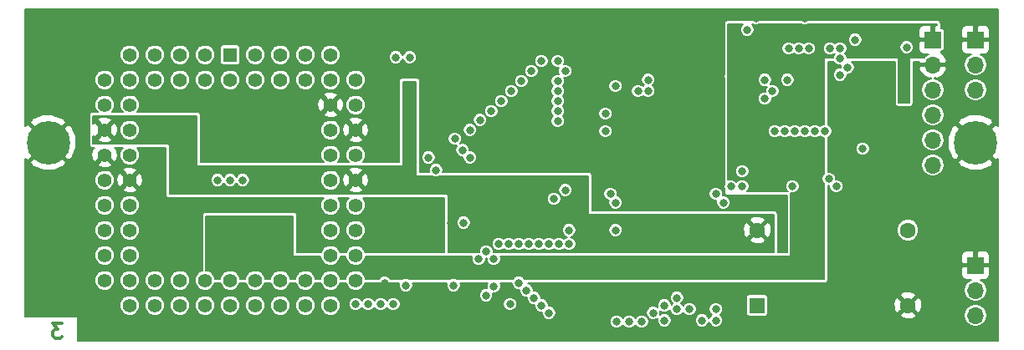
<source format=gbr>
G04 #@! TF.GenerationSoftware,KiCad,Pcbnew,(5.0.1)-rc2*
G04 #@! TF.CreationDate,2020-12-06T20:15:16+01:00*
G04 #@! TF.ProjectId,A600_ACCEL_RAM,413630305F414343454C5F52414D2E6B,rev?*
G04 #@! TF.SameCoordinates,Original*
G04 #@! TF.FileFunction,Copper,L3,Inr,Signal*
G04 #@! TF.FilePolarity,Positive*
%FSLAX46Y46*%
G04 Gerber Fmt 4.6, Leading zero omitted, Abs format (unit mm)*
G04 Created by KiCad (PCBNEW (5.0.1)-rc2) date 06/12/2020 20:15:16*
%MOMM*%
%LPD*%
G01*
G04 APERTURE LIST*
G04 #@! TA.AperFunction,NonConductor*
%ADD10C,0.300000*%
G04 #@! TD*
G04 #@! TA.AperFunction,ViaPad*
%ADD11C,1.600000*%
G04 #@! TD*
G04 #@! TA.AperFunction,ViaPad*
%ADD12R,1.600000X1.600000*%
G04 #@! TD*
G04 #@! TA.AperFunction,ViaPad*
%ADD13C,1.422400*%
G04 #@! TD*
G04 #@! TA.AperFunction,ViaPad*
%ADD14R,1.422400X1.422400*%
G04 #@! TD*
G04 #@! TA.AperFunction,ViaPad*
%ADD15O,1.700000X1.700000*%
G04 #@! TD*
G04 #@! TA.AperFunction,ViaPad*
%ADD16R,1.700000X1.700000*%
G04 #@! TD*
G04 #@! TA.AperFunction,ViaPad*
%ADD17C,4.400000*%
G04 #@! TD*
G04 #@! TA.AperFunction,ViaPad*
%ADD18C,0.700000*%
G04 #@! TD*
G04 #@! TA.AperFunction,ViaPad*
%ADD19C,0.812800*%
G04 #@! TD*
G04 #@! TA.AperFunction,Conductor*
%ADD20C,0.203200*%
G04 #@! TD*
G04 APERTURE END LIST*
D10*
X28694000Y-125035571D02*
X27765428Y-125035571D01*
X28265428Y-125607000D01*
X28051142Y-125607000D01*
X27908285Y-125678428D01*
X27836857Y-125749857D01*
X27765428Y-125892714D01*
X27765428Y-126249857D01*
X27836857Y-126392714D01*
X27908285Y-126464142D01*
X28051142Y-126535571D01*
X28479714Y-126535571D01*
X28622571Y-126464142D01*
X28694000Y-126392714D01*
D11*
G04 #@! TO.N,GND*
G04 #@! TO.C,X1*
X114300000Y-123190000D03*
G04 #@! TO.N,/CLK_ACCEL*
X114300000Y-115570000D03*
G04 #@! TO.N,+5V*
X99060000Y-115570000D03*
D12*
G04 #@! TO.N,Net-(X1-Pad1)*
X99060000Y-123190000D03*
G04 #@! TD*
D13*
G04 #@! TO.N,/D13*
G04 #@! TO.C,U1*
X58420000Y-100330000D03*
G04 #@! TO.N,/D15*
X58420000Y-102870000D03*
G04 #@! TO.N,GND*
X58420000Y-105410000D03*
G04 #@! TO.N,/A22*
X58420000Y-107950000D03*
G04 #@! TO.N,+5V*
X58420000Y-110490000D03*
G04 #@! TO.N,/A19*
X58420000Y-113030000D03*
G04 #@! TO.N,/A17*
X58420000Y-115570000D03*
G04 #@! TO.N,/A15*
X58420000Y-118110000D03*
G04 #@! TO.N,/D12*
X55880000Y-97790000D03*
G04 #@! TO.N,/D14*
X55880000Y-100330000D03*
G04 #@! TO.N,GND*
X55880000Y-102870000D03*
G04 #@! TO.N,/A23*
X55880000Y-105410000D03*
G04 #@! TO.N,/A21*
X55880000Y-107950000D03*
G04 #@! TO.N,/A20*
X55880000Y-110490000D03*
G04 #@! TO.N,/A18*
X55880000Y-113030000D03*
G04 #@! TO.N,/A16*
X55880000Y-115570000D03*
G04 #@! TO.N,/A14*
X55880000Y-118110000D03*
G04 #@! TO.N,/A12*
X55880000Y-123190000D03*
G04 #@! TO.N,/A10*
X53340000Y-123190000D03*
G04 #@! TO.N,/A8*
X50800000Y-123190000D03*
G04 #@! TO.N,/A6*
X48260000Y-123190000D03*
G04 #@! TO.N,/A4*
X45720000Y-123190000D03*
G04 #@! TO.N,/A2*
X43180000Y-123190000D03*
G04 #@! TO.N,Net-(U1-Pad31)*
X40640000Y-123190000D03*
G04 #@! TO.N,Net-(U1-Pad29)*
X38100000Y-123190000D03*
G04 #@! TO.N,/#IPL0*
X35560000Y-123190000D03*
G04 #@! TO.N,/A13*
X58420000Y-120650000D03*
G04 #@! TO.N,/A11*
X55880000Y-120650000D03*
G04 #@! TO.N,/A9*
X53340000Y-120650000D03*
G04 #@! TO.N,/A7*
X50800000Y-120650000D03*
G04 #@! TO.N,/A5*
X48260000Y-120650000D03*
G04 #@! TO.N,/A3*
X45720000Y-120650000D03*
G04 #@! TO.N,/A1*
X43180000Y-120650000D03*
G04 #@! TO.N,Net-(U1-Pad30)*
X40640000Y-120650000D03*
G04 #@! TO.N,Net-(U1-Pad28)*
X38100000Y-120650000D03*
G04 #@! TO.N,/#IPL1*
X33020000Y-120650000D03*
G04 #@! TO.N,/#BERR*
X33020000Y-118110000D03*
G04 #@! TO.N,/CLK_E*
X33020000Y-115570000D03*
G04 #@! TO.N,/#RESET*
X33020000Y-113030000D03*
G04 #@! TO.N,Net-(U1-Pad18)*
X33020000Y-110490000D03*
G04 #@! TO.N,GND*
X33020000Y-107950000D03*
G04 #@! TO.N,+5V*
X33020000Y-105410000D03*
G04 #@! TO.N,/#BGACK_7*
X33020000Y-102870000D03*
G04 #@! TO.N,/#DTACK_7*
X33020000Y-100330000D03*
G04 #@! TO.N,/#IPL2*
X35560000Y-120650000D03*
G04 #@! TO.N,Net-(U1-Pad23)*
X35560000Y-118110000D03*
G04 #@! TO.N,Net-(U1-Pad21)*
X35560000Y-115570000D03*
G04 #@! TO.N,/#HALT*
X35560000Y-113030000D03*
G04 #@! TO.N,GND*
X35560000Y-110490000D03*
G04 #@! TO.N,/CLK_7*
X35560000Y-107950000D03*
G04 #@! TO.N,/#BR_7*
X35560000Y-105410000D03*
G04 #@! TO.N,/#BG_7*
X35560000Y-102870000D03*
G04 #@! TO.N,/D10*
X53340000Y-97790000D03*
G04 #@! TO.N,/D8*
X50800000Y-97790000D03*
G04 #@! TO.N,/D6*
X48260000Y-97790000D03*
G04 #@! TO.N,/R_#W*
X35560000Y-97790000D03*
G04 #@! TO.N,/#UDS*
X38100000Y-97790000D03*
G04 #@! TO.N,/D0*
X40640000Y-97790000D03*
G04 #@! TO.N,/D2*
X43180000Y-97790000D03*
D14*
G04 #@! TO.N,/D4*
X45720000Y-97790000D03*
D13*
G04 #@! TO.N,/D11*
X53340000Y-100330000D03*
G04 #@! TO.N,/D9*
X50800000Y-100330000D03*
G04 #@! TO.N,/D7*
X48260000Y-100330000D03*
G04 #@! TO.N,/D5*
X45720000Y-100330000D03*
G04 #@! TO.N,/#LDS*
X35560000Y-100330000D03*
G04 #@! TO.N,/#AS_7*
X38100000Y-100330000D03*
G04 #@! TO.N,/D1*
X40640000Y-100330000D03*
G04 #@! TO.N,/D3*
X43180000Y-100330000D03*
G04 #@! TD*
D15*
G04 #@! TO.N,/TMS*
G04 #@! TO.C,J1*
X116840000Y-108966000D03*
G04 #@! TO.N,/TDI*
X116840000Y-106426000D03*
G04 #@! TO.N,/TDO*
X116840000Y-103886000D03*
G04 #@! TO.N,/TCK*
X116840000Y-101346000D03*
G04 #@! TO.N,GND*
X116840000Y-98806000D03*
D16*
G04 #@! TO.N,+3V3*
X116840000Y-96266000D03*
G04 #@! TD*
D17*
G04 #@! TO.N,GND*
G04 #@! TO.C,H1*
X27305000Y-106680000D03*
D18*
X28955000Y-106680000D03*
X28471726Y-107846726D03*
X27305000Y-108330000D03*
X26138274Y-107846726D03*
X25655000Y-106680000D03*
X26138274Y-105513274D03*
X27305000Y-105030000D03*
X28471726Y-105513274D03*
G04 #@! TD*
G04 #@! TO.N,GND*
G04 #@! TO.C,H2*
X122324726Y-105513274D03*
X121158000Y-105030000D03*
X119991274Y-105513274D03*
X119508000Y-106680000D03*
X119991274Y-107846726D03*
X121158000Y-108330000D03*
X122324726Y-107846726D03*
X122808000Y-106680000D03*
D17*
X121158000Y-106680000D03*
G04 #@! TD*
D15*
G04 #@! TO.N,/_SP4*
G04 #@! TO.C,J3*
X121158000Y-101346000D03*
G04 #@! TO.N,/_SP3*
X121158000Y-98806000D03*
D16*
G04 #@! TO.N,GND*
X121158000Y-96266000D03*
G04 #@! TD*
D15*
G04 #@! TO.N,/_SP2*
G04 #@! TO.C,J2*
X121158000Y-124206000D03*
G04 #@! TO.N,/_SP1*
X121158000Y-121666000D03*
D16*
G04 #@! TO.N,GND*
X121158000Y-119126000D03*
G04 #@! TD*
D19*
G04 #@! TO.N,GND*
X108966000Y-96266000D03*
X114173000Y-97028000D03*
X97536000Y-111125000D03*
X39243000Y-121920000D03*
X48260000Y-102870000D03*
X40640000Y-102870000D03*
X67564000Y-107442000D03*
X103886000Y-94107000D03*
X108331000Y-102920800D03*
X74803000Y-108204000D03*
X61214000Y-114935000D03*
X51029000Y-107340000D03*
X50038000Y-107340000D03*
X40386000Y-115443000D03*
X102616000Y-111125000D03*
X93599000Y-98806000D03*
X73279000Y-122174000D03*
X39116000Y-115443000D03*
X37846000Y-115443000D03*
X91440000Y-125730000D03*
X88519000Y-125730000D03*
X94107000Y-125730000D03*
X30988000Y-125095000D03*
X33020000Y-125095000D03*
X30988000Y-123190000D03*
X30988000Y-97790000D03*
X30988000Y-95885000D03*
X109728000Y-111125000D03*
X112903000Y-116840000D03*
X61341000Y-120904000D03*
X112903000Y-114300000D03*
X115570000Y-116840000D03*
X115570000Y-114300000D03*
X114300000Y-119380000D03*
X101600000Y-114300000D03*
X109728000Y-109220000D03*
X107950000Y-123190000D03*
X110490000Y-123190000D03*
X105410000Y-123190000D03*
X30988000Y-120650000D03*
X30988000Y-118110000D03*
X30988000Y-115570000D03*
X30988000Y-113030000D03*
X30988000Y-110490000D03*
X30988000Y-102870000D03*
X30988000Y-100330000D03*
X30988000Y-107950000D03*
X102870000Y-123190000D03*
X111125000Y-116840000D03*
X98933000Y-94107000D03*
X96520000Y-125730000D03*
X99060000Y-125730000D03*
X101600000Y-125730000D03*
X104140000Y-125730000D03*
X106680000Y-125730000D03*
X109220000Y-125730000D03*
X111760000Y-125730000D03*
X114300000Y-125730000D03*
X116840000Y-125730000D03*
X119380000Y-125730000D03*
X102108000Y-100330000D03*
X78867000Y-97409000D03*
X81280000Y-97409000D03*
X83820000Y-97409000D03*
X81280000Y-99060000D03*
X83820000Y-99060000D03*
X111125000Y-114300000D03*
X101600000Y-115570000D03*
X32258000Y-95885000D03*
X50800000Y-102870000D03*
X62484000Y-100965000D03*
X38100000Y-96139000D03*
X60960000Y-98044000D03*
X57531000Y-98044000D03*
X113919000Y-104140000D03*
X113919000Y-106680000D03*
X113919000Y-109220000D03*
X61214000Y-105410000D03*
X80010000Y-115570000D03*
X84709000Y-115570000D03*
X78486000Y-112395000D03*
X37846000Y-113030000D03*
X53340000Y-115443000D03*
X53340000Y-113030000D03*
X107950000Y-115570000D03*
G04 #@! TO.N,+5V*
X63881000Y-100965000D03*
X68072000Y-114808000D03*
X84201000Y-117221000D03*
X40386000Y-107315000D03*
X41402000Y-107315000D03*
X63500000Y-121158000D03*
G04 #@! TO.N,+3V3*
X105410000Y-97155000D03*
X45720000Y-115443000D03*
X51054000Y-115443000D03*
X100584000Y-111125000D03*
X45720000Y-110490000D03*
X44450000Y-110490000D03*
X46990000Y-110490000D03*
X44450000Y-115443000D03*
X46990000Y-115443000D03*
X48895000Y-115443000D03*
X113919000Y-102108000D03*
X96393000Y-99949000D03*
G04 #@! TO.N,/TDO*
X107442000Y-98171000D03*
G04 #@! TO.N,/TCK*
X108204000Y-99060000D03*
G04 #@! TO.N,/#AS_ACCEL*
X69977000Y-108204000D03*
X105918000Y-105537000D03*
G04 #@! TO.N,/D6*
X63881000Y-98044000D03*
G04 #@! TO.N,/D7*
X62484000Y-98044000D03*
G04 #@! TO.N,/D8*
X77216000Y-98425000D03*
X78867000Y-98425000D03*
G04 #@! TO.N,/D9*
X70993000Y-104394000D03*
X78867000Y-104521000D03*
G04 #@! TO.N,/D10*
X72136000Y-103505000D03*
X78867000Y-103505000D03*
G04 #@! TO.N,/D11*
X73152000Y-102489000D03*
X78867000Y-102489000D03*
G04 #@! TO.N,/D12*
X79629000Y-99441000D03*
X76200000Y-99441000D03*
G04 #@! TO.N,/D13*
X75184000Y-100457000D03*
X78867000Y-100457000D03*
G04 #@! TO.N,/D14*
X74168000Y-101473000D03*
X78867000Y-101473000D03*
G04 #@! TO.N,/D15*
X69977000Y-105410000D03*
X83693000Y-103759000D03*
G04 #@! TO.N,/A23*
X84201000Y-111887000D03*
X94869000Y-111887000D03*
G04 #@! TO.N,/A22*
X84709000Y-112776000D03*
X95631000Y-112776000D03*
G04 #@! TO.N,/A21*
X79629000Y-111506000D03*
X96393000Y-111125000D03*
G04 #@! TO.N,/A20*
X83693000Y-105537000D03*
X80010000Y-116967000D03*
X100838000Y-105537000D03*
G04 #@! TO.N,/A19*
X94869000Y-123571000D03*
X78994000Y-116967000D03*
G04 #@! TO.N,/A18*
X77978000Y-116967000D03*
G04 #@! TO.N,/A17*
X76962000Y-116967000D03*
G04 #@! TO.N,/A16*
X75946000Y-116967000D03*
G04 #@! TO.N,/A15*
X74930000Y-116967000D03*
G04 #@! TO.N,/A14*
X73914000Y-116967000D03*
G04 #@! TO.N,/A13*
X72898000Y-116967000D03*
G04 #@! TO.N,/A12*
X87376000Y-124841000D03*
G04 #@! TO.N,/A11*
X86106000Y-124841000D03*
G04 #@! TO.N,/A10*
X84836000Y-124841000D03*
G04 #@! TO.N,/A9*
X77978000Y-123952000D03*
X88519000Y-123952000D03*
G04 #@! TO.N,/A8*
X77216000Y-123190000D03*
X89662000Y-123190000D03*
G04 #@! TO.N,/A7*
X76454000Y-122428000D03*
X90932000Y-122428000D03*
X60960000Y-123063000D03*
G04 #@! TO.N,/A6*
X75692000Y-121666000D03*
X90932000Y-123571000D03*
X58420000Y-123063000D03*
G04 #@! TO.N,/A5*
X74930000Y-120904000D03*
X92202000Y-123571000D03*
X59690000Y-123063000D03*
G04 #@! TO.N,/A4*
X62230000Y-123063000D03*
X74041000Y-123063000D03*
X89662000Y-124714000D03*
G04 #@! TO.N,/A3*
X93472000Y-124714000D03*
X72390000Y-121285000D03*
X72390000Y-118491000D03*
G04 #@! TO.N,/A2*
X94869000Y-124714000D03*
X71622000Y-122174000D03*
X71628000Y-117729000D03*
G04 #@! TO.N,/A1*
X70866000Y-118491000D03*
G04 #@! TO.N,/#BERR*
X68326000Y-121158000D03*
G04 #@! TO.N,/#RESET*
X97536000Y-109601000D03*
G04 #@! TO.N,/#HALT*
X106299000Y-110363000D03*
G04 #@! TO.N,/CLK_ACCEL*
X69342000Y-114808000D03*
G04 #@! TO.N,/#DTACK_ACCEL*
X65786000Y-108204000D03*
X101854000Y-105537000D03*
G04 #@! TO.N,/CLK_7*
X109728000Y-107315000D03*
G04 #@! TO.N,/#BR_7*
X103251000Y-97155000D03*
G04 #@! TO.N,/#BGACK_7*
X102235000Y-97155000D03*
G04 #@! TO.N,/#BG_7*
X104267000Y-97155000D03*
G04 #@! TO.N,/#DTACK_7*
X98044000Y-95250000D03*
G04 #@! TO.N,/#AS_7*
X106426000Y-97155000D03*
G04 #@! TO.N,/R_#W*
X66548000Y-109474000D03*
X102870000Y-105537000D03*
G04 #@! TO.N,/#UDS*
X104902000Y-105537000D03*
X69215000Y-107442000D03*
G04 #@! TO.N,/#LDS*
X103886000Y-105537000D03*
X68453000Y-106299000D03*
G04 #@! TO.N,/#RAM_LB*
X88011000Y-100330000D03*
X99822000Y-100330000D03*
G04 #@! TO.N,/#RAM_UB*
X88011000Y-101473000D03*
X100584000Y-101473000D03*
G04 #@! TO.N,/#RAM_WR*
X86995000Y-101473000D03*
X99822000Y-102235000D03*
G04 #@! TO.N,/_SP4*
X107442000Y-97155000D03*
G04 #@! TO.N,/#RAM_CE2*
X84709000Y-100965000D03*
X107442000Y-99822000D03*
G04 #@! TO.N,/CLK_E*
X107061000Y-111125000D03*
G04 #@! TD*
D20*
G04 #@! TO.N,+5V*
G36*
X64541400Y-109982000D02*
X64549134Y-110020881D01*
X64571158Y-110053842D01*
X64604119Y-110075866D01*
X64643000Y-110083600D01*
X66161250Y-110083600D01*
X66406534Y-110185200D01*
X66689466Y-110185200D01*
X66934750Y-110083600D01*
X81940400Y-110083600D01*
X81940400Y-113919000D01*
X81948134Y-113957881D01*
X81970158Y-113990842D01*
X82003119Y-114012866D01*
X82042000Y-114020600D01*
X100736400Y-114020600D01*
X100736400Y-117805200D01*
X72592787Y-117805200D01*
X72531466Y-117779800D01*
X72339200Y-117779800D01*
X72339200Y-117587534D01*
X72230926Y-117326138D01*
X72030862Y-117126074D01*
X71769466Y-117017800D01*
X71486534Y-117017800D01*
X71225138Y-117126074D01*
X71025074Y-117326138D01*
X70916800Y-117587534D01*
X70916800Y-117779800D01*
X70724534Y-117779800D01*
X70663213Y-117805200D01*
X67792600Y-117805200D01*
X67792600Y-116825534D01*
X72186800Y-116825534D01*
X72186800Y-117108466D01*
X72295074Y-117369862D01*
X72495138Y-117569926D01*
X72756534Y-117678200D01*
X73039466Y-117678200D01*
X73300862Y-117569926D01*
X73406000Y-117464788D01*
X73511138Y-117569926D01*
X73772534Y-117678200D01*
X74055466Y-117678200D01*
X74316862Y-117569926D01*
X74422000Y-117464788D01*
X74527138Y-117569926D01*
X74788534Y-117678200D01*
X75071466Y-117678200D01*
X75332862Y-117569926D01*
X75438000Y-117464788D01*
X75543138Y-117569926D01*
X75804534Y-117678200D01*
X76087466Y-117678200D01*
X76348862Y-117569926D01*
X76454000Y-117464788D01*
X76559138Y-117569926D01*
X76820534Y-117678200D01*
X77103466Y-117678200D01*
X77364862Y-117569926D01*
X77470000Y-117464788D01*
X77575138Y-117569926D01*
X77836534Y-117678200D01*
X78119466Y-117678200D01*
X78380862Y-117569926D01*
X78486000Y-117464788D01*
X78591138Y-117569926D01*
X78852534Y-117678200D01*
X79135466Y-117678200D01*
X79396862Y-117569926D01*
X79502000Y-117464788D01*
X79607138Y-117569926D01*
X79868534Y-117678200D01*
X80151466Y-117678200D01*
X80412862Y-117569926D01*
X80612926Y-117369862D01*
X80721200Y-117108466D01*
X80721200Y-116825534D01*
X80619435Y-116579851D01*
X98265675Y-116579851D01*
X98343282Y-116815755D01*
X98874569Y-116995204D01*
X99434086Y-116957679D01*
X99776718Y-116815755D01*
X99854325Y-116579851D01*
X99060000Y-115785526D01*
X98265675Y-116579851D01*
X80619435Y-116579851D01*
X80612926Y-116564138D01*
X80412862Y-116364074D01*
X80182126Y-116268500D01*
X80412862Y-116172926D01*
X80612926Y-115972862D01*
X80721200Y-115711466D01*
X80721200Y-115428534D01*
X83997800Y-115428534D01*
X83997800Y-115711466D01*
X84106074Y-115972862D01*
X84306138Y-116172926D01*
X84567534Y-116281200D01*
X84850466Y-116281200D01*
X85111862Y-116172926D01*
X85311926Y-115972862D01*
X85420200Y-115711466D01*
X85420200Y-115428534D01*
X85401990Y-115384569D01*
X97634796Y-115384569D01*
X97672321Y-115944086D01*
X97814245Y-116286718D01*
X98050149Y-116364325D01*
X98844474Y-115570000D01*
X99275526Y-115570000D01*
X100069851Y-116364325D01*
X100305755Y-116286718D01*
X100485204Y-115755431D01*
X100447679Y-115195914D01*
X100305755Y-114853282D01*
X100069851Y-114775675D01*
X99275526Y-115570000D01*
X98844474Y-115570000D01*
X98050149Y-114775675D01*
X97814245Y-114853282D01*
X97634796Y-115384569D01*
X85401990Y-115384569D01*
X85311926Y-115167138D01*
X85111862Y-114967074D01*
X84850466Y-114858800D01*
X84567534Y-114858800D01*
X84306138Y-114967074D01*
X84106074Y-115167138D01*
X83997800Y-115428534D01*
X80721200Y-115428534D01*
X80612926Y-115167138D01*
X80412862Y-114967074D01*
X80151466Y-114858800D01*
X79868534Y-114858800D01*
X79607138Y-114967074D01*
X79407074Y-115167138D01*
X79298800Y-115428534D01*
X79298800Y-115711466D01*
X79407074Y-115972862D01*
X79607138Y-116172926D01*
X79837874Y-116268500D01*
X79607138Y-116364074D01*
X79502000Y-116469212D01*
X79396862Y-116364074D01*
X79135466Y-116255800D01*
X78852534Y-116255800D01*
X78591138Y-116364074D01*
X78486000Y-116469212D01*
X78380862Y-116364074D01*
X78119466Y-116255800D01*
X77836534Y-116255800D01*
X77575138Y-116364074D01*
X77470000Y-116469212D01*
X77364862Y-116364074D01*
X77103466Y-116255800D01*
X76820534Y-116255800D01*
X76559138Y-116364074D01*
X76454000Y-116469212D01*
X76348862Y-116364074D01*
X76087466Y-116255800D01*
X75804534Y-116255800D01*
X75543138Y-116364074D01*
X75438000Y-116469212D01*
X75332862Y-116364074D01*
X75071466Y-116255800D01*
X74788534Y-116255800D01*
X74527138Y-116364074D01*
X74422000Y-116469212D01*
X74316862Y-116364074D01*
X74055466Y-116255800D01*
X73772534Y-116255800D01*
X73511138Y-116364074D01*
X73406000Y-116469212D01*
X73300862Y-116364074D01*
X73039466Y-116255800D01*
X72756534Y-116255800D01*
X72495138Y-116364074D01*
X72295074Y-116564138D01*
X72186800Y-116825534D01*
X67792600Y-116825534D01*
X67792600Y-114666534D01*
X68630800Y-114666534D01*
X68630800Y-114949466D01*
X68739074Y-115210862D01*
X68939138Y-115410926D01*
X69200534Y-115519200D01*
X69483466Y-115519200D01*
X69744862Y-115410926D01*
X69944926Y-115210862D01*
X70053200Y-114949466D01*
X70053200Y-114666534D01*
X70009134Y-114560149D01*
X98265675Y-114560149D01*
X99060000Y-115354474D01*
X99854325Y-114560149D01*
X99776718Y-114324245D01*
X99245431Y-114144796D01*
X98685914Y-114182321D01*
X98343282Y-114324245D01*
X98265675Y-114560149D01*
X70009134Y-114560149D01*
X69944926Y-114405138D01*
X69744862Y-114205074D01*
X69483466Y-114096800D01*
X69200534Y-114096800D01*
X68939138Y-114205074D01*
X68739074Y-114405138D01*
X68630800Y-114666534D01*
X67792600Y-114666534D01*
X67792600Y-112253534D01*
X77774800Y-112253534D01*
X77774800Y-112536466D01*
X77883074Y-112797862D01*
X78083138Y-112997926D01*
X78344534Y-113106200D01*
X78627466Y-113106200D01*
X78888862Y-112997926D01*
X79088926Y-112797862D01*
X79197200Y-112536466D01*
X79197200Y-112253534D01*
X79088926Y-111992138D01*
X78888862Y-111792074D01*
X78627466Y-111683800D01*
X78344534Y-111683800D01*
X78083138Y-111792074D01*
X77883074Y-111992138D01*
X77774800Y-112253534D01*
X67792600Y-112253534D01*
X67792600Y-112014000D01*
X67784866Y-111975119D01*
X67762842Y-111942158D01*
X67729881Y-111920134D01*
X67691000Y-111912400D01*
X39598600Y-111912400D01*
X39598600Y-110348534D01*
X43738800Y-110348534D01*
X43738800Y-110631466D01*
X43847074Y-110892862D01*
X44047138Y-111092926D01*
X44308534Y-111201200D01*
X44591466Y-111201200D01*
X44852862Y-111092926D01*
X45052926Y-110892862D01*
X45085000Y-110815429D01*
X45117074Y-110892862D01*
X45317138Y-111092926D01*
X45578534Y-111201200D01*
X45861466Y-111201200D01*
X46122862Y-111092926D01*
X46322926Y-110892862D01*
X46355000Y-110815429D01*
X46387074Y-110892862D01*
X46587138Y-111092926D01*
X46848534Y-111201200D01*
X47131466Y-111201200D01*
X47392862Y-111092926D01*
X47592926Y-110892862D01*
X47701200Y-110631466D01*
X47701200Y-110348534D01*
X47676087Y-110287905D01*
X54864000Y-110287905D01*
X54864000Y-110692095D01*
X55018676Y-111065518D01*
X55304482Y-111351324D01*
X55677905Y-111506000D01*
X56082095Y-111506000D01*
X56252684Y-111435340D01*
X57690187Y-111435340D01*
X57756823Y-111662063D01*
X58255834Y-111826633D01*
X58779837Y-111787711D01*
X59083177Y-111662063D01*
X59149813Y-111435340D01*
X59079008Y-111364534D01*
X78917800Y-111364534D01*
X78917800Y-111647466D01*
X79026074Y-111908862D01*
X79226138Y-112108926D01*
X79487534Y-112217200D01*
X79770466Y-112217200D01*
X80031862Y-112108926D01*
X80231926Y-111908862D01*
X80340200Y-111647466D01*
X80340200Y-111364534D01*
X80231926Y-111103138D01*
X80031862Y-110903074D01*
X79770466Y-110794800D01*
X79487534Y-110794800D01*
X79226138Y-110903074D01*
X79026074Y-111103138D01*
X78917800Y-111364534D01*
X59079008Y-111364534D01*
X58420000Y-110705526D01*
X57690187Y-111435340D01*
X56252684Y-111435340D01*
X56455518Y-111351324D01*
X56741324Y-111065518D01*
X56896000Y-110692095D01*
X56896000Y-110325834D01*
X57083367Y-110325834D01*
X57122289Y-110849837D01*
X57247937Y-111153177D01*
X57474660Y-111219813D01*
X58204474Y-110490000D01*
X58635526Y-110490000D01*
X59365340Y-111219813D01*
X59592063Y-111153177D01*
X59756633Y-110654166D01*
X59717711Y-110130163D01*
X59592063Y-109826823D01*
X59365340Y-109760187D01*
X58635526Y-110490000D01*
X58204474Y-110490000D01*
X57474660Y-109760187D01*
X57247937Y-109826823D01*
X57083367Y-110325834D01*
X56896000Y-110325834D01*
X56896000Y-110287905D01*
X56741324Y-109914482D01*
X56455518Y-109628676D01*
X56252685Y-109544660D01*
X57690187Y-109544660D01*
X58420000Y-110274474D01*
X59149813Y-109544660D01*
X59083177Y-109317937D01*
X58584166Y-109153367D01*
X58060163Y-109192289D01*
X57756823Y-109317937D01*
X57690187Y-109544660D01*
X56252685Y-109544660D01*
X56082095Y-109474000D01*
X55677905Y-109474000D01*
X55304482Y-109628676D01*
X55018676Y-109914482D01*
X54864000Y-110287905D01*
X47676087Y-110287905D01*
X47592926Y-110087138D01*
X47392862Y-109887074D01*
X47131466Y-109778800D01*
X46848534Y-109778800D01*
X46587138Y-109887074D01*
X46387074Y-110087138D01*
X46355000Y-110164571D01*
X46322926Y-110087138D01*
X46122862Y-109887074D01*
X45861466Y-109778800D01*
X45578534Y-109778800D01*
X45317138Y-109887074D01*
X45117074Y-110087138D01*
X45085000Y-110164571D01*
X45052926Y-110087138D01*
X44852862Y-109887074D01*
X44591466Y-109778800D01*
X44308534Y-109778800D01*
X44047138Y-109887074D01*
X43847074Y-110087138D01*
X43738800Y-110348534D01*
X39598600Y-110348534D01*
X39598600Y-106934000D01*
X39590866Y-106895119D01*
X39568842Y-106862158D01*
X39535881Y-106840134D01*
X39497000Y-106832400D01*
X31851600Y-106832400D01*
X31851600Y-106355340D01*
X32290187Y-106355340D01*
X32356823Y-106582063D01*
X32855834Y-106746633D01*
X33379837Y-106707711D01*
X33683177Y-106582063D01*
X33749813Y-106355340D01*
X33020000Y-105625526D01*
X32290187Y-106355340D01*
X31851600Y-106355340D01*
X31851600Y-106074254D01*
X32074660Y-106139813D01*
X32804474Y-105410000D01*
X33235526Y-105410000D01*
X33965340Y-106139813D01*
X34192063Y-106073177D01*
X34356633Y-105574166D01*
X34329428Y-105207905D01*
X34544000Y-105207905D01*
X34544000Y-105612095D01*
X34698676Y-105985518D01*
X34984482Y-106271324D01*
X35357905Y-106426000D01*
X35762095Y-106426000D01*
X36135518Y-106271324D01*
X36421324Y-105985518D01*
X36576000Y-105612095D01*
X36576000Y-105207905D01*
X36421324Y-104834482D01*
X36135518Y-104548676D01*
X35762095Y-104394000D01*
X35357905Y-104394000D01*
X34984482Y-104548676D01*
X34698676Y-104834482D01*
X34544000Y-105207905D01*
X34329428Y-105207905D01*
X34317711Y-105050163D01*
X34192063Y-104746823D01*
X33965340Y-104680187D01*
X33235526Y-105410000D01*
X32804474Y-105410000D01*
X32074660Y-104680187D01*
X31851600Y-104745746D01*
X31851600Y-104464660D01*
X32290187Y-104464660D01*
X33020000Y-105194474D01*
X33749813Y-104464660D01*
X33683177Y-104237937D01*
X33184166Y-104073367D01*
X32660163Y-104112289D01*
X32356823Y-104237937D01*
X32290187Y-104464660D01*
X31851600Y-104464660D01*
X31851600Y-103987600D01*
X42316400Y-103987600D01*
X42316400Y-108966000D01*
X42324134Y-109004881D01*
X42346158Y-109037842D01*
X42379119Y-109059866D01*
X42418000Y-109067600D01*
X63119000Y-109067600D01*
X63157881Y-109059866D01*
X63190842Y-109037842D01*
X63212866Y-109004881D01*
X63220600Y-108966000D01*
X63220600Y-100558600D01*
X64541400Y-100558600D01*
X64541400Y-109982000D01*
X64541400Y-109982000D01*
G37*
X64541400Y-109982000D02*
X64549134Y-110020881D01*
X64571158Y-110053842D01*
X64604119Y-110075866D01*
X64643000Y-110083600D01*
X66161250Y-110083600D01*
X66406534Y-110185200D01*
X66689466Y-110185200D01*
X66934750Y-110083600D01*
X81940400Y-110083600D01*
X81940400Y-113919000D01*
X81948134Y-113957881D01*
X81970158Y-113990842D01*
X82003119Y-114012866D01*
X82042000Y-114020600D01*
X100736400Y-114020600D01*
X100736400Y-117805200D01*
X72592787Y-117805200D01*
X72531466Y-117779800D01*
X72339200Y-117779800D01*
X72339200Y-117587534D01*
X72230926Y-117326138D01*
X72030862Y-117126074D01*
X71769466Y-117017800D01*
X71486534Y-117017800D01*
X71225138Y-117126074D01*
X71025074Y-117326138D01*
X70916800Y-117587534D01*
X70916800Y-117779800D01*
X70724534Y-117779800D01*
X70663213Y-117805200D01*
X67792600Y-117805200D01*
X67792600Y-116825534D01*
X72186800Y-116825534D01*
X72186800Y-117108466D01*
X72295074Y-117369862D01*
X72495138Y-117569926D01*
X72756534Y-117678200D01*
X73039466Y-117678200D01*
X73300862Y-117569926D01*
X73406000Y-117464788D01*
X73511138Y-117569926D01*
X73772534Y-117678200D01*
X74055466Y-117678200D01*
X74316862Y-117569926D01*
X74422000Y-117464788D01*
X74527138Y-117569926D01*
X74788534Y-117678200D01*
X75071466Y-117678200D01*
X75332862Y-117569926D01*
X75438000Y-117464788D01*
X75543138Y-117569926D01*
X75804534Y-117678200D01*
X76087466Y-117678200D01*
X76348862Y-117569926D01*
X76454000Y-117464788D01*
X76559138Y-117569926D01*
X76820534Y-117678200D01*
X77103466Y-117678200D01*
X77364862Y-117569926D01*
X77470000Y-117464788D01*
X77575138Y-117569926D01*
X77836534Y-117678200D01*
X78119466Y-117678200D01*
X78380862Y-117569926D01*
X78486000Y-117464788D01*
X78591138Y-117569926D01*
X78852534Y-117678200D01*
X79135466Y-117678200D01*
X79396862Y-117569926D01*
X79502000Y-117464788D01*
X79607138Y-117569926D01*
X79868534Y-117678200D01*
X80151466Y-117678200D01*
X80412862Y-117569926D01*
X80612926Y-117369862D01*
X80721200Y-117108466D01*
X80721200Y-116825534D01*
X80619435Y-116579851D01*
X98265675Y-116579851D01*
X98343282Y-116815755D01*
X98874569Y-116995204D01*
X99434086Y-116957679D01*
X99776718Y-116815755D01*
X99854325Y-116579851D01*
X99060000Y-115785526D01*
X98265675Y-116579851D01*
X80619435Y-116579851D01*
X80612926Y-116564138D01*
X80412862Y-116364074D01*
X80182126Y-116268500D01*
X80412862Y-116172926D01*
X80612926Y-115972862D01*
X80721200Y-115711466D01*
X80721200Y-115428534D01*
X83997800Y-115428534D01*
X83997800Y-115711466D01*
X84106074Y-115972862D01*
X84306138Y-116172926D01*
X84567534Y-116281200D01*
X84850466Y-116281200D01*
X85111862Y-116172926D01*
X85311926Y-115972862D01*
X85420200Y-115711466D01*
X85420200Y-115428534D01*
X85401990Y-115384569D01*
X97634796Y-115384569D01*
X97672321Y-115944086D01*
X97814245Y-116286718D01*
X98050149Y-116364325D01*
X98844474Y-115570000D01*
X99275526Y-115570000D01*
X100069851Y-116364325D01*
X100305755Y-116286718D01*
X100485204Y-115755431D01*
X100447679Y-115195914D01*
X100305755Y-114853282D01*
X100069851Y-114775675D01*
X99275526Y-115570000D01*
X98844474Y-115570000D01*
X98050149Y-114775675D01*
X97814245Y-114853282D01*
X97634796Y-115384569D01*
X85401990Y-115384569D01*
X85311926Y-115167138D01*
X85111862Y-114967074D01*
X84850466Y-114858800D01*
X84567534Y-114858800D01*
X84306138Y-114967074D01*
X84106074Y-115167138D01*
X83997800Y-115428534D01*
X80721200Y-115428534D01*
X80612926Y-115167138D01*
X80412862Y-114967074D01*
X80151466Y-114858800D01*
X79868534Y-114858800D01*
X79607138Y-114967074D01*
X79407074Y-115167138D01*
X79298800Y-115428534D01*
X79298800Y-115711466D01*
X79407074Y-115972862D01*
X79607138Y-116172926D01*
X79837874Y-116268500D01*
X79607138Y-116364074D01*
X79502000Y-116469212D01*
X79396862Y-116364074D01*
X79135466Y-116255800D01*
X78852534Y-116255800D01*
X78591138Y-116364074D01*
X78486000Y-116469212D01*
X78380862Y-116364074D01*
X78119466Y-116255800D01*
X77836534Y-116255800D01*
X77575138Y-116364074D01*
X77470000Y-116469212D01*
X77364862Y-116364074D01*
X77103466Y-116255800D01*
X76820534Y-116255800D01*
X76559138Y-116364074D01*
X76454000Y-116469212D01*
X76348862Y-116364074D01*
X76087466Y-116255800D01*
X75804534Y-116255800D01*
X75543138Y-116364074D01*
X75438000Y-116469212D01*
X75332862Y-116364074D01*
X75071466Y-116255800D01*
X74788534Y-116255800D01*
X74527138Y-116364074D01*
X74422000Y-116469212D01*
X74316862Y-116364074D01*
X74055466Y-116255800D01*
X73772534Y-116255800D01*
X73511138Y-116364074D01*
X73406000Y-116469212D01*
X73300862Y-116364074D01*
X73039466Y-116255800D01*
X72756534Y-116255800D01*
X72495138Y-116364074D01*
X72295074Y-116564138D01*
X72186800Y-116825534D01*
X67792600Y-116825534D01*
X67792600Y-114666534D01*
X68630800Y-114666534D01*
X68630800Y-114949466D01*
X68739074Y-115210862D01*
X68939138Y-115410926D01*
X69200534Y-115519200D01*
X69483466Y-115519200D01*
X69744862Y-115410926D01*
X69944926Y-115210862D01*
X70053200Y-114949466D01*
X70053200Y-114666534D01*
X70009134Y-114560149D01*
X98265675Y-114560149D01*
X99060000Y-115354474D01*
X99854325Y-114560149D01*
X99776718Y-114324245D01*
X99245431Y-114144796D01*
X98685914Y-114182321D01*
X98343282Y-114324245D01*
X98265675Y-114560149D01*
X70009134Y-114560149D01*
X69944926Y-114405138D01*
X69744862Y-114205074D01*
X69483466Y-114096800D01*
X69200534Y-114096800D01*
X68939138Y-114205074D01*
X68739074Y-114405138D01*
X68630800Y-114666534D01*
X67792600Y-114666534D01*
X67792600Y-112253534D01*
X77774800Y-112253534D01*
X77774800Y-112536466D01*
X77883074Y-112797862D01*
X78083138Y-112997926D01*
X78344534Y-113106200D01*
X78627466Y-113106200D01*
X78888862Y-112997926D01*
X79088926Y-112797862D01*
X79197200Y-112536466D01*
X79197200Y-112253534D01*
X79088926Y-111992138D01*
X78888862Y-111792074D01*
X78627466Y-111683800D01*
X78344534Y-111683800D01*
X78083138Y-111792074D01*
X77883074Y-111992138D01*
X77774800Y-112253534D01*
X67792600Y-112253534D01*
X67792600Y-112014000D01*
X67784866Y-111975119D01*
X67762842Y-111942158D01*
X67729881Y-111920134D01*
X67691000Y-111912400D01*
X39598600Y-111912400D01*
X39598600Y-110348534D01*
X43738800Y-110348534D01*
X43738800Y-110631466D01*
X43847074Y-110892862D01*
X44047138Y-111092926D01*
X44308534Y-111201200D01*
X44591466Y-111201200D01*
X44852862Y-111092926D01*
X45052926Y-110892862D01*
X45085000Y-110815429D01*
X45117074Y-110892862D01*
X45317138Y-111092926D01*
X45578534Y-111201200D01*
X45861466Y-111201200D01*
X46122862Y-111092926D01*
X46322926Y-110892862D01*
X46355000Y-110815429D01*
X46387074Y-110892862D01*
X46587138Y-111092926D01*
X46848534Y-111201200D01*
X47131466Y-111201200D01*
X47392862Y-111092926D01*
X47592926Y-110892862D01*
X47701200Y-110631466D01*
X47701200Y-110348534D01*
X47676087Y-110287905D01*
X54864000Y-110287905D01*
X54864000Y-110692095D01*
X55018676Y-111065518D01*
X55304482Y-111351324D01*
X55677905Y-111506000D01*
X56082095Y-111506000D01*
X56252684Y-111435340D01*
X57690187Y-111435340D01*
X57756823Y-111662063D01*
X58255834Y-111826633D01*
X58779837Y-111787711D01*
X59083177Y-111662063D01*
X59149813Y-111435340D01*
X59079008Y-111364534D01*
X78917800Y-111364534D01*
X78917800Y-111647466D01*
X79026074Y-111908862D01*
X79226138Y-112108926D01*
X79487534Y-112217200D01*
X79770466Y-112217200D01*
X80031862Y-112108926D01*
X80231926Y-111908862D01*
X80340200Y-111647466D01*
X80340200Y-111364534D01*
X80231926Y-111103138D01*
X80031862Y-110903074D01*
X79770466Y-110794800D01*
X79487534Y-110794800D01*
X79226138Y-110903074D01*
X79026074Y-111103138D01*
X78917800Y-111364534D01*
X59079008Y-111364534D01*
X58420000Y-110705526D01*
X57690187Y-111435340D01*
X56252684Y-111435340D01*
X56455518Y-111351324D01*
X56741324Y-111065518D01*
X56896000Y-110692095D01*
X56896000Y-110325834D01*
X57083367Y-110325834D01*
X57122289Y-110849837D01*
X57247937Y-111153177D01*
X57474660Y-111219813D01*
X58204474Y-110490000D01*
X58635526Y-110490000D01*
X59365340Y-111219813D01*
X59592063Y-111153177D01*
X59756633Y-110654166D01*
X59717711Y-110130163D01*
X59592063Y-109826823D01*
X59365340Y-109760187D01*
X58635526Y-110490000D01*
X58204474Y-110490000D01*
X57474660Y-109760187D01*
X57247937Y-109826823D01*
X57083367Y-110325834D01*
X56896000Y-110325834D01*
X56896000Y-110287905D01*
X56741324Y-109914482D01*
X56455518Y-109628676D01*
X56252685Y-109544660D01*
X57690187Y-109544660D01*
X58420000Y-110274474D01*
X59149813Y-109544660D01*
X59083177Y-109317937D01*
X58584166Y-109153367D01*
X58060163Y-109192289D01*
X57756823Y-109317937D01*
X57690187Y-109544660D01*
X56252685Y-109544660D01*
X56082095Y-109474000D01*
X55677905Y-109474000D01*
X55304482Y-109628676D01*
X55018676Y-109914482D01*
X54864000Y-110287905D01*
X47676087Y-110287905D01*
X47592926Y-110087138D01*
X47392862Y-109887074D01*
X47131466Y-109778800D01*
X46848534Y-109778800D01*
X46587138Y-109887074D01*
X46387074Y-110087138D01*
X46355000Y-110164571D01*
X46322926Y-110087138D01*
X46122862Y-109887074D01*
X45861466Y-109778800D01*
X45578534Y-109778800D01*
X45317138Y-109887074D01*
X45117074Y-110087138D01*
X45085000Y-110164571D01*
X45052926Y-110087138D01*
X44852862Y-109887074D01*
X44591466Y-109778800D01*
X44308534Y-109778800D01*
X44047138Y-109887074D01*
X43847074Y-110087138D01*
X43738800Y-110348534D01*
X39598600Y-110348534D01*
X39598600Y-106934000D01*
X39590866Y-106895119D01*
X39568842Y-106862158D01*
X39535881Y-106840134D01*
X39497000Y-106832400D01*
X31851600Y-106832400D01*
X31851600Y-106355340D01*
X32290187Y-106355340D01*
X32356823Y-106582063D01*
X32855834Y-106746633D01*
X33379837Y-106707711D01*
X33683177Y-106582063D01*
X33749813Y-106355340D01*
X33020000Y-105625526D01*
X32290187Y-106355340D01*
X31851600Y-106355340D01*
X31851600Y-106074254D01*
X32074660Y-106139813D01*
X32804474Y-105410000D01*
X33235526Y-105410000D01*
X33965340Y-106139813D01*
X34192063Y-106073177D01*
X34356633Y-105574166D01*
X34329428Y-105207905D01*
X34544000Y-105207905D01*
X34544000Y-105612095D01*
X34698676Y-105985518D01*
X34984482Y-106271324D01*
X35357905Y-106426000D01*
X35762095Y-106426000D01*
X36135518Y-106271324D01*
X36421324Y-105985518D01*
X36576000Y-105612095D01*
X36576000Y-105207905D01*
X36421324Y-104834482D01*
X36135518Y-104548676D01*
X35762095Y-104394000D01*
X35357905Y-104394000D01*
X34984482Y-104548676D01*
X34698676Y-104834482D01*
X34544000Y-105207905D01*
X34329428Y-105207905D01*
X34317711Y-105050163D01*
X34192063Y-104746823D01*
X33965340Y-104680187D01*
X33235526Y-105410000D01*
X32804474Y-105410000D01*
X32074660Y-104680187D01*
X31851600Y-104745746D01*
X31851600Y-104464660D01*
X32290187Y-104464660D01*
X33020000Y-105194474D01*
X33749813Y-104464660D01*
X33683177Y-104237937D01*
X33184166Y-104073367D01*
X32660163Y-104112289D01*
X32356823Y-104237937D01*
X32290187Y-104464660D01*
X31851600Y-104464660D01*
X31851600Y-103987600D01*
X42316400Y-103987600D01*
X42316400Y-108966000D01*
X42324134Y-109004881D01*
X42346158Y-109037842D01*
X42379119Y-109059866D01*
X42418000Y-109067600D01*
X63119000Y-109067600D01*
X63157881Y-109059866D01*
X63190842Y-109037842D01*
X63212866Y-109004881D01*
X63220600Y-108966000D01*
X63220600Y-100558600D01*
X64541400Y-100558600D01*
X64541400Y-109982000D01*
G04 #@! TO.N,+3V3*
G36*
X97441074Y-94847138D02*
X97332800Y-95108534D01*
X97332800Y-95391466D01*
X97441074Y-95652862D01*
X97641138Y-95852926D01*
X97902534Y-95961200D01*
X98185466Y-95961200D01*
X98446862Y-95852926D01*
X98646926Y-95652862D01*
X98755200Y-95391466D01*
X98755200Y-95294743D01*
X115380400Y-95294743D01*
X115380400Y-95961200D01*
X115532800Y-96113600D01*
X116687600Y-96113600D01*
X116687600Y-94958800D01*
X116535200Y-94806400D01*
X115868743Y-94806400D01*
X115644689Y-94899206D01*
X115473206Y-95070689D01*
X115380400Y-95294743D01*
X98755200Y-95294743D01*
X98755200Y-95108534D01*
X98646926Y-94847138D01*
X98516388Y-94716600D01*
X98546250Y-94716600D01*
X98791534Y-94818200D01*
X99074466Y-94818200D01*
X99319750Y-94716600D01*
X103499250Y-94716600D01*
X103744534Y-94818200D01*
X104027466Y-94818200D01*
X104272750Y-94716600D01*
X117246400Y-94716600D01*
X117246400Y-94806400D01*
X117144800Y-94806400D01*
X116992400Y-94958800D01*
X116992400Y-96113600D01*
X117012400Y-96113600D01*
X117012400Y-96418400D01*
X116992400Y-96418400D01*
X116992400Y-96438400D01*
X116687600Y-96438400D01*
X116687600Y-96418400D01*
X115532800Y-96418400D01*
X115380400Y-96570800D01*
X115380400Y-97237257D01*
X115473206Y-97461311D01*
X115644689Y-97632794D01*
X115868743Y-97725600D01*
X116378350Y-97725600D01*
X116007436Y-97973436D01*
X115943315Y-98069400D01*
X114554000Y-98069400D01*
X114515119Y-98077134D01*
X114482158Y-98099158D01*
X114460134Y-98132119D01*
X114452400Y-98171000D01*
X114452400Y-102641400D01*
X113385600Y-102641400D01*
X113385600Y-98171000D01*
X113377866Y-98132119D01*
X113355842Y-98099158D01*
X113322881Y-98077134D01*
X113284000Y-98069400D01*
X108153200Y-98069400D01*
X108153200Y-98029534D01*
X108044926Y-97768138D01*
X107939788Y-97663000D01*
X108044926Y-97557862D01*
X108153200Y-97296466D01*
X108153200Y-97013534D01*
X108044926Y-96752138D01*
X107844862Y-96552074D01*
X107583466Y-96443800D01*
X107300534Y-96443800D01*
X107039138Y-96552074D01*
X106934000Y-96657212D01*
X106828862Y-96552074D01*
X106567466Y-96443800D01*
X106284534Y-96443800D01*
X106023138Y-96552074D01*
X105823074Y-96752138D01*
X105714800Y-97013534D01*
X105714800Y-97296466D01*
X105823074Y-97557862D01*
X106023138Y-97757926D01*
X106284534Y-97866200D01*
X106567466Y-97866200D01*
X106828862Y-97757926D01*
X106934000Y-97652788D01*
X106944212Y-97663000D01*
X106839074Y-97768138D01*
X106730800Y-98029534D01*
X106730800Y-98069400D01*
X105918000Y-98069400D01*
X105879119Y-98077134D01*
X105846158Y-98099158D01*
X105824134Y-98132119D01*
X105816400Y-98171000D01*
X105816400Y-104825800D01*
X105776534Y-104825800D01*
X105515138Y-104934074D01*
X105410000Y-105039212D01*
X105304862Y-104934074D01*
X105043466Y-104825800D01*
X104760534Y-104825800D01*
X104499138Y-104934074D01*
X104394000Y-105039212D01*
X104288862Y-104934074D01*
X104027466Y-104825800D01*
X103744534Y-104825800D01*
X103483138Y-104934074D01*
X103378000Y-105039212D01*
X103272862Y-104934074D01*
X103011466Y-104825800D01*
X102728534Y-104825800D01*
X102467138Y-104934074D01*
X102362000Y-105039212D01*
X102256862Y-104934074D01*
X101995466Y-104825800D01*
X101712534Y-104825800D01*
X101451138Y-104934074D01*
X101346000Y-105039212D01*
X101240862Y-104934074D01*
X100979466Y-104825800D01*
X100696534Y-104825800D01*
X100435138Y-104934074D01*
X100235074Y-105134138D01*
X100126800Y-105395534D01*
X100126800Y-105678466D01*
X100235074Y-105939862D01*
X100435138Y-106139926D01*
X100696534Y-106248200D01*
X100979466Y-106248200D01*
X101240862Y-106139926D01*
X101346000Y-106034788D01*
X101451138Y-106139926D01*
X101712534Y-106248200D01*
X101995466Y-106248200D01*
X102256862Y-106139926D01*
X102362000Y-106034788D01*
X102467138Y-106139926D01*
X102728534Y-106248200D01*
X103011466Y-106248200D01*
X103272862Y-106139926D01*
X103378000Y-106034788D01*
X103483138Y-106139926D01*
X103744534Y-106248200D01*
X104027466Y-106248200D01*
X104288862Y-106139926D01*
X104394000Y-106034788D01*
X104499138Y-106139926D01*
X104760534Y-106248200D01*
X105043466Y-106248200D01*
X105304862Y-106139926D01*
X105410000Y-106034788D01*
X105515138Y-106139926D01*
X105776534Y-106248200D01*
X105816400Y-106248200D01*
X105816400Y-109839812D01*
X105696074Y-109960138D01*
X105587800Y-110221534D01*
X105587800Y-110504466D01*
X105696074Y-110765862D01*
X105816400Y-110886188D01*
X105816400Y-120548400D01*
X75552503Y-120548400D01*
X75532926Y-120501138D01*
X75332862Y-120301074D01*
X75071466Y-120192800D01*
X74788534Y-120192800D01*
X74527138Y-120301074D01*
X74327074Y-120501138D01*
X74307497Y-120548400D01*
X68712750Y-120548400D01*
X68467466Y-120446800D01*
X68184534Y-120446800D01*
X67939250Y-120548400D01*
X63886750Y-120548400D01*
X63641466Y-120446800D01*
X63358534Y-120446800D01*
X63113250Y-120548400D01*
X61963503Y-120548400D01*
X61943926Y-120501138D01*
X61743862Y-120301074D01*
X61482466Y-120192800D01*
X61199534Y-120192800D01*
X60938138Y-120301074D01*
X60738074Y-120501138D01*
X60718497Y-120548400D01*
X59436000Y-120548400D01*
X59436000Y-120447905D01*
X59281324Y-120074482D01*
X58995518Y-119788676D01*
X58622095Y-119634000D01*
X58217905Y-119634000D01*
X57844482Y-119788676D01*
X57558676Y-120074482D01*
X57404000Y-120447905D01*
X57404000Y-120548400D01*
X56896000Y-120548400D01*
X56896000Y-120447905D01*
X56741324Y-120074482D01*
X56455518Y-119788676D01*
X56082095Y-119634000D01*
X55677905Y-119634000D01*
X55304482Y-119788676D01*
X55018676Y-120074482D01*
X54864000Y-120447905D01*
X54864000Y-120548400D01*
X54356000Y-120548400D01*
X54356000Y-120447905D01*
X54201324Y-120074482D01*
X53915518Y-119788676D01*
X53542095Y-119634000D01*
X53137905Y-119634000D01*
X52764482Y-119788676D01*
X52478676Y-120074482D01*
X52324000Y-120447905D01*
X52324000Y-120548400D01*
X51816000Y-120548400D01*
X51816000Y-120447905D01*
X51661324Y-120074482D01*
X51375518Y-119788676D01*
X51002095Y-119634000D01*
X50597905Y-119634000D01*
X50224482Y-119788676D01*
X49938676Y-120074482D01*
X49784000Y-120447905D01*
X49784000Y-120548400D01*
X49276000Y-120548400D01*
X49276000Y-120447905D01*
X49121324Y-120074482D01*
X48835518Y-119788676D01*
X48462095Y-119634000D01*
X48057905Y-119634000D01*
X47684482Y-119788676D01*
X47398676Y-120074482D01*
X47244000Y-120447905D01*
X47244000Y-120548400D01*
X46736000Y-120548400D01*
X46736000Y-120447905D01*
X46581324Y-120074482D01*
X46295518Y-119788676D01*
X45922095Y-119634000D01*
X45517905Y-119634000D01*
X45144482Y-119788676D01*
X44858676Y-120074482D01*
X44704000Y-120447905D01*
X44704000Y-120548400D01*
X44196000Y-120548400D01*
X44196000Y-120447905D01*
X44041324Y-120074482D01*
X43755518Y-119788676D01*
X43382095Y-119634000D01*
X43281600Y-119634000D01*
X43281600Y-114147600D01*
X52095400Y-114147600D01*
X52095400Y-118110000D01*
X52103134Y-118148881D01*
X52125158Y-118181842D01*
X52158119Y-118203866D01*
X52197000Y-118211600D01*
X54864000Y-118211600D01*
X54864000Y-118312095D01*
X55018676Y-118685518D01*
X55304482Y-118971324D01*
X55677905Y-119126000D01*
X56082095Y-119126000D01*
X56455518Y-118971324D01*
X56741324Y-118685518D01*
X56896000Y-118312095D01*
X56896000Y-118211600D01*
X57404000Y-118211600D01*
X57404000Y-118312095D01*
X57558676Y-118685518D01*
X57844482Y-118971324D01*
X58217905Y-119126000D01*
X58622095Y-119126000D01*
X58995518Y-118971324D01*
X59281324Y-118685518D01*
X59436000Y-118312095D01*
X59436000Y-118211600D01*
X70211934Y-118211600D01*
X70154800Y-118349534D01*
X70154800Y-118632466D01*
X70263074Y-118893862D01*
X70463138Y-119093926D01*
X70724534Y-119202200D01*
X71007466Y-119202200D01*
X71268862Y-119093926D01*
X71468926Y-118893862D01*
X71577200Y-118632466D01*
X71577200Y-118440200D01*
X71678800Y-118440200D01*
X71678800Y-118632466D01*
X71787074Y-118893862D01*
X71987138Y-119093926D01*
X72248534Y-119202200D01*
X72531466Y-119202200D01*
X72792862Y-119093926D01*
X72992926Y-118893862D01*
X73101200Y-118632466D01*
X73101200Y-118349534D01*
X73044066Y-118211600D01*
X102362000Y-118211600D01*
X102400881Y-118203866D01*
X102433842Y-118181842D01*
X102455866Y-118148881D01*
X102463600Y-118110000D01*
X102463600Y-111831671D01*
X102474534Y-111836200D01*
X102757466Y-111836200D01*
X103018862Y-111727926D01*
X103218926Y-111527862D01*
X103327200Y-111266466D01*
X103327200Y-110983534D01*
X103218926Y-110722138D01*
X103018862Y-110522074D01*
X102757466Y-110413800D01*
X102474534Y-110413800D01*
X102213138Y-110522074D01*
X102013074Y-110722138D01*
X101904800Y-110983534D01*
X101904800Y-111266466D01*
X102013074Y-111527862D01*
X102143612Y-111658400D01*
X98008388Y-111658400D01*
X98138926Y-111527862D01*
X98247200Y-111266466D01*
X98247200Y-110983534D01*
X98138926Y-110722138D01*
X97938862Y-110522074D01*
X97677466Y-110413800D01*
X97394534Y-110413800D01*
X97133138Y-110522074D01*
X96964500Y-110690712D01*
X96795862Y-110522074D01*
X96534466Y-110413800D01*
X96251534Y-110413800D01*
X96113600Y-110470934D01*
X96113600Y-109459534D01*
X96824800Y-109459534D01*
X96824800Y-109742466D01*
X96933074Y-110003862D01*
X97133138Y-110203926D01*
X97394534Y-110312200D01*
X97677466Y-110312200D01*
X97938862Y-110203926D01*
X98138926Y-110003862D01*
X98247200Y-109742466D01*
X98247200Y-109459534D01*
X98138926Y-109198138D01*
X97938862Y-108998074D01*
X97677466Y-108889800D01*
X97394534Y-108889800D01*
X97133138Y-108998074D01*
X96933074Y-109198138D01*
X96824800Y-109459534D01*
X96113600Y-109459534D01*
X96113600Y-100188534D01*
X99110800Y-100188534D01*
X99110800Y-100471466D01*
X99219074Y-100732862D01*
X99419138Y-100932926D01*
X99680534Y-101041200D01*
X99963466Y-101041200D01*
X100042925Y-101008287D01*
X99981074Y-101070138D01*
X99872800Y-101331534D01*
X99872800Y-101523800D01*
X99680534Y-101523800D01*
X99419138Y-101632074D01*
X99219074Y-101832138D01*
X99110800Y-102093534D01*
X99110800Y-102376466D01*
X99219074Y-102637862D01*
X99419138Y-102837926D01*
X99680534Y-102946200D01*
X99963466Y-102946200D01*
X100224862Y-102837926D01*
X100424926Y-102637862D01*
X100533200Y-102376466D01*
X100533200Y-102184200D01*
X100725466Y-102184200D01*
X100986862Y-102075926D01*
X101186926Y-101875862D01*
X101295200Y-101614466D01*
X101295200Y-101331534D01*
X101186926Y-101070138D01*
X100986862Y-100870074D01*
X100725466Y-100761800D01*
X100442534Y-100761800D01*
X100363075Y-100794713D01*
X100424926Y-100732862D01*
X100533200Y-100471466D01*
X100533200Y-100188534D01*
X101396800Y-100188534D01*
X101396800Y-100471466D01*
X101505074Y-100732862D01*
X101705138Y-100932926D01*
X101966534Y-101041200D01*
X102249466Y-101041200D01*
X102510862Y-100932926D01*
X102710926Y-100732862D01*
X102819200Y-100471466D01*
X102819200Y-100188534D01*
X102710926Y-99927138D01*
X102510862Y-99727074D01*
X102249466Y-99618800D01*
X101966534Y-99618800D01*
X101705138Y-99727074D01*
X101505074Y-99927138D01*
X101396800Y-100188534D01*
X100533200Y-100188534D01*
X100424926Y-99927138D01*
X100224862Y-99727074D01*
X99963466Y-99618800D01*
X99680534Y-99618800D01*
X99419138Y-99727074D01*
X99219074Y-99927138D01*
X99110800Y-100188534D01*
X96113600Y-100188534D01*
X96113600Y-97013534D01*
X101523800Y-97013534D01*
X101523800Y-97296466D01*
X101632074Y-97557862D01*
X101832138Y-97757926D01*
X102093534Y-97866200D01*
X102376466Y-97866200D01*
X102637862Y-97757926D01*
X102743000Y-97652788D01*
X102848138Y-97757926D01*
X103109534Y-97866200D01*
X103392466Y-97866200D01*
X103653862Y-97757926D01*
X103759000Y-97652788D01*
X103864138Y-97757926D01*
X104125534Y-97866200D01*
X104408466Y-97866200D01*
X104669862Y-97757926D01*
X104869926Y-97557862D01*
X104978200Y-97296466D01*
X104978200Y-97013534D01*
X104869926Y-96752138D01*
X104669862Y-96552074D01*
X104408466Y-96443800D01*
X104125534Y-96443800D01*
X103864138Y-96552074D01*
X103759000Y-96657212D01*
X103653862Y-96552074D01*
X103392466Y-96443800D01*
X103109534Y-96443800D01*
X102848138Y-96552074D01*
X102743000Y-96657212D01*
X102637862Y-96552074D01*
X102376466Y-96443800D01*
X102093534Y-96443800D01*
X101832138Y-96552074D01*
X101632074Y-96752138D01*
X101523800Y-97013534D01*
X96113600Y-97013534D01*
X96113600Y-96124534D01*
X108254800Y-96124534D01*
X108254800Y-96407466D01*
X108363074Y-96668862D01*
X108563138Y-96868926D01*
X108824534Y-96977200D01*
X109107466Y-96977200D01*
X109326352Y-96886534D01*
X113461800Y-96886534D01*
X113461800Y-97169466D01*
X113570074Y-97430862D01*
X113770138Y-97630926D01*
X114031534Y-97739200D01*
X114314466Y-97739200D01*
X114575862Y-97630926D01*
X114775926Y-97430862D01*
X114884200Y-97169466D01*
X114884200Y-96886534D01*
X114775926Y-96625138D01*
X114575862Y-96425074D01*
X114314466Y-96316800D01*
X114031534Y-96316800D01*
X113770138Y-96425074D01*
X113570074Y-96625138D01*
X113461800Y-96886534D01*
X109326352Y-96886534D01*
X109368862Y-96868926D01*
X109568926Y-96668862D01*
X109677200Y-96407466D01*
X109677200Y-96124534D01*
X109568926Y-95863138D01*
X109368862Y-95663074D01*
X109107466Y-95554800D01*
X108824534Y-95554800D01*
X108563138Y-95663074D01*
X108363074Y-95863138D01*
X108254800Y-96124534D01*
X96113600Y-96124534D01*
X96113600Y-94716600D01*
X97571612Y-94716600D01*
X97441074Y-94847138D01*
X97441074Y-94847138D01*
G37*
X97441074Y-94847138D02*
X97332800Y-95108534D01*
X97332800Y-95391466D01*
X97441074Y-95652862D01*
X97641138Y-95852926D01*
X97902534Y-95961200D01*
X98185466Y-95961200D01*
X98446862Y-95852926D01*
X98646926Y-95652862D01*
X98755200Y-95391466D01*
X98755200Y-95294743D01*
X115380400Y-95294743D01*
X115380400Y-95961200D01*
X115532800Y-96113600D01*
X116687600Y-96113600D01*
X116687600Y-94958800D01*
X116535200Y-94806400D01*
X115868743Y-94806400D01*
X115644689Y-94899206D01*
X115473206Y-95070689D01*
X115380400Y-95294743D01*
X98755200Y-95294743D01*
X98755200Y-95108534D01*
X98646926Y-94847138D01*
X98516388Y-94716600D01*
X98546250Y-94716600D01*
X98791534Y-94818200D01*
X99074466Y-94818200D01*
X99319750Y-94716600D01*
X103499250Y-94716600D01*
X103744534Y-94818200D01*
X104027466Y-94818200D01*
X104272750Y-94716600D01*
X117246400Y-94716600D01*
X117246400Y-94806400D01*
X117144800Y-94806400D01*
X116992400Y-94958800D01*
X116992400Y-96113600D01*
X117012400Y-96113600D01*
X117012400Y-96418400D01*
X116992400Y-96418400D01*
X116992400Y-96438400D01*
X116687600Y-96438400D01*
X116687600Y-96418400D01*
X115532800Y-96418400D01*
X115380400Y-96570800D01*
X115380400Y-97237257D01*
X115473206Y-97461311D01*
X115644689Y-97632794D01*
X115868743Y-97725600D01*
X116378350Y-97725600D01*
X116007436Y-97973436D01*
X115943315Y-98069400D01*
X114554000Y-98069400D01*
X114515119Y-98077134D01*
X114482158Y-98099158D01*
X114460134Y-98132119D01*
X114452400Y-98171000D01*
X114452400Y-102641400D01*
X113385600Y-102641400D01*
X113385600Y-98171000D01*
X113377866Y-98132119D01*
X113355842Y-98099158D01*
X113322881Y-98077134D01*
X113284000Y-98069400D01*
X108153200Y-98069400D01*
X108153200Y-98029534D01*
X108044926Y-97768138D01*
X107939788Y-97663000D01*
X108044926Y-97557862D01*
X108153200Y-97296466D01*
X108153200Y-97013534D01*
X108044926Y-96752138D01*
X107844862Y-96552074D01*
X107583466Y-96443800D01*
X107300534Y-96443800D01*
X107039138Y-96552074D01*
X106934000Y-96657212D01*
X106828862Y-96552074D01*
X106567466Y-96443800D01*
X106284534Y-96443800D01*
X106023138Y-96552074D01*
X105823074Y-96752138D01*
X105714800Y-97013534D01*
X105714800Y-97296466D01*
X105823074Y-97557862D01*
X106023138Y-97757926D01*
X106284534Y-97866200D01*
X106567466Y-97866200D01*
X106828862Y-97757926D01*
X106934000Y-97652788D01*
X106944212Y-97663000D01*
X106839074Y-97768138D01*
X106730800Y-98029534D01*
X106730800Y-98069400D01*
X105918000Y-98069400D01*
X105879119Y-98077134D01*
X105846158Y-98099158D01*
X105824134Y-98132119D01*
X105816400Y-98171000D01*
X105816400Y-104825800D01*
X105776534Y-104825800D01*
X105515138Y-104934074D01*
X105410000Y-105039212D01*
X105304862Y-104934074D01*
X105043466Y-104825800D01*
X104760534Y-104825800D01*
X104499138Y-104934074D01*
X104394000Y-105039212D01*
X104288862Y-104934074D01*
X104027466Y-104825800D01*
X103744534Y-104825800D01*
X103483138Y-104934074D01*
X103378000Y-105039212D01*
X103272862Y-104934074D01*
X103011466Y-104825800D01*
X102728534Y-104825800D01*
X102467138Y-104934074D01*
X102362000Y-105039212D01*
X102256862Y-104934074D01*
X101995466Y-104825800D01*
X101712534Y-104825800D01*
X101451138Y-104934074D01*
X101346000Y-105039212D01*
X101240862Y-104934074D01*
X100979466Y-104825800D01*
X100696534Y-104825800D01*
X100435138Y-104934074D01*
X100235074Y-105134138D01*
X100126800Y-105395534D01*
X100126800Y-105678466D01*
X100235074Y-105939862D01*
X100435138Y-106139926D01*
X100696534Y-106248200D01*
X100979466Y-106248200D01*
X101240862Y-106139926D01*
X101346000Y-106034788D01*
X101451138Y-106139926D01*
X101712534Y-106248200D01*
X101995466Y-106248200D01*
X102256862Y-106139926D01*
X102362000Y-106034788D01*
X102467138Y-106139926D01*
X102728534Y-106248200D01*
X103011466Y-106248200D01*
X103272862Y-106139926D01*
X103378000Y-106034788D01*
X103483138Y-106139926D01*
X103744534Y-106248200D01*
X104027466Y-106248200D01*
X104288862Y-106139926D01*
X104394000Y-106034788D01*
X104499138Y-106139926D01*
X104760534Y-106248200D01*
X105043466Y-106248200D01*
X105304862Y-106139926D01*
X105410000Y-106034788D01*
X105515138Y-106139926D01*
X105776534Y-106248200D01*
X105816400Y-106248200D01*
X105816400Y-109839812D01*
X105696074Y-109960138D01*
X105587800Y-110221534D01*
X105587800Y-110504466D01*
X105696074Y-110765862D01*
X105816400Y-110886188D01*
X105816400Y-120548400D01*
X75552503Y-120548400D01*
X75532926Y-120501138D01*
X75332862Y-120301074D01*
X75071466Y-120192800D01*
X74788534Y-120192800D01*
X74527138Y-120301074D01*
X74327074Y-120501138D01*
X74307497Y-120548400D01*
X68712750Y-120548400D01*
X68467466Y-120446800D01*
X68184534Y-120446800D01*
X67939250Y-120548400D01*
X63886750Y-120548400D01*
X63641466Y-120446800D01*
X63358534Y-120446800D01*
X63113250Y-120548400D01*
X61963503Y-120548400D01*
X61943926Y-120501138D01*
X61743862Y-120301074D01*
X61482466Y-120192800D01*
X61199534Y-120192800D01*
X60938138Y-120301074D01*
X60738074Y-120501138D01*
X60718497Y-120548400D01*
X59436000Y-120548400D01*
X59436000Y-120447905D01*
X59281324Y-120074482D01*
X58995518Y-119788676D01*
X58622095Y-119634000D01*
X58217905Y-119634000D01*
X57844482Y-119788676D01*
X57558676Y-120074482D01*
X57404000Y-120447905D01*
X57404000Y-120548400D01*
X56896000Y-120548400D01*
X56896000Y-120447905D01*
X56741324Y-120074482D01*
X56455518Y-119788676D01*
X56082095Y-119634000D01*
X55677905Y-119634000D01*
X55304482Y-119788676D01*
X55018676Y-120074482D01*
X54864000Y-120447905D01*
X54864000Y-120548400D01*
X54356000Y-120548400D01*
X54356000Y-120447905D01*
X54201324Y-120074482D01*
X53915518Y-119788676D01*
X53542095Y-119634000D01*
X53137905Y-119634000D01*
X52764482Y-119788676D01*
X52478676Y-120074482D01*
X52324000Y-120447905D01*
X52324000Y-120548400D01*
X51816000Y-120548400D01*
X51816000Y-120447905D01*
X51661324Y-120074482D01*
X51375518Y-119788676D01*
X51002095Y-119634000D01*
X50597905Y-119634000D01*
X50224482Y-119788676D01*
X49938676Y-120074482D01*
X49784000Y-120447905D01*
X49784000Y-120548400D01*
X49276000Y-120548400D01*
X49276000Y-120447905D01*
X49121324Y-120074482D01*
X48835518Y-119788676D01*
X48462095Y-119634000D01*
X48057905Y-119634000D01*
X47684482Y-119788676D01*
X47398676Y-120074482D01*
X47244000Y-120447905D01*
X47244000Y-120548400D01*
X46736000Y-120548400D01*
X46736000Y-120447905D01*
X46581324Y-120074482D01*
X46295518Y-119788676D01*
X45922095Y-119634000D01*
X45517905Y-119634000D01*
X45144482Y-119788676D01*
X44858676Y-120074482D01*
X44704000Y-120447905D01*
X44704000Y-120548400D01*
X44196000Y-120548400D01*
X44196000Y-120447905D01*
X44041324Y-120074482D01*
X43755518Y-119788676D01*
X43382095Y-119634000D01*
X43281600Y-119634000D01*
X43281600Y-114147600D01*
X52095400Y-114147600D01*
X52095400Y-118110000D01*
X52103134Y-118148881D01*
X52125158Y-118181842D01*
X52158119Y-118203866D01*
X52197000Y-118211600D01*
X54864000Y-118211600D01*
X54864000Y-118312095D01*
X55018676Y-118685518D01*
X55304482Y-118971324D01*
X55677905Y-119126000D01*
X56082095Y-119126000D01*
X56455518Y-118971324D01*
X56741324Y-118685518D01*
X56896000Y-118312095D01*
X56896000Y-118211600D01*
X57404000Y-118211600D01*
X57404000Y-118312095D01*
X57558676Y-118685518D01*
X57844482Y-118971324D01*
X58217905Y-119126000D01*
X58622095Y-119126000D01*
X58995518Y-118971324D01*
X59281324Y-118685518D01*
X59436000Y-118312095D01*
X59436000Y-118211600D01*
X70211934Y-118211600D01*
X70154800Y-118349534D01*
X70154800Y-118632466D01*
X70263074Y-118893862D01*
X70463138Y-119093926D01*
X70724534Y-119202200D01*
X71007466Y-119202200D01*
X71268862Y-119093926D01*
X71468926Y-118893862D01*
X71577200Y-118632466D01*
X71577200Y-118440200D01*
X71678800Y-118440200D01*
X71678800Y-118632466D01*
X71787074Y-118893862D01*
X71987138Y-119093926D01*
X72248534Y-119202200D01*
X72531466Y-119202200D01*
X72792862Y-119093926D01*
X72992926Y-118893862D01*
X73101200Y-118632466D01*
X73101200Y-118349534D01*
X73044066Y-118211600D01*
X102362000Y-118211600D01*
X102400881Y-118203866D01*
X102433842Y-118181842D01*
X102455866Y-118148881D01*
X102463600Y-118110000D01*
X102463600Y-111831671D01*
X102474534Y-111836200D01*
X102757466Y-111836200D01*
X103018862Y-111727926D01*
X103218926Y-111527862D01*
X103327200Y-111266466D01*
X103327200Y-110983534D01*
X103218926Y-110722138D01*
X103018862Y-110522074D01*
X102757466Y-110413800D01*
X102474534Y-110413800D01*
X102213138Y-110522074D01*
X102013074Y-110722138D01*
X101904800Y-110983534D01*
X101904800Y-111266466D01*
X102013074Y-111527862D01*
X102143612Y-111658400D01*
X98008388Y-111658400D01*
X98138926Y-111527862D01*
X98247200Y-111266466D01*
X98247200Y-110983534D01*
X98138926Y-110722138D01*
X97938862Y-110522074D01*
X97677466Y-110413800D01*
X97394534Y-110413800D01*
X97133138Y-110522074D01*
X96964500Y-110690712D01*
X96795862Y-110522074D01*
X96534466Y-110413800D01*
X96251534Y-110413800D01*
X96113600Y-110470934D01*
X96113600Y-109459534D01*
X96824800Y-109459534D01*
X96824800Y-109742466D01*
X96933074Y-110003862D01*
X97133138Y-110203926D01*
X97394534Y-110312200D01*
X97677466Y-110312200D01*
X97938862Y-110203926D01*
X98138926Y-110003862D01*
X98247200Y-109742466D01*
X98247200Y-109459534D01*
X98138926Y-109198138D01*
X97938862Y-108998074D01*
X97677466Y-108889800D01*
X97394534Y-108889800D01*
X97133138Y-108998074D01*
X96933074Y-109198138D01*
X96824800Y-109459534D01*
X96113600Y-109459534D01*
X96113600Y-100188534D01*
X99110800Y-100188534D01*
X99110800Y-100471466D01*
X99219074Y-100732862D01*
X99419138Y-100932926D01*
X99680534Y-101041200D01*
X99963466Y-101041200D01*
X100042925Y-101008287D01*
X99981074Y-101070138D01*
X99872800Y-101331534D01*
X99872800Y-101523800D01*
X99680534Y-101523800D01*
X99419138Y-101632074D01*
X99219074Y-101832138D01*
X99110800Y-102093534D01*
X99110800Y-102376466D01*
X99219074Y-102637862D01*
X99419138Y-102837926D01*
X99680534Y-102946200D01*
X99963466Y-102946200D01*
X100224862Y-102837926D01*
X100424926Y-102637862D01*
X100533200Y-102376466D01*
X100533200Y-102184200D01*
X100725466Y-102184200D01*
X100986862Y-102075926D01*
X101186926Y-101875862D01*
X101295200Y-101614466D01*
X101295200Y-101331534D01*
X101186926Y-101070138D01*
X100986862Y-100870074D01*
X100725466Y-100761800D01*
X100442534Y-100761800D01*
X100363075Y-100794713D01*
X100424926Y-100732862D01*
X100533200Y-100471466D01*
X100533200Y-100188534D01*
X101396800Y-100188534D01*
X101396800Y-100471466D01*
X101505074Y-100732862D01*
X101705138Y-100932926D01*
X101966534Y-101041200D01*
X102249466Y-101041200D01*
X102510862Y-100932926D01*
X102710926Y-100732862D01*
X102819200Y-100471466D01*
X102819200Y-100188534D01*
X102710926Y-99927138D01*
X102510862Y-99727074D01*
X102249466Y-99618800D01*
X101966534Y-99618800D01*
X101705138Y-99727074D01*
X101505074Y-99927138D01*
X101396800Y-100188534D01*
X100533200Y-100188534D01*
X100424926Y-99927138D01*
X100224862Y-99727074D01*
X99963466Y-99618800D01*
X99680534Y-99618800D01*
X99419138Y-99727074D01*
X99219074Y-99927138D01*
X99110800Y-100188534D01*
X96113600Y-100188534D01*
X96113600Y-97013534D01*
X101523800Y-97013534D01*
X101523800Y-97296466D01*
X101632074Y-97557862D01*
X101832138Y-97757926D01*
X102093534Y-97866200D01*
X102376466Y-97866200D01*
X102637862Y-97757926D01*
X102743000Y-97652788D01*
X102848138Y-97757926D01*
X103109534Y-97866200D01*
X103392466Y-97866200D01*
X103653862Y-97757926D01*
X103759000Y-97652788D01*
X103864138Y-97757926D01*
X104125534Y-97866200D01*
X104408466Y-97866200D01*
X104669862Y-97757926D01*
X104869926Y-97557862D01*
X104978200Y-97296466D01*
X104978200Y-97013534D01*
X104869926Y-96752138D01*
X104669862Y-96552074D01*
X104408466Y-96443800D01*
X104125534Y-96443800D01*
X103864138Y-96552074D01*
X103759000Y-96657212D01*
X103653862Y-96552074D01*
X103392466Y-96443800D01*
X103109534Y-96443800D01*
X102848138Y-96552074D01*
X102743000Y-96657212D01*
X102637862Y-96552074D01*
X102376466Y-96443800D01*
X102093534Y-96443800D01*
X101832138Y-96552074D01*
X101632074Y-96752138D01*
X101523800Y-97013534D01*
X96113600Y-97013534D01*
X96113600Y-96124534D01*
X108254800Y-96124534D01*
X108254800Y-96407466D01*
X108363074Y-96668862D01*
X108563138Y-96868926D01*
X108824534Y-96977200D01*
X109107466Y-96977200D01*
X109326352Y-96886534D01*
X113461800Y-96886534D01*
X113461800Y-97169466D01*
X113570074Y-97430862D01*
X113770138Y-97630926D01*
X114031534Y-97739200D01*
X114314466Y-97739200D01*
X114575862Y-97630926D01*
X114775926Y-97430862D01*
X114884200Y-97169466D01*
X114884200Y-96886534D01*
X114775926Y-96625138D01*
X114575862Y-96425074D01*
X114314466Y-96316800D01*
X114031534Y-96316800D01*
X113770138Y-96425074D01*
X113570074Y-96625138D01*
X113461800Y-96886534D01*
X109326352Y-96886534D01*
X109368862Y-96868926D01*
X109568926Y-96668862D01*
X109677200Y-96407466D01*
X109677200Y-96124534D01*
X109568926Y-95863138D01*
X109368862Y-95663074D01*
X109107466Y-95554800D01*
X108824534Y-95554800D01*
X108563138Y-95663074D01*
X108363074Y-95863138D01*
X108254800Y-96124534D01*
X96113600Y-96124534D01*
X96113600Y-94716600D01*
X97571612Y-94716600D01*
X97441074Y-94847138D01*
G04 #@! TO.N,GND*
G36*
X123469400Y-105061527D02*
X123180579Y-104872948D01*
X123006533Y-105046994D01*
X123006532Y-105046994D01*
X121373526Y-106680000D01*
X123006532Y-108313006D01*
X123006533Y-108313006D01*
X123180579Y-108487052D01*
X123469400Y-108298473D01*
X123469400Y-126771400D01*
X30327600Y-126771400D01*
X30327600Y-124699534D01*
X84124800Y-124699534D01*
X84124800Y-124982466D01*
X84233074Y-125243862D01*
X84433138Y-125443926D01*
X84694534Y-125552200D01*
X84977466Y-125552200D01*
X85238862Y-125443926D01*
X85438926Y-125243862D01*
X85471000Y-125166429D01*
X85503074Y-125243862D01*
X85703138Y-125443926D01*
X85964534Y-125552200D01*
X86247466Y-125552200D01*
X86508862Y-125443926D01*
X86708926Y-125243862D01*
X86741000Y-125166429D01*
X86773074Y-125243862D01*
X86973138Y-125443926D01*
X87234534Y-125552200D01*
X87517466Y-125552200D01*
X87778862Y-125443926D01*
X87978926Y-125243862D01*
X88087200Y-124982466D01*
X88087200Y-124699534D01*
X87978926Y-124438138D01*
X87778862Y-124238074D01*
X87517466Y-124129800D01*
X87234534Y-124129800D01*
X86973138Y-124238074D01*
X86773074Y-124438138D01*
X86741000Y-124515571D01*
X86708926Y-124438138D01*
X86508862Y-124238074D01*
X86247466Y-124129800D01*
X85964534Y-124129800D01*
X85703138Y-124238074D01*
X85503074Y-124438138D01*
X85471000Y-124515571D01*
X85438926Y-124438138D01*
X85238862Y-124238074D01*
X84977466Y-124129800D01*
X84694534Y-124129800D01*
X84433138Y-124238074D01*
X84233074Y-124438138D01*
X84124800Y-124699534D01*
X30327600Y-124699534D01*
X30327600Y-124460000D01*
X30319866Y-124421119D01*
X30297842Y-124388158D01*
X30264881Y-124366134D01*
X30226000Y-124358400D01*
X24993600Y-124358400D01*
X24993600Y-122987905D01*
X34544000Y-122987905D01*
X34544000Y-123392095D01*
X34698676Y-123765518D01*
X34984482Y-124051324D01*
X35357905Y-124206000D01*
X35762095Y-124206000D01*
X36135518Y-124051324D01*
X36421324Y-123765518D01*
X36576000Y-123392095D01*
X36576000Y-122987905D01*
X37084000Y-122987905D01*
X37084000Y-123392095D01*
X37238676Y-123765518D01*
X37524482Y-124051324D01*
X37897905Y-124206000D01*
X38302095Y-124206000D01*
X38675518Y-124051324D01*
X38961324Y-123765518D01*
X39116000Y-123392095D01*
X39116000Y-122987905D01*
X39624000Y-122987905D01*
X39624000Y-123392095D01*
X39778676Y-123765518D01*
X40064482Y-124051324D01*
X40437905Y-124206000D01*
X40842095Y-124206000D01*
X41215518Y-124051324D01*
X41501324Y-123765518D01*
X41656000Y-123392095D01*
X41656000Y-122987905D01*
X42164000Y-122987905D01*
X42164000Y-123392095D01*
X42318676Y-123765518D01*
X42604482Y-124051324D01*
X42977905Y-124206000D01*
X43382095Y-124206000D01*
X43755518Y-124051324D01*
X44041324Y-123765518D01*
X44196000Y-123392095D01*
X44196000Y-122987905D01*
X44704000Y-122987905D01*
X44704000Y-123392095D01*
X44858676Y-123765518D01*
X45144482Y-124051324D01*
X45517905Y-124206000D01*
X45922095Y-124206000D01*
X46295518Y-124051324D01*
X46581324Y-123765518D01*
X46736000Y-123392095D01*
X46736000Y-122987905D01*
X47244000Y-122987905D01*
X47244000Y-123392095D01*
X47398676Y-123765518D01*
X47684482Y-124051324D01*
X48057905Y-124206000D01*
X48462095Y-124206000D01*
X48835518Y-124051324D01*
X49121324Y-123765518D01*
X49276000Y-123392095D01*
X49276000Y-122987905D01*
X49784000Y-122987905D01*
X49784000Y-123392095D01*
X49938676Y-123765518D01*
X50224482Y-124051324D01*
X50597905Y-124206000D01*
X51002095Y-124206000D01*
X51375518Y-124051324D01*
X51661324Y-123765518D01*
X51816000Y-123392095D01*
X51816000Y-122987905D01*
X52324000Y-122987905D01*
X52324000Y-123392095D01*
X52478676Y-123765518D01*
X52764482Y-124051324D01*
X53137905Y-124206000D01*
X53542095Y-124206000D01*
X53915518Y-124051324D01*
X54201324Y-123765518D01*
X54356000Y-123392095D01*
X54356000Y-122987905D01*
X54864000Y-122987905D01*
X54864000Y-123392095D01*
X55018676Y-123765518D01*
X55304482Y-124051324D01*
X55677905Y-124206000D01*
X56082095Y-124206000D01*
X56455518Y-124051324D01*
X56741324Y-123765518D01*
X56896000Y-123392095D01*
X56896000Y-122987905D01*
X56868509Y-122921534D01*
X57708800Y-122921534D01*
X57708800Y-123204466D01*
X57817074Y-123465862D01*
X58017138Y-123665926D01*
X58278534Y-123774200D01*
X58561466Y-123774200D01*
X58822862Y-123665926D01*
X59022926Y-123465862D01*
X59055000Y-123388429D01*
X59087074Y-123465862D01*
X59287138Y-123665926D01*
X59548534Y-123774200D01*
X59831466Y-123774200D01*
X60092862Y-123665926D01*
X60292926Y-123465862D01*
X60325000Y-123388429D01*
X60357074Y-123465862D01*
X60557138Y-123665926D01*
X60818534Y-123774200D01*
X61101466Y-123774200D01*
X61362862Y-123665926D01*
X61562926Y-123465862D01*
X61595000Y-123388429D01*
X61627074Y-123465862D01*
X61827138Y-123665926D01*
X62088534Y-123774200D01*
X62371466Y-123774200D01*
X62632862Y-123665926D01*
X62832926Y-123465862D01*
X62941200Y-123204466D01*
X62941200Y-122921534D01*
X73329800Y-122921534D01*
X73329800Y-123204466D01*
X73438074Y-123465862D01*
X73638138Y-123665926D01*
X73899534Y-123774200D01*
X74182466Y-123774200D01*
X74443862Y-123665926D01*
X74643926Y-123465862D01*
X74752200Y-123204466D01*
X74752200Y-122921534D01*
X74643926Y-122660138D01*
X74443862Y-122460074D01*
X74182466Y-122351800D01*
X73899534Y-122351800D01*
X73638138Y-122460074D01*
X73438074Y-122660138D01*
X73329800Y-122921534D01*
X62941200Y-122921534D01*
X62832926Y-122660138D01*
X62632862Y-122460074D01*
X62371466Y-122351800D01*
X62088534Y-122351800D01*
X61827138Y-122460074D01*
X61627074Y-122660138D01*
X61595000Y-122737571D01*
X61562926Y-122660138D01*
X61362862Y-122460074D01*
X61101466Y-122351800D01*
X60818534Y-122351800D01*
X60557138Y-122460074D01*
X60357074Y-122660138D01*
X60325000Y-122737571D01*
X60292926Y-122660138D01*
X60092862Y-122460074D01*
X59831466Y-122351800D01*
X59548534Y-122351800D01*
X59287138Y-122460074D01*
X59087074Y-122660138D01*
X59055000Y-122737571D01*
X59022926Y-122660138D01*
X58822862Y-122460074D01*
X58561466Y-122351800D01*
X58278534Y-122351800D01*
X58017138Y-122460074D01*
X57817074Y-122660138D01*
X57708800Y-122921534D01*
X56868509Y-122921534D01*
X56741324Y-122614482D01*
X56455518Y-122328676D01*
X56082095Y-122174000D01*
X55677905Y-122174000D01*
X55304482Y-122328676D01*
X55018676Y-122614482D01*
X54864000Y-122987905D01*
X54356000Y-122987905D01*
X54201324Y-122614482D01*
X53915518Y-122328676D01*
X53542095Y-122174000D01*
X53137905Y-122174000D01*
X52764482Y-122328676D01*
X52478676Y-122614482D01*
X52324000Y-122987905D01*
X51816000Y-122987905D01*
X51661324Y-122614482D01*
X51375518Y-122328676D01*
X51002095Y-122174000D01*
X50597905Y-122174000D01*
X50224482Y-122328676D01*
X49938676Y-122614482D01*
X49784000Y-122987905D01*
X49276000Y-122987905D01*
X49121324Y-122614482D01*
X48835518Y-122328676D01*
X48462095Y-122174000D01*
X48057905Y-122174000D01*
X47684482Y-122328676D01*
X47398676Y-122614482D01*
X47244000Y-122987905D01*
X46736000Y-122987905D01*
X46581324Y-122614482D01*
X46295518Y-122328676D01*
X45922095Y-122174000D01*
X45517905Y-122174000D01*
X45144482Y-122328676D01*
X44858676Y-122614482D01*
X44704000Y-122987905D01*
X44196000Y-122987905D01*
X44041324Y-122614482D01*
X43755518Y-122328676D01*
X43382095Y-122174000D01*
X42977905Y-122174000D01*
X42604482Y-122328676D01*
X42318676Y-122614482D01*
X42164000Y-122987905D01*
X41656000Y-122987905D01*
X41501324Y-122614482D01*
X41215518Y-122328676D01*
X40842095Y-122174000D01*
X40437905Y-122174000D01*
X40064482Y-122328676D01*
X39778676Y-122614482D01*
X39624000Y-122987905D01*
X39116000Y-122987905D01*
X38961324Y-122614482D01*
X38675518Y-122328676D01*
X38302095Y-122174000D01*
X37897905Y-122174000D01*
X37524482Y-122328676D01*
X37238676Y-122614482D01*
X37084000Y-122987905D01*
X36576000Y-122987905D01*
X36421324Y-122614482D01*
X36135518Y-122328676D01*
X35762095Y-122174000D01*
X35357905Y-122174000D01*
X34984482Y-122328676D01*
X34698676Y-122614482D01*
X34544000Y-122987905D01*
X24993600Y-122987905D01*
X24993600Y-120447905D01*
X32004000Y-120447905D01*
X32004000Y-120852095D01*
X32158676Y-121225518D01*
X32444482Y-121511324D01*
X32817905Y-121666000D01*
X33222095Y-121666000D01*
X33595518Y-121511324D01*
X33881324Y-121225518D01*
X34036000Y-120852095D01*
X34036000Y-120447905D01*
X34544000Y-120447905D01*
X34544000Y-120852095D01*
X34698676Y-121225518D01*
X34984482Y-121511324D01*
X35357905Y-121666000D01*
X35762095Y-121666000D01*
X36135518Y-121511324D01*
X36421324Y-121225518D01*
X36576000Y-120852095D01*
X36576000Y-120447905D01*
X37084000Y-120447905D01*
X37084000Y-120852095D01*
X37238676Y-121225518D01*
X37524482Y-121511324D01*
X37897905Y-121666000D01*
X38302095Y-121666000D01*
X38675518Y-121511324D01*
X38961324Y-121225518D01*
X39116000Y-120852095D01*
X39116000Y-120447905D01*
X39624000Y-120447905D01*
X39624000Y-120852095D01*
X39778676Y-121225518D01*
X40064482Y-121511324D01*
X40437905Y-121666000D01*
X40842095Y-121666000D01*
X41215518Y-121511324D01*
X41501324Y-121225518D01*
X41656000Y-120852095D01*
X41656000Y-120447905D01*
X41501324Y-120074482D01*
X41215518Y-119788676D01*
X40842095Y-119634000D01*
X40437905Y-119634000D01*
X40064482Y-119788676D01*
X39778676Y-120074482D01*
X39624000Y-120447905D01*
X39116000Y-120447905D01*
X38961324Y-120074482D01*
X38675518Y-119788676D01*
X38302095Y-119634000D01*
X37897905Y-119634000D01*
X37524482Y-119788676D01*
X37238676Y-120074482D01*
X37084000Y-120447905D01*
X36576000Y-120447905D01*
X36421324Y-120074482D01*
X36135518Y-119788676D01*
X35762095Y-119634000D01*
X35357905Y-119634000D01*
X34984482Y-119788676D01*
X34698676Y-120074482D01*
X34544000Y-120447905D01*
X34036000Y-120447905D01*
X33881324Y-120074482D01*
X33595518Y-119788676D01*
X33222095Y-119634000D01*
X32817905Y-119634000D01*
X32444482Y-119788676D01*
X32158676Y-120074482D01*
X32004000Y-120447905D01*
X24993600Y-120447905D01*
X24993600Y-117907905D01*
X32004000Y-117907905D01*
X32004000Y-118312095D01*
X32158676Y-118685518D01*
X32444482Y-118971324D01*
X32817905Y-119126000D01*
X33222095Y-119126000D01*
X33595518Y-118971324D01*
X33881324Y-118685518D01*
X34036000Y-118312095D01*
X34036000Y-117907905D01*
X34544000Y-117907905D01*
X34544000Y-118312095D01*
X34698676Y-118685518D01*
X34984482Y-118971324D01*
X35357905Y-119126000D01*
X35762095Y-119126000D01*
X36135518Y-118971324D01*
X36421324Y-118685518D01*
X36576000Y-118312095D01*
X36576000Y-117907905D01*
X36421324Y-117534482D01*
X36135518Y-117248676D01*
X35762095Y-117094000D01*
X35357905Y-117094000D01*
X34984482Y-117248676D01*
X34698676Y-117534482D01*
X34544000Y-117907905D01*
X34036000Y-117907905D01*
X33881324Y-117534482D01*
X33595518Y-117248676D01*
X33222095Y-117094000D01*
X32817905Y-117094000D01*
X32444482Y-117248676D01*
X32158676Y-117534482D01*
X32004000Y-117907905D01*
X24993600Y-117907905D01*
X24993600Y-115367905D01*
X32004000Y-115367905D01*
X32004000Y-115772095D01*
X32158676Y-116145518D01*
X32444482Y-116431324D01*
X32817905Y-116586000D01*
X33222095Y-116586000D01*
X33595518Y-116431324D01*
X33881324Y-116145518D01*
X34036000Y-115772095D01*
X34036000Y-115367905D01*
X34544000Y-115367905D01*
X34544000Y-115772095D01*
X34698676Y-116145518D01*
X34984482Y-116431324D01*
X35357905Y-116586000D01*
X35762095Y-116586000D01*
X36135518Y-116431324D01*
X36421324Y-116145518D01*
X36576000Y-115772095D01*
X36576000Y-115367905D01*
X36421324Y-114994482D01*
X36135518Y-114708676D01*
X35762095Y-114554000D01*
X35357905Y-114554000D01*
X34984482Y-114708676D01*
X34698676Y-114994482D01*
X34544000Y-115367905D01*
X34036000Y-115367905D01*
X33881324Y-114994482D01*
X33595518Y-114708676D01*
X33222095Y-114554000D01*
X32817905Y-114554000D01*
X32444482Y-114708676D01*
X32158676Y-114994482D01*
X32004000Y-115367905D01*
X24993600Y-115367905D01*
X24993600Y-112827905D01*
X32004000Y-112827905D01*
X32004000Y-113232095D01*
X32158676Y-113605518D01*
X32444482Y-113891324D01*
X32817905Y-114046000D01*
X33222095Y-114046000D01*
X33595518Y-113891324D01*
X33881324Y-113605518D01*
X34036000Y-113232095D01*
X34036000Y-112827905D01*
X34544000Y-112827905D01*
X34544000Y-113232095D01*
X34698676Y-113605518D01*
X34984482Y-113891324D01*
X35357905Y-114046000D01*
X35762095Y-114046000D01*
X36135518Y-113891324D01*
X36421324Y-113605518D01*
X36576000Y-113232095D01*
X36576000Y-112827905D01*
X36421324Y-112454482D01*
X36135518Y-112168676D01*
X35762095Y-112014000D01*
X35357905Y-112014000D01*
X34984482Y-112168676D01*
X34698676Y-112454482D01*
X34544000Y-112827905D01*
X34036000Y-112827905D01*
X33881324Y-112454482D01*
X33595518Y-112168676D01*
X33222095Y-112014000D01*
X32817905Y-112014000D01*
X32444482Y-112168676D01*
X32158676Y-112454482D01*
X32004000Y-112827905D01*
X24993600Y-112827905D01*
X24993600Y-110287905D01*
X32004000Y-110287905D01*
X32004000Y-110692095D01*
X32158676Y-111065518D01*
X32444482Y-111351324D01*
X32817905Y-111506000D01*
X33222095Y-111506000D01*
X33392684Y-111435340D01*
X34830187Y-111435340D01*
X34896823Y-111662063D01*
X35395834Y-111826633D01*
X35919837Y-111787711D01*
X36223177Y-111662063D01*
X36289813Y-111435340D01*
X35560000Y-110705526D01*
X34830187Y-111435340D01*
X33392684Y-111435340D01*
X33595518Y-111351324D01*
X33881324Y-111065518D01*
X34036000Y-110692095D01*
X34036000Y-110325834D01*
X34223367Y-110325834D01*
X34262289Y-110849837D01*
X34387937Y-111153177D01*
X34614660Y-111219813D01*
X35344474Y-110490000D01*
X35775526Y-110490000D01*
X36505340Y-111219813D01*
X36732063Y-111153177D01*
X36896633Y-110654166D01*
X36857711Y-110130163D01*
X36732063Y-109826823D01*
X36505340Y-109760187D01*
X35775526Y-110490000D01*
X35344474Y-110490000D01*
X34614660Y-109760187D01*
X34387937Y-109826823D01*
X34223367Y-110325834D01*
X34036000Y-110325834D01*
X34036000Y-110287905D01*
X33881324Y-109914482D01*
X33595518Y-109628676D01*
X33392685Y-109544660D01*
X34830187Y-109544660D01*
X35560000Y-110274474D01*
X36289813Y-109544660D01*
X36223177Y-109317937D01*
X35724166Y-109153367D01*
X35200163Y-109192289D01*
X34896823Y-109317937D01*
X34830187Y-109544660D01*
X33392685Y-109544660D01*
X33222095Y-109474000D01*
X32817905Y-109474000D01*
X32444482Y-109628676D01*
X32158676Y-109914482D01*
X32004000Y-110287905D01*
X24993600Y-110287905D01*
X24993600Y-108702579D01*
X25497948Y-108702579D01*
X25746884Y-109083841D01*
X26785399Y-109497125D01*
X27903019Y-109481527D01*
X28863116Y-109083841D01*
X28986193Y-108895340D01*
X32290187Y-108895340D01*
X32356823Y-109122063D01*
X32855834Y-109286633D01*
X33379837Y-109247711D01*
X33683177Y-109122063D01*
X33749813Y-108895340D01*
X33020000Y-108165526D01*
X32290187Y-108895340D01*
X28986193Y-108895340D01*
X29112052Y-108702579D01*
X28938006Y-108528533D01*
X28938006Y-108528532D01*
X27305000Y-106895526D01*
X25671994Y-108528532D01*
X25671994Y-108528533D01*
X25497948Y-108702579D01*
X24993600Y-108702579D01*
X24993600Y-108298473D01*
X25282421Y-108487052D01*
X25456467Y-108313006D01*
X25456468Y-108313006D01*
X27089474Y-106680000D01*
X27520526Y-106680000D01*
X29153532Y-108313006D01*
X29153533Y-108313006D01*
X29327579Y-108487052D01*
X29708841Y-108238116D01*
X30122125Y-107199601D01*
X30106527Y-106081981D01*
X29708841Y-105121884D01*
X29327579Y-104872948D01*
X29153533Y-105046994D01*
X29153532Y-105046994D01*
X27520526Y-106680000D01*
X27089474Y-106680000D01*
X25456468Y-105046994D01*
X25456467Y-105046994D01*
X25282421Y-104872948D01*
X24993600Y-105061527D01*
X24993600Y-104657421D01*
X25497948Y-104657421D01*
X25671994Y-104831467D01*
X25671994Y-104831468D01*
X27305000Y-106464474D01*
X28938006Y-104831468D01*
X28938006Y-104831467D01*
X29112052Y-104657421D01*
X28863116Y-104276159D01*
X27882711Y-103886000D01*
X31445200Y-103886000D01*
X31445200Y-106934000D01*
X31468402Y-107050642D01*
X31534474Y-107149526D01*
X31633358Y-107215598D01*
X31750000Y-107238800D01*
X32011331Y-107238800D01*
X31847937Y-107286823D01*
X31683367Y-107785834D01*
X31722289Y-108309837D01*
X31847937Y-108613177D01*
X32074660Y-108679813D01*
X32804474Y-107950000D01*
X32790331Y-107935858D01*
X33005858Y-107720331D01*
X33020000Y-107734474D01*
X33034142Y-107720331D01*
X33249669Y-107935858D01*
X33235526Y-107950000D01*
X33965340Y-108679813D01*
X34192063Y-108613177D01*
X34356633Y-108114166D01*
X34317711Y-107590163D01*
X34192063Y-107286823D01*
X34028669Y-107238800D01*
X34834358Y-107238800D01*
X34698676Y-107374482D01*
X34544000Y-107747905D01*
X34544000Y-108152095D01*
X34698676Y-108525518D01*
X34984482Y-108811324D01*
X35357905Y-108966000D01*
X35762095Y-108966000D01*
X36135518Y-108811324D01*
X36421324Y-108525518D01*
X36576000Y-108152095D01*
X36576000Y-107747905D01*
X36421324Y-107374482D01*
X36285642Y-107238800D01*
X39192200Y-107238800D01*
X39192200Y-112014000D01*
X39215402Y-112130642D01*
X39281474Y-112229526D01*
X39380358Y-112295598D01*
X39497000Y-112318800D01*
X55154358Y-112318800D01*
X55018676Y-112454482D01*
X54864000Y-112827905D01*
X54864000Y-113232095D01*
X55018676Y-113605518D01*
X55304482Y-113891324D01*
X55677905Y-114046000D01*
X56082095Y-114046000D01*
X56455518Y-113891324D01*
X56741324Y-113605518D01*
X56896000Y-113232095D01*
X56896000Y-112827905D01*
X56741324Y-112454482D01*
X56605642Y-112318800D01*
X57694358Y-112318800D01*
X57558676Y-112454482D01*
X57404000Y-112827905D01*
X57404000Y-113232095D01*
X57558676Y-113605518D01*
X57844482Y-113891324D01*
X58217905Y-114046000D01*
X58622095Y-114046000D01*
X58995518Y-113891324D01*
X59281324Y-113605518D01*
X59436000Y-113232095D01*
X59436000Y-112827905D01*
X59281324Y-112454482D01*
X59145642Y-112318800D01*
X67386200Y-112318800D01*
X67386200Y-114605213D01*
X67360800Y-114666534D01*
X67360800Y-114949466D01*
X67386200Y-115010787D01*
X67386200Y-117805200D01*
X59393458Y-117805200D01*
X59281324Y-117534482D01*
X58995518Y-117248676D01*
X58622095Y-117094000D01*
X58217905Y-117094000D01*
X57844482Y-117248676D01*
X57558676Y-117534482D01*
X57446542Y-117805200D01*
X56853458Y-117805200D01*
X56741324Y-117534482D01*
X56455518Y-117248676D01*
X56082095Y-117094000D01*
X55677905Y-117094000D01*
X55304482Y-117248676D01*
X55018676Y-117534482D01*
X54906542Y-117805200D01*
X52501800Y-117805200D01*
X52501800Y-115367905D01*
X54864000Y-115367905D01*
X54864000Y-115772095D01*
X55018676Y-116145518D01*
X55304482Y-116431324D01*
X55677905Y-116586000D01*
X56082095Y-116586000D01*
X56455518Y-116431324D01*
X56741324Y-116145518D01*
X56896000Y-115772095D01*
X56896000Y-115367905D01*
X57404000Y-115367905D01*
X57404000Y-115772095D01*
X57558676Y-116145518D01*
X57844482Y-116431324D01*
X58217905Y-116586000D01*
X58622095Y-116586000D01*
X58995518Y-116431324D01*
X59281324Y-116145518D01*
X59436000Y-115772095D01*
X59436000Y-115367905D01*
X59281324Y-114994482D01*
X58995518Y-114708676D01*
X58622095Y-114554000D01*
X58217905Y-114554000D01*
X57844482Y-114708676D01*
X57558676Y-114994482D01*
X57404000Y-115367905D01*
X56896000Y-115367905D01*
X56741324Y-114994482D01*
X56455518Y-114708676D01*
X56082095Y-114554000D01*
X55677905Y-114554000D01*
X55304482Y-114708676D01*
X55018676Y-114994482D01*
X54864000Y-115367905D01*
X52501800Y-115367905D01*
X52501800Y-114046000D01*
X52478598Y-113929358D01*
X52412526Y-113830474D01*
X52313642Y-113764402D01*
X52197000Y-113741200D01*
X43180000Y-113741200D01*
X43063358Y-113764402D01*
X42964474Y-113830474D01*
X42898402Y-113929358D01*
X42875200Y-114046000D01*
X42875200Y-119676542D01*
X42604482Y-119788676D01*
X42318676Y-120074482D01*
X42164000Y-120447905D01*
X42164000Y-120852095D01*
X42318676Y-121225518D01*
X42604482Y-121511324D01*
X42977905Y-121666000D01*
X43382095Y-121666000D01*
X43755518Y-121511324D01*
X44041324Y-121225518D01*
X44153458Y-120954800D01*
X44746542Y-120954800D01*
X44858676Y-121225518D01*
X45144482Y-121511324D01*
X45517905Y-121666000D01*
X45922095Y-121666000D01*
X46295518Y-121511324D01*
X46581324Y-121225518D01*
X46693458Y-120954800D01*
X47286542Y-120954800D01*
X47398676Y-121225518D01*
X47684482Y-121511324D01*
X48057905Y-121666000D01*
X48462095Y-121666000D01*
X48835518Y-121511324D01*
X49121324Y-121225518D01*
X49233458Y-120954800D01*
X49826542Y-120954800D01*
X49938676Y-121225518D01*
X50224482Y-121511324D01*
X50597905Y-121666000D01*
X51002095Y-121666000D01*
X51375518Y-121511324D01*
X51661324Y-121225518D01*
X51773458Y-120954800D01*
X52366542Y-120954800D01*
X52478676Y-121225518D01*
X52764482Y-121511324D01*
X53137905Y-121666000D01*
X53542095Y-121666000D01*
X53915518Y-121511324D01*
X54201324Y-121225518D01*
X54313458Y-120954800D01*
X54906542Y-120954800D01*
X55018676Y-121225518D01*
X55304482Y-121511324D01*
X55677905Y-121666000D01*
X56082095Y-121666000D01*
X56455518Y-121511324D01*
X56741324Y-121225518D01*
X56853458Y-120954800D01*
X57446542Y-120954800D01*
X57558676Y-121225518D01*
X57844482Y-121511324D01*
X58217905Y-121666000D01*
X58622095Y-121666000D01*
X58995518Y-121511324D01*
X59281324Y-121225518D01*
X59393458Y-120954800D01*
X62814371Y-120954800D01*
X62788800Y-121016534D01*
X62788800Y-121299466D01*
X62897074Y-121560862D01*
X63097138Y-121760926D01*
X63358534Y-121869200D01*
X63641466Y-121869200D01*
X63902862Y-121760926D01*
X64102926Y-121560862D01*
X64211200Y-121299466D01*
X64211200Y-121016534D01*
X64185629Y-120954800D01*
X67640371Y-120954800D01*
X67614800Y-121016534D01*
X67614800Y-121299466D01*
X67723074Y-121560862D01*
X67923138Y-121760926D01*
X68184534Y-121869200D01*
X68467466Y-121869200D01*
X68728862Y-121760926D01*
X68928926Y-121560862D01*
X69037200Y-121299466D01*
X69037200Y-121016534D01*
X69011629Y-120954800D01*
X71756976Y-120954800D01*
X71678800Y-121143534D01*
X71678800Y-121426466D01*
X71693850Y-121462800D01*
X71480534Y-121462800D01*
X71219138Y-121571074D01*
X71019074Y-121771138D01*
X70910800Y-122032534D01*
X70910800Y-122315466D01*
X71019074Y-122576862D01*
X71219138Y-122776926D01*
X71480534Y-122885200D01*
X71763466Y-122885200D01*
X72024862Y-122776926D01*
X72224926Y-122576862D01*
X72333200Y-122315466D01*
X72333200Y-122032534D01*
X72318150Y-121996200D01*
X72531466Y-121996200D01*
X72792862Y-121887926D01*
X72992926Y-121687862D01*
X73101200Y-121426466D01*
X73101200Y-121143534D01*
X73023024Y-120954800D01*
X74218800Y-120954800D01*
X74218800Y-121045466D01*
X74327074Y-121306862D01*
X74527138Y-121506926D01*
X74788534Y-121615200D01*
X74980800Y-121615200D01*
X74980800Y-121807466D01*
X75089074Y-122068862D01*
X75289138Y-122268926D01*
X75550534Y-122377200D01*
X75742800Y-122377200D01*
X75742800Y-122569466D01*
X75851074Y-122830862D01*
X76051138Y-123030926D01*
X76312534Y-123139200D01*
X76504800Y-123139200D01*
X76504800Y-123331466D01*
X76613074Y-123592862D01*
X76813138Y-123792926D01*
X77074534Y-123901200D01*
X77266800Y-123901200D01*
X77266800Y-124093466D01*
X77375074Y-124354862D01*
X77575138Y-124554926D01*
X77836534Y-124663200D01*
X78119466Y-124663200D01*
X78380862Y-124554926D01*
X78580926Y-124354862D01*
X78689200Y-124093466D01*
X78689200Y-123810534D01*
X87807800Y-123810534D01*
X87807800Y-124093466D01*
X87916074Y-124354862D01*
X88116138Y-124554926D01*
X88377534Y-124663200D01*
X88660466Y-124663200D01*
X88921862Y-124554926D01*
X88983713Y-124493075D01*
X88950800Y-124572534D01*
X88950800Y-124855466D01*
X89059074Y-125116862D01*
X89259138Y-125316926D01*
X89520534Y-125425200D01*
X89803466Y-125425200D01*
X90064862Y-125316926D01*
X90264926Y-125116862D01*
X90373200Y-124855466D01*
X90373200Y-124572534D01*
X92760800Y-124572534D01*
X92760800Y-124855466D01*
X92869074Y-125116862D01*
X93069138Y-125316926D01*
X93330534Y-125425200D01*
X93613466Y-125425200D01*
X93874862Y-125316926D01*
X94074926Y-125116862D01*
X94170500Y-124886126D01*
X94266074Y-125116862D01*
X94466138Y-125316926D01*
X94727534Y-125425200D01*
X95010466Y-125425200D01*
X95271862Y-125316926D01*
X95471926Y-125116862D01*
X95580200Y-124855466D01*
X95580200Y-124572534D01*
X95471926Y-124311138D01*
X95303288Y-124142500D01*
X95471926Y-123973862D01*
X95580200Y-123712466D01*
X95580200Y-123429534D01*
X95471926Y-123168138D01*
X95271862Y-122968074D01*
X95010466Y-122859800D01*
X94727534Y-122859800D01*
X94466138Y-122968074D01*
X94266074Y-123168138D01*
X94157800Y-123429534D01*
X94157800Y-123712466D01*
X94266074Y-123973862D01*
X94434712Y-124142500D01*
X94266074Y-124311138D01*
X94170500Y-124541874D01*
X94074926Y-124311138D01*
X93874862Y-124111074D01*
X93613466Y-124002800D01*
X93330534Y-124002800D01*
X93069138Y-124111074D01*
X92869074Y-124311138D01*
X92760800Y-124572534D01*
X90373200Y-124572534D01*
X90264926Y-124311138D01*
X90064862Y-124111074D01*
X89803466Y-124002800D01*
X89520534Y-124002800D01*
X89259138Y-124111074D01*
X89197287Y-124172925D01*
X89230200Y-124093466D01*
X89230200Y-123810534D01*
X89197287Y-123731075D01*
X89259138Y-123792926D01*
X89520534Y-123901200D01*
X89803466Y-123901200D01*
X90064862Y-123792926D01*
X90220800Y-123636988D01*
X90220800Y-123712466D01*
X90329074Y-123973862D01*
X90529138Y-124173926D01*
X90790534Y-124282200D01*
X91073466Y-124282200D01*
X91334862Y-124173926D01*
X91534926Y-123973862D01*
X91567000Y-123896429D01*
X91599074Y-123973862D01*
X91799138Y-124173926D01*
X92060534Y-124282200D01*
X92343466Y-124282200D01*
X92604862Y-124173926D01*
X92804926Y-123973862D01*
X92913200Y-123712466D01*
X92913200Y-123429534D01*
X92804926Y-123168138D01*
X92604862Y-122968074D01*
X92343466Y-122859800D01*
X92060534Y-122859800D01*
X91799138Y-122968074D01*
X91599074Y-123168138D01*
X91567000Y-123245571D01*
X91534926Y-123168138D01*
X91366288Y-122999500D01*
X91534926Y-122830862D01*
X91643200Y-122569466D01*
X91643200Y-122390000D01*
X97949229Y-122390000D01*
X97949229Y-123990000D01*
X97972885Y-124108927D01*
X98040252Y-124209748D01*
X98141073Y-124277115D01*
X98260000Y-124300771D01*
X99860000Y-124300771D01*
X99978927Y-124277115D01*
X100079748Y-124209748D01*
X100086361Y-124199851D01*
X113505675Y-124199851D01*
X113583282Y-124435755D01*
X114114569Y-124615204D01*
X114674086Y-124577679D01*
X115016718Y-124435755D01*
X115092302Y-124206000D01*
X119980577Y-124206000D01*
X120070203Y-124656580D01*
X120325436Y-125038564D01*
X120707420Y-125293797D01*
X121044267Y-125360800D01*
X121271733Y-125360800D01*
X121608580Y-125293797D01*
X121990564Y-125038564D01*
X122245797Y-124656580D01*
X122335423Y-124206000D01*
X122245797Y-123755420D01*
X121990564Y-123373436D01*
X121608580Y-123118203D01*
X121271733Y-123051200D01*
X121044267Y-123051200D01*
X120707420Y-123118203D01*
X120325436Y-123373436D01*
X120070203Y-123755420D01*
X119980577Y-124206000D01*
X115092302Y-124206000D01*
X115094325Y-124199851D01*
X114300000Y-123405526D01*
X113505675Y-124199851D01*
X100086361Y-124199851D01*
X100147115Y-124108927D01*
X100170771Y-123990000D01*
X100170771Y-123004569D01*
X112874796Y-123004569D01*
X112912321Y-123564086D01*
X113054245Y-123906718D01*
X113290149Y-123984325D01*
X114084474Y-123190000D01*
X114515526Y-123190000D01*
X115309851Y-123984325D01*
X115545755Y-123906718D01*
X115725204Y-123375431D01*
X115687679Y-122815914D01*
X115545755Y-122473282D01*
X115309851Y-122395675D01*
X114515526Y-123190000D01*
X114084474Y-123190000D01*
X113290149Y-122395675D01*
X113054245Y-122473282D01*
X112874796Y-123004569D01*
X100170771Y-123004569D01*
X100170771Y-122390000D01*
X100147115Y-122271073D01*
X100086362Y-122180149D01*
X113505675Y-122180149D01*
X114300000Y-122974474D01*
X115094325Y-122180149D01*
X115016718Y-121944245D01*
X114485431Y-121764796D01*
X113925914Y-121802321D01*
X113583282Y-121944245D01*
X113505675Y-122180149D01*
X100086362Y-122180149D01*
X100079748Y-122170252D01*
X99978927Y-122102885D01*
X99860000Y-122079229D01*
X98260000Y-122079229D01*
X98141073Y-122102885D01*
X98040252Y-122170252D01*
X97972885Y-122271073D01*
X97949229Y-122390000D01*
X91643200Y-122390000D01*
X91643200Y-122286534D01*
X91534926Y-122025138D01*
X91334862Y-121825074D01*
X91073466Y-121716800D01*
X90790534Y-121716800D01*
X90529138Y-121825074D01*
X90329074Y-122025138D01*
X90220800Y-122286534D01*
X90220800Y-122569466D01*
X90329074Y-122830862D01*
X90497712Y-122999500D01*
X90373200Y-123124012D01*
X90373200Y-123048534D01*
X90264926Y-122787138D01*
X90064862Y-122587074D01*
X89803466Y-122478800D01*
X89520534Y-122478800D01*
X89259138Y-122587074D01*
X89059074Y-122787138D01*
X88950800Y-123048534D01*
X88950800Y-123331466D01*
X88983713Y-123410925D01*
X88921862Y-123349074D01*
X88660466Y-123240800D01*
X88377534Y-123240800D01*
X88116138Y-123349074D01*
X87916074Y-123549138D01*
X87807800Y-123810534D01*
X78689200Y-123810534D01*
X78580926Y-123549138D01*
X78380862Y-123349074D01*
X78119466Y-123240800D01*
X77927200Y-123240800D01*
X77927200Y-123048534D01*
X77818926Y-122787138D01*
X77618862Y-122587074D01*
X77357466Y-122478800D01*
X77165200Y-122478800D01*
X77165200Y-122286534D01*
X77056926Y-122025138D01*
X76856862Y-121825074D01*
X76595466Y-121716800D01*
X76403200Y-121716800D01*
X76403200Y-121524534D01*
X76294926Y-121263138D01*
X76094862Y-121063074D01*
X75833466Y-120954800D01*
X105918000Y-120954800D01*
X106034642Y-120931598D01*
X106133526Y-120865526D01*
X106199598Y-120766642D01*
X106222800Y-120650000D01*
X106222800Y-119430800D01*
X119698400Y-119430800D01*
X119698400Y-120097257D01*
X119791206Y-120321311D01*
X119962689Y-120492794D01*
X120186743Y-120585600D01*
X120696350Y-120585600D01*
X120325436Y-120833436D01*
X120070203Y-121215420D01*
X119980577Y-121666000D01*
X120070203Y-122116580D01*
X120325436Y-122498564D01*
X120707420Y-122753797D01*
X121044267Y-122820800D01*
X121271733Y-122820800D01*
X121608580Y-122753797D01*
X121990564Y-122498564D01*
X122245797Y-122116580D01*
X122335423Y-121666000D01*
X122245797Y-121215420D01*
X121990564Y-120833436D01*
X121619650Y-120585600D01*
X122129257Y-120585600D01*
X122353311Y-120492794D01*
X122524794Y-120321311D01*
X122617600Y-120097257D01*
X122617600Y-119430800D01*
X122465200Y-119278400D01*
X121310400Y-119278400D01*
X121310400Y-119298400D01*
X121005600Y-119298400D01*
X121005600Y-119278400D01*
X119850800Y-119278400D01*
X119698400Y-119430800D01*
X106222800Y-119430800D01*
X106222800Y-118154743D01*
X119698400Y-118154743D01*
X119698400Y-118821200D01*
X119850800Y-118973600D01*
X121005600Y-118973600D01*
X121005600Y-117818800D01*
X121310400Y-117818800D01*
X121310400Y-118973600D01*
X122465200Y-118973600D01*
X122617600Y-118821200D01*
X122617600Y-118154743D01*
X122524794Y-117930689D01*
X122353311Y-117759206D01*
X122129257Y-117666400D01*
X121462800Y-117666400D01*
X121310400Y-117818800D01*
X121005600Y-117818800D01*
X120853200Y-117666400D01*
X120186743Y-117666400D01*
X119962689Y-117759206D01*
X119791206Y-117930689D01*
X119698400Y-118154743D01*
X106222800Y-118154743D01*
X106222800Y-115350242D01*
X113195200Y-115350242D01*
X113195200Y-115789758D01*
X113363396Y-116195819D01*
X113674181Y-116506604D01*
X114080242Y-116674800D01*
X114519758Y-116674800D01*
X114925819Y-116506604D01*
X115236604Y-116195819D01*
X115404800Y-115789758D01*
X115404800Y-115350242D01*
X115236604Y-114944181D01*
X114925819Y-114633396D01*
X114519758Y-114465200D01*
X114080242Y-114465200D01*
X113674181Y-114633396D01*
X113363396Y-114944181D01*
X113195200Y-115350242D01*
X106222800Y-115350242D01*
X106222800Y-111074200D01*
X106349800Y-111074200D01*
X106349800Y-111266466D01*
X106458074Y-111527862D01*
X106658138Y-111727926D01*
X106919534Y-111836200D01*
X107202466Y-111836200D01*
X107463862Y-111727926D01*
X107663926Y-111527862D01*
X107772200Y-111266466D01*
X107772200Y-110983534D01*
X107663926Y-110722138D01*
X107463862Y-110522074D01*
X107202466Y-110413800D01*
X107010200Y-110413800D01*
X107010200Y-110221534D01*
X106901926Y-109960138D01*
X106701862Y-109760074D01*
X106440466Y-109651800D01*
X106222800Y-109651800D01*
X106222800Y-108966000D01*
X115662577Y-108966000D01*
X115752203Y-109416580D01*
X116007436Y-109798564D01*
X116389420Y-110053797D01*
X116726267Y-110120800D01*
X116953733Y-110120800D01*
X117290580Y-110053797D01*
X117672564Y-109798564D01*
X117927797Y-109416580D01*
X118017423Y-108966000D01*
X117965026Y-108702579D01*
X119350948Y-108702579D01*
X119599884Y-109083841D01*
X120638399Y-109497125D01*
X121756019Y-109481527D01*
X122716116Y-109083841D01*
X122965052Y-108702579D01*
X122791006Y-108528533D01*
X122791006Y-108528532D01*
X121158000Y-106895526D01*
X119524994Y-108528532D01*
X119524994Y-108528533D01*
X119350948Y-108702579D01*
X117965026Y-108702579D01*
X117927797Y-108515420D01*
X117672564Y-108133436D01*
X117290580Y-107878203D01*
X116953733Y-107811200D01*
X116726267Y-107811200D01*
X116389420Y-107878203D01*
X116007436Y-108133436D01*
X115752203Y-108515420D01*
X115662577Y-108966000D01*
X106222800Y-108966000D01*
X106222800Y-107173534D01*
X109016800Y-107173534D01*
X109016800Y-107456466D01*
X109125074Y-107717862D01*
X109325138Y-107917926D01*
X109586534Y-108026200D01*
X109869466Y-108026200D01*
X110130862Y-107917926D01*
X110330926Y-107717862D01*
X110439200Y-107456466D01*
X110439200Y-107173534D01*
X110330926Y-106912138D01*
X110130862Y-106712074D01*
X109869466Y-106603800D01*
X109586534Y-106603800D01*
X109325138Y-106712074D01*
X109125074Y-106912138D01*
X109016800Y-107173534D01*
X106222800Y-107173534D01*
X106222800Y-106426000D01*
X115662577Y-106426000D01*
X115752203Y-106876580D01*
X116007436Y-107258564D01*
X116389420Y-107513797D01*
X116726267Y-107580800D01*
X116953733Y-107580800D01*
X117290580Y-107513797D01*
X117672564Y-107258564D01*
X117927797Y-106876580D01*
X118017423Y-106426000D01*
X117964592Y-106160399D01*
X118340875Y-106160399D01*
X118356473Y-107278019D01*
X118754159Y-108238116D01*
X119135421Y-108487052D01*
X119309467Y-108313006D01*
X119309468Y-108313006D01*
X120942474Y-106680000D01*
X119309468Y-105046994D01*
X119309467Y-105046994D01*
X119135421Y-104872948D01*
X118754159Y-105121884D01*
X118340875Y-106160399D01*
X117964592Y-106160399D01*
X117927797Y-105975420D01*
X117672564Y-105593436D01*
X117290580Y-105338203D01*
X116953733Y-105271200D01*
X116726267Y-105271200D01*
X116389420Y-105338203D01*
X116007436Y-105593436D01*
X115752203Y-105975420D01*
X115662577Y-106426000D01*
X106222800Y-106426000D01*
X106222800Y-106180545D01*
X106320862Y-106139926D01*
X106520926Y-105939862D01*
X106629200Y-105678466D01*
X106629200Y-105395534D01*
X106520926Y-105134138D01*
X106320862Y-104934074D01*
X106222800Y-104893455D01*
X106222800Y-103886000D01*
X115662577Y-103886000D01*
X115752203Y-104336580D01*
X116007436Y-104718564D01*
X116389420Y-104973797D01*
X116726267Y-105040800D01*
X116953733Y-105040800D01*
X117290580Y-104973797D01*
X117672564Y-104718564D01*
X117713418Y-104657421D01*
X119350948Y-104657421D01*
X119524994Y-104831467D01*
X119524994Y-104831468D01*
X121158000Y-106464474D01*
X122791006Y-104831468D01*
X122791006Y-104831467D01*
X122965052Y-104657421D01*
X122716116Y-104276159D01*
X121677601Y-103862875D01*
X120559981Y-103878473D01*
X119599884Y-104276159D01*
X119350948Y-104657421D01*
X117713418Y-104657421D01*
X117927797Y-104336580D01*
X118017423Y-103886000D01*
X117927797Y-103435420D01*
X117672564Y-103053436D01*
X117290580Y-102798203D01*
X116953733Y-102731200D01*
X116726267Y-102731200D01*
X116389420Y-102798203D01*
X116007436Y-103053436D01*
X115752203Y-103435420D01*
X115662577Y-103886000D01*
X106222800Y-103886000D01*
X106222800Y-98475800D01*
X106798455Y-98475800D01*
X106839074Y-98573862D01*
X107039138Y-98773926D01*
X107300534Y-98882200D01*
X107507850Y-98882200D01*
X107492800Y-98918534D01*
X107492800Y-99110800D01*
X107300534Y-99110800D01*
X107039138Y-99219074D01*
X106839074Y-99419138D01*
X106730800Y-99680534D01*
X106730800Y-99963466D01*
X106839074Y-100224862D01*
X107039138Y-100424926D01*
X107300534Y-100533200D01*
X107583466Y-100533200D01*
X107844862Y-100424926D01*
X108044926Y-100224862D01*
X108153200Y-99963466D01*
X108153200Y-99771200D01*
X108345466Y-99771200D01*
X108606862Y-99662926D01*
X108806926Y-99462862D01*
X108915200Y-99201466D01*
X108915200Y-98918534D01*
X108806926Y-98657138D01*
X108625588Y-98475800D01*
X112979200Y-98475800D01*
X112979200Y-102743000D01*
X113002402Y-102859642D01*
X113068474Y-102958526D01*
X113167358Y-103024598D01*
X113284000Y-103047800D01*
X114554000Y-103047800D01*
X114670642Y-103024598D01*
X114769526Y-102958526D01*
X114835598Y-102859642D01*
X114858800Y-102743000D01*
X114858800Y-99183607D01*
X115430090Y-99183607D01*
X115576025Y-99535954D01*
X115951581Y-99964092D01*
X116462391Y-100215921D01*
X116687598Y-100105235D01*
X116687598Y-100198892D01*
X116389420Y-100258203D01*
X116007436Y-100513436D01*
X115752203Y-100895420D01*
X115662577Y-101346000D01*
X115752203Y-101796580D01*
X116007436Y-102178564D01*
X116389420Y-102433797D01*
X116726267Y-102500800D01*
X116953733Y-102500800D01*
X117290580Y-102433797D01*
X117672564Y-102178564D01*
X117927797Y-101796580D01*
X118017423Y-101346000D01*
X119980577Y-101346000D01*
X120070203Y-101796580D01*
X120325436Y-102178564D01*
X120707420Y-102433797D01*
X121044267Y-102500800D01*
X121271733Y-102500800D01*
X121608580Y-102433797D01*
X121990564Y-102178564D01*
X122245797Y-101796580D01*
X122335423Y-101346000D01*
X122245797Y-100895420D01*
X121990564Y-100513436D01*
X121608580Y-100258203D01*
X121271733Y-100191200D01*
X121044267Y-100191200D01*
X120707420Y-100258203D01*
X120325436Y-100513436D01*
X120070203Y-100895420D01*
X119980577Y-101346000D01*
X118017423Y-101346000D01*
X117927797Y-100895420D01*
X117672564Y-100513436D01*
X117290580Y-100258203D01*
X116992402Y-100198892D01*
X116992402Y-100105235D01*
X117217609Y-100215921D01*
X117728419Y-99964092D01*
X118103975Y-99535954D01*
X118249910Y-99183607D01*
X118138286Y-98958400D01*
X116992400Y-98958400D01*
X116992400Y-98978400D01*
X116687600Y-98978400D01*
X116687600Y-98958400D01*
X115541714Y-98958400D01*
X115430090Y-99183607D01*
X114858800Y-99183607D01*
X114858800Y-98475800D01*
X115453587Y-98475800D01*
X115541714Y-98653600D01*
X116687600Y-98653600D01*
X116687600Y-98633600D01*
X116992400Y-98633600D01*
X116992400Y-98653600D01*
X118138286Y-98653600D01*
X118249910Y-98428393D01*
X118103975Y-98076046D01*
X117728419Y-97647908D01*
X117652800Y-97610628D01*
X117652800Y-97426771D01*
X117690000Y-97426771D01*
X117808927Y-97403115D01*
X117909748Y-97335748D01*
X117977115Y-97234927D01*
X118000771Y-97116000D01*
X118000771Y-96570800D01*
X119698400Y-96570800D01*
X119698400Y-97237257D01*
X119791206Y-97461311D01*
X119962689Y-97632794D01*
X120186743Y-97725600D01*
X120696350Y-97725600D01*
X120325436Y-97973436D01*
X120070203Y-98355420D01*
X119980577Y-98806000D01*
X120070203Y-99256580D01*
X120325436Y-99638564D01*
X120707420Y-99893797D01*
X121044267Y-99960800D01*
X121271733Y-99960800D01*
X121608580Y-99893797D01*
X121990564Y-99638564D01*
X122245797Y-99256580D01*
X122335423Y-98806000D01*
X122245797Y-98355420D01*
X121990564Y-97973436D01*
X121619650Y-97725600D01*
X122129257Y-97725600D01*
X122353311Y-97632794D01*
X122524794Y-97461311D01*
X122617600Y-97237257D01*
X122617600Y-96570800D01*
X122465200Y-96418400D01*
X121310400Y-96418400D01*
X121310400Y-96438400D01*
X121005600Y-96438400D01*
X121005600Y-96418400D01*
X119850800Y-96418400D01*
X119698400Y-96570800D01*
X118000771Y-96570800D01*
X118000771Y-95416000D01*
X117977115Y-95297073D01*
X117975559Y-95294743D01*
X119698400Y-95294743D01*
X119698400Y-95961200D01*
X119850800Y-96113600D01*
X121005600Y-96113600D01*
X121005600Y-94958800D01*
X121310400Y-94958800D01*
X121310400Y-96113600D01*
X122465200Y-96113600D01*
X122617600Y-95961200D01*
X122617600Y-95294743D01*
X122524794Y-95070689D01*
X122353311Y-94899206D01*
X122129257Y-94806400D01*
X121462800Y-94806400D01*
X121310400Y-94958800D01*
X121005600Y-94958800D01*
X120853200Y-94806400D01*
X120186743Y-94806400D01*
X119962689Y-94899206D01*
X119791206Y-95070689D01*
X119698400Y-95294743D01*
X117975559Y-95294743D01*
X117909748Y-95196252D01*
X117808927Y-95128885D01*
X117690000Y-95105229D01*
X117652800Y-95105229D01*
X117652800Y-94615000D01*
X117629598Y-94498358D01*
X117563526Y-94399474D01*
X117464642Y-94333402D01*
X117348000Y-94310200D01*
X96012000Y-94310200D01*
X95895358Y-94333402D01*
X95796474Y-94399474D01*
X95730402Y-94498358D01*
X95707200Y-94615000D01*
X95707200Y-99746213D01*
X95681800Y-99807534D01*
X95681800Y-100090466D01*
X95707200Y-100151787D01*
X95707200Y-110922213D01*
X95681800Y-110983534D01*
X95681800Y-111266466D01*
X95707200Y-111327787D01*
X95707200Y-111760000D01*
X95730402Y-111876642D01*
X95796474Y-111975526D01*
X95895358Y-112041598D01*
X96012000Y-112064800D01*
X102057200Y-112064800D01*
X102057200Y-117805200D01*
X101142800Y-117805200D01*
X101142800Y-113919000D01*
X101119598Y-113802358D01*
X101053526Y-113703474D01*
X100954642Y-113637402D01*
X100838000Y-113614200D01*
X82346800Y-113614200D01*
X82346800Y-111745534D01*
X83489800Y-111745534D01*
X83489800Y-112028466D01*
X83598074Y-112289862D01*
X83798138Y-112489926D01*
X84019687Y-112581695D01*
X83997800Y-112634534D01*
X83997800Y-112917466D01*
X84106074Y-113178862D01*
X84306138Y-113378926D01*
X84567534Y-113487200D01*
X84850466Y-113487200D01*
X85111862Y-113378926D01*
X85311926Y-113178862D01*
X85420200Y-112917466D01*
X85420200Y-112634534D01*
X85311926Y-112373138D01*
X85111862Y-112173074D01*
X84890313Y-112081305D01*
X84912200Y-112028466D01*
X84912200Y-111745534D01*
X94157800Y-111745534D01*
X94157800Y-112028466D01*
X94266074Y-112289862D01*
X94466138Y-112489926D01*
X94727534Y-112598200D01*
X94934850Y-112598200D01*
X94919800Y-112634534D01*
X94919800Y-112917466D01*
X95028074Y-113178862D01*
X95228138Y-113378926D01*
X95489534Y-113487200D01*
X95772466Y-113487200D01*
X96033862Y-113378926D01*
X96233926Y-113178862D01*
X96342200Y-112917466D01*
X96342200Y-112634534D01*
X96233926Y-112373138D01*
X96033862Y-112173074D01*
X95772466Y-112064800D01*
X95565150Y-112064800D01*
X95580200Y-112028466D01*
X95580200Y-111745534D01*
X95471926Y-111484138D01*
X95271862Y-111284074D01*
X95010466Y-111175800D01*
X94727534Y-111175800D01*
X94466138Y-111284074D01*
X94266074Y-111484138D01*
X94157800Y-111745534D01*
X84912200Y-111745534D01*
X84803926Y-111484138D01*
X84603862Y-111284074D01*
X84342466Y-111175800D01*
X84059534Y-111175800D01*
X83798138Y-111284074D01*
X83598074Y-111484138D01*
X83489800Y-111745534D01*
X82346800Y-111745534D01*
X82346800Y-109982000D01*
X82323598Y-109865358D01*
X82257526Y-109766474D01*
X82158642Y-109700402D01*
X82042000Y-109677200D01*
X67233629Y-109677200D01*
X67259200Y-109615466D01*
X67259200Y-109332534D01*
X67150926Y-109071138D01*
X66950862Y-108871074D01*
X66689466Y-108762800D01*
X66406534Y-108762800D01*
X66145138Y-108871074D01*
X65945074Y-109071138D01*
X65836800Y-109332534D01*
X65836800Y-109615466D01*
X65862371Y-109677200D01*
X64947800Y-109677200D01*
X64947800Y-108062534D01*
X65074800Y-108062534D01*
X65074800Y-108345466D01*
X65183074Y-108606862D01*
X65383138Y-108806926D01*
X65644534Y-108915200D01*
X65927466Y-108915200D01*
X66188862Y-108806926D01*
X66388926Y-108606862D01*
X66497200Y-108345466D01*
X66497200Y-108062534D01*
X66388926Y-107801138D01*
X66188862Y-107601074D01*
X65927466Y-107492800D01*
X65644534Y-107492800D01*
X65383138Y-107601074D01*
X65183074Y-107801138D01*
X65074800Y-108062534D01*
X64947800Y-108062534D01*
X64947800Y-106157534D01*
X67741800Y-106157534D01*
X67741800Y-106440466D01*
X67850074Y-106701862D01*
X68050138Y-106901926D01*
X68311534Y-107010200D01*
X68594466Y-107010200D01*
X68673925Y-106977287D01*
X68612074Y-107039138D01*
X68503800Y-107300534D01*
X68503800Y-107583466D01*
X68612074Y-107844862D01*
X68812138Y-108044926D01*
X69073534Y-108153200D01*
X69265800Y-108153200D01*
X69265800Y-108345466D01*
X69374074Y-108606862D01*
X69574138Y-108806926D01*
X69835534Y-108915200D01*
X70118466Y-108915200D01*
X70379862Y-108806926D01*
X70579926Y-108606862D01*
X70688200Y-108345466D01*
X70688200Y-108062534D01*
X70579926Y-107801138D01*
X70379862Y-107601074D01*
X70118466Y-107492800D01*
X69926200Y-107492800D01*
X69926200Y-107300534D01*
X69817926Y-107039138D01*
X69617862Y-106839074D01*
X69356466Y-106730800D01*
X69073534Y-106730800D01*
X68994075Y-106763713D01*
X69055926Y-106701862D01*
X69164200Y-106440466D01*
X69164200Y-106157534D01*
X69055926Y-105896138D01*
X68855862Y-105696074D01*
X68594466Y-105587800D01*
X68311534Y-105587800D01*
X68050138Y-105696074D01*
X67850074Y-105896138D01*
X67741800Y-106157534D01*
X64947800Y-106157534D01*
X64947800Y-105268534D01*
X69265800Y-105268534D01*
X69265800Y-105551466D01*
X69374074Y-105812862D01*
X69574138Y-106012926D01*
X69835534Y-106121200D01*
X70118466Y-106121200D01*
X70379862Y-106012926D01*
X70579926Y-105812862D01*
X70688200Y-105551466D01*
X70688200Y-105395534D01*
X82981800Y-105395534D01*
X82981800Y-105678466D01*
X83090074Y-105939862D01*
X83290138Y-106139926D01*
X83551534Y-106248200D01*
X83834466Y-106248200D01*
X84095862Y-106139926D01*
X84295926Y-105939862D01*
X84404200Y-105678466D01*
X84404200Y-105395534D01*
X84295926Y-105134138D01*
X84095862Y-104934074D01*
X83834466Y-104825800D01*
X83551534Y-104825800D01*
X83290138Y-104934074D01*
X83090074Y-105134138D01*
X82981800Y-105395534D01*
X70688200Y-105395534D01*
X70688200Y-105268534D01*
X70579926Y-105007138D01*
X70379862Y-104807074D01*
X70118466Y-104698800D01*
X69835534Y-104698800D01*
X69574138Y-104807074D01*
X69374074Y-105007138D01*
X69265800Y-105268534D01*
X64947800Y-105268534D01*
X64947800Y-104252534D01*
X70281800Y-104252534D01*
X70281800Y-104535466D01*
X70390074Y-104796862D01*
X70590138Y-104996926D01*
X70851534Y-105105200D01*
X71134466Y-105105200D01*
X71395862Y-104996926D01*
X71595926Y-104796862D01*
X71704200Y-104535466D01*
X71704200Y-104252534D01*
X71595926Y-103991138D01*
X71395862Y-103791074D01*
X71134466Y-103682800D01*
X70851534Y-103682800D01*
X70590138Y-103791074D01*
X70390074Y-103991138D01*
X70281800Y-104252534D01*
X64947800Y-104252534D01*
X64947800Y-103363534D01*
X71424800Y-103363534D01*
X71424800Y-103646466D01*
X71533074Y-103907862D01*
X71733138Y-104107926D01*
X71994534Y-104216200D01*
X72277466Y-104216200D01*
X72538862Y-104107926D01*
X72738926Y-103907862D01*
X72847200Y-103646466D01*
X72847200Y-103363534D01*
X72738926Y-103102138D01*
X72538862Y-102902074D01*
X72277466Y-102793800D01*
X71994534Y-102793800D01*
X71733138Y-102902074D01*
X71533074Y-103102138D01*
X71424800Y-103363534D01*
X64947800Y-103363534D01*
X64947800Y-102347534D01*
X72440800Y-102347534D01*
X72440800Y-102630466D01*
X72549074Y-102891862D01*
X72749138Y-103091926D01*
X73010534Y-103200200D01*
X73293466Y-103200200D01*
X73554862Y-103091926D01*
X73754926Y-102891862D01*
X73863200Y-102630466D01*
X73863200Y-102347534D01*
X73754926Y-102086138D01*
X73554862Y-101886074D01*
X73293466Y-101777800D01*
X73010534Y-101777800D01*
X72749138Y-101886074D01*
X72549074Y-102086138D01*
X72440800Y-102347534D01*
X64947800Y-102347534D01*
X64947800Y-101331534D01*
X73456800Y-101331534D01*
X73456800Y-101614466D01*
X73565074Y-101875862D01*
X73765138Y-102075926D01*
X74026534Y-102184200D01*
X74309466Y-102184200D01*
X74570862Y-102075926D01*
X74770926Y-101875862D01*
X74879200Y-101614466D01*
X74879200Y-101331534D01*
X74770926Y-101070138D01*
X74570862Y-100870074D01*
X74309466Y-100761800D01*
X74026534Y-100761800D01*
X73765138Y-100870074D01*
X73565074Y-101070138D01*
X73456800Y-101331534D01*
X64947800Y-101331534D01*
X64947800Y-100457000D01*
X64924598Y-100340358D01*
X64908012Y-100315534D01*
X74472800Y-100315534D01*
X74472800Y-100598466D01*
X74581074Y-100859862D01*
X74781138Y-101059926D01*
X75042534Y-101168200D01*
X75325466Y-101168200D01*
X75586862Y-101059926D01*
X75786926Y-100859862D01*
X75895200Y-100598466D01*
X75895200Y-100315534D01*
X75786926Y-100054138D01*
X75586862Y-99854074D01*
X75325466Y-99745800D01*
X75042534Y-99745800D01*
X74781138Y-99854074D01*
X74581074Y-100054138D01*
X74472800Y-100315534D01*
X64908012Y-100315534D01*
X64858526Y-100241474D01*
X64759642Y-100175402D01*
X64643000Y-100152200D01*
X63119000Y-100152200D01*
X63002358Y-100175402D01*
X62903474Y-100241474D01*
X62837402Y-100340358D01*
X62814200Y-100457000D01*
X62814200Y-108661200D01*
X59145642Y-108661200D01*
X59281324Y-108525518D01*
X59436000Y-108152095D01*
X59436000Y-107747905D01*
X59281324Y-107374482D01*
X58995518Y-107088676D01*
X58622095Y-106934000D01*
X58217905Y-106934000D01*
X57844482Y-107088676D01*
X57558676Y-107374482D01*
X57404000Y-107747905D01*
X57404000Y-108152095D01*
X57558676Y-108525518D01*
X57694358Y-108661200D01*
X56605642Y-108661200D01*
X56741324Y-108525518D01*
X56896000Y-108152095D01*
X56896000Y-107747905D01*
X56741324Y-107374482D01*
X56455518Y-107088676D01*
X56082095Y-106934000D01*
X55677905Y-106934000D01*
X55304482Y-107088676D01*
X55018676Y-107374482D01*
X54864000Y-107747905D01*
X54864000Y-108152095D01*
X55018676Y-108525518D01*
X55154358Y-108661200D01*
X42722800Y-108661200D01*
X42722800Y-105207905D01*
X54864000Y-105207905D01*
X54864000Y-105612095D01*
X55018676Y-105985518D01*
X55304482Y-106271324D01*
X55677905Y-106426000D01*
X56082095Y-106426000D01*
X56252684Y-106355340D01*
X57690187Y-106355340D01*
X57756823Y-106582063D01*
X58255834Y-106746633D01*
X58779837Y-106707711D01*
X59083177Y-106582063D01*
X59149813Y-106355340D01*
X58420000Y-105625526D01*
X57690187Y-106355340D01*
X56252684Y-106355340D01*
X56455518Y-106271324D01*
X56741324Y-105985518D01*
X56896000Y-105612095D01*
X56896000Y-105245834D01*
X57083367Y-105245834D01*
X57122289Y-105769837D01*
X57247937Y-106073177D01*
X57474660Y-106139813D01*
X58204474Y-105410000D01*
X58635526Y-105410000D01*
X59365340Y-106139813D01*
X59592063Y-106073177D01*
X59756633Y-105574166D01*
X59717711Y-105050163D01*
X59592063Y-104746823D01*
X59365340Y-104680187D01*
X58635526Y-105410000D01*
X58204474Y-105410000D01*
X57474660Y-104680187D01*
X57247937Y-104746823D01*
X57083367Y-105245834D01*
X56896000Y-105245834D01*
X56896000Y-105207905D01*
X56741324Y-104834482D01*
X56455518Y-104548676D01*
X56252685Y-104464660D01*
X57690187Y-104464660D01*
X58420000Y-105194474D01*
X59149813Y-104464660D01*
X59083177Y-104237937D01*
X58584166Y-104073367D01*
X58060163Y-104112289D01*
X57756823Y-104237937D01*
X57690187Y-104464660D01*
X56252685Y-104464660D01*
X56082095Y-104394000D01*
X55677905Y-104394000D01*
X55304482Y-104548676D01*
X55018676Y-104834482D01*
X54864000Y-105207905D01*
X42722800Y-105207905D01*
X42722800Y-103886000D01*
X42708745Y-103815340D01*
X55150187Y-103815340D01*
X55216823Y-104042063D01*
X55715834Y-104206633D01*
X56239837Y-104167711D01*
X56543177Y-104042063D01*
X56609813Y-103815340D01*
X55880000Y-103085526D01*
X55150187Y-103815340D01*
X42708745Y-103815340D01*
X42699598Y-103769358D01*
X42633526Y-103670474D01*
X42534642Y-103604402D01*
X42418000Y-103581200D01*
X36285642Y-103581200D01*
X36421324Y-103445518D01*
X36576000Y-103072095D01*
X36576000Y-102705834D01*
X54543367Y-102705834D01*
X54582289Y-103229837D01*
X54707937Y-103533177D01*
X54934660Y-103599813D01*
X55664474Y-102870000D01*
X56095526Y-102870000D01*
X56825340Y-103599813D01*
X57052063Y-103533177D01*
X57216633Y-103034166D01*
X57189428Y-102667905D01*
X57404000Y-102667905D01*
X57404000Y-103072095D01*
X57558676Y-103445518D01*
X57844482Y-103731324D01*
X58217905Y-103886000D01*
X58622095Y-103886000D01*
X58995518Y-103731324D01*
X59281324Y-103445518D01*
X59436000Y-103072095D01*
X59436000Y-102667905D01*
X59281324Y-102294482D01*
X58995518Y-102008676D01*
X58622095Y-101854000D01*
X58217905Y-101854000D01*
X57844482Y-102008676D01*
X57558676Y-102294482D01*
X57404000Y-102667905D01*
X57189428Y-102667905D01*
X57177711Y-102510163D01*
X57052063Y-102206823D01*
X56825340Y-102140187D01*
X56095526Y-102870000D01*
X55664474Y-102870000D01*
X54934660Y-102140187D01*
X54707937Y-102206823D01*
X54543367Y-102705834D01*
X36576000Y-102705834D01*
X36576000Y-102667905D01*
X36421324Y-102294482D01*
X36135518Y-102008676D01*
X35932685Y-101924660D01*
X55150187Y-101924660D01*
X55880000Y-102654474D01*
X56609813Y-101924660D01*
X56543177Y-101697937D01*
X56044166Y-101533367D01*
X55520163Y-101572289D01*
X55216823Y-101697937D01*
X55150187Y-101924660D01*
X35932685Y-101924660D01*
X35762095Y-101854000D01*
X35357905Y-101854000D01*
X34984482Y-102008676D01*
X34698676Y-102294482D01*
X34544000Y-102667905D01*
X34544000Y-103072095D01*
X34698676Y-103445518D01*
X34834358Y-103581200D01*
X33745642Y-103581200D01*
X33881324Y-103445518D01*
X34036000Y-103072095D01*
X34036000Y-102667905D01*
X33881324Y-102294482D01*
X33595518Y-102008676D01*
X33222095Y-101854000D01*
X32817905Y-101854000D01*
X32444482Y-102008676D01*
X32158676Y-102294482D01*
X32004000Y-102667905D01*
X32004000Y-103072095D01*
X32158676Y-103445518D01*
X32294358Y-103581200D01*
X31750000Y-103581200D01*
X31633358Y-103604402D01*
X31534474Y-103670474D01*
X31468402Y-103769358D01*
X31445200Y-103886000D01*
X27882711Y-103886000D01*
X27824601Y-103862875D01*
X26706981Y-103878473D01*
X25746884Y-104276159D01*
X25497948Y-104657421D01*
X24993600Y-104657421D01*
X24993600Y-100127905D01*
X32004000Y-100127905D01*
X32004000Y-100532095D01*
X32158676Y-100905518D01*
X32444482Y-101191324D01*
X32817905Y-101346000D01*
X33222095Y-101346000D01*
X33595518Y-101191324D01*
X33881324Y-100905518D01*
X34036000Y-100532095D01*
X34036000Y-100127905D01*
X34544000Y-100127905D01*
X34544000Y-100532095D01*
X34698676Y-100905518D01*
X34984482Y-101191324D01*
X35357905Y-101346000D01*
X35762095Y-101346000D01*
X36135518Y-101191324D01*
X36421324Y-100905518D01*
X36576000Y-100532095D01*
X36576000Y-100127905D01*
X37084000Y-100127905D01*
X37084000Y-100532095D01*
X37238676Y-100905518D01*
X37524482Y-101191324D01*
X37897905Y-101346000D01*
X38302095Y-101346000D01*
X38675518Y-101191324D01*
X38961324Y-100905518D01*
X39116000Y-100532095D01*
X39116000Y-100127905D01*
X39624000Y-100127905D01*
X39624000Y-100532095D01*
X39778676Y-100905518D01*
X40064482Y-101191324D01*
X40437905Y-101346000D01*
X40842095Y-101346000D01*
X41215518Y-101191324D01*
X41501324Y-100905518D01*
X41656000Y-100532095D01*
X41656000Y-100127905D01*
X42164000Y-100127905D01*
X42164000Y-100532095D01*
X42318676Y-100905518D01*
X42604482Y-101191324D01*
X42977905Y-101346000D01*
X43382095Y-101346000D01*
X43755518Y-101191324D01*
X44041324Y-100905518D01*
X44196000Y-100532095D01*
X44196000Y-100127905D01*
X44704000Y-100127905D01*
X44704000Y-100532095D01*
X44858676Y-100905518D01*
X45144482Y-101191324D01*
X45517905Y-101346000D01*
X45922095Y-101346000D01*
X46295518Y-101191324D01*
X46581324Y-100905518D01*
X46736000Y-100532095D01*
X46736000Y-100127905D01*
X47244000Y-100127905D01*
X47244000Y-100532095D01*
X47398676Y-100905518D01*
X47684482Y-101191324D01*
X48057905Y-101346000D01*
X48462095Y-101346000D01*
X48835518Y-101191324D01*
X49121324Y-100905518D01*
X49276000Y-100532095D01*
X49276000Y-100127905D01*
X49784000Y-100127905D01*
X49784000Y-100532095D01*
X49938676Y-100905518D01*
X50224482Y-101191324D01*
X50597905Y-101346000D01*
X51002095Y-101346000D01*
X51375518Y-101191324D01*
X51661324Y-100905518D01*
X51816000Y-100532095D01*
X51816000Y-100127905D01*
X52324000Y-100127905D01*
X52324000Y-100532095D01*
X52478676Y-100905518D01*
X52764482Y-101191324D01*
X53137905Y-101346000D01*
X53542095Y-101346000D01*
X53915518Y-101191324D01*
X54201324Y-100905518D01*
X54356000Y-100532095D01*
X54356000Y-100127905D01*
X54864000Y-100127905D01*
X54864000Y-100532095D01*
X55018676Y-100905518D01*
X55304482Y-101191324D01*
X55677905Y-101346000D01*
X56082095Y-101346000D01*
X56455518Y-101191324D01*
X56741324Y-100905518D01*
X56896000Y-100532095D01*
X56896000Y-100127905D01*
X57404000Y-100127905D01*
X57404000Y-100532095D01*
X57558676Y-100905518D01*
X57844482Y-101191324D01*
X58217905Y-101346000D01*
X58622095Y-101346000D01*
X58995518Y-101191324D01*
X59281324Y-100905518D01*
X59436000Y-100532095D01*
X59436000Y-100127905D01*
X59281324Y-99754482D01*
X58995518Y-99468676D01*
X58622095Y-99314000D01*
X58217905Y-99314000D01*
X57844482Y-99468676D01*
X57558676Y-99754482D01*
X57404000Y-100127905D01*
X56896000Y-100127905D01*
X56741324Y-99754482D01*
X56455518Y-99468676D01*
X56082095Y-99314000D01*
X55677905Y-99314000D01*
X55304482Y-99468676D01*
X55018676Y-99754482D01*
X54864000Y-100127905D01*
X54356000Y-100127905D01*
X54201324Y-99754482D01*
X53915518Y-99468676D01*
X53542095Y-99314000D01*
X53137905Y-99314000D01*
X52764482Y-99468676D01*
X52478676Y-99754482D01*
X52324000Y-100127905D01*
X51816000Y-100127905D01*
X51661324Y-99754482D01*
X51375518Y-99468676D01*
X51002095Y-99314000D01*
X50597905Y-99314000D01*
X50224482Y-99468676D01*
X49938676Y-99754482D01*
X49784000Y-100127905D01*
X49276000Y-100127905D01*
X49121324Y-99754482D01*
X48835518Y-99468676D01*
X48462095Y-99314000D01*
X48057905Y-99314000D01*
X47684482Y-99468676D01*
X47398676Y-99754482D01*
X47244000Y-100127905D01*
X46736000Y-100127905D01*
X46581324Y-99754482D01*
X46295518Y-99468676D01*
X45922095Y-99314000D01*
X45517905Y-99314000D01*
X45144482Y-99468676D01*
X44858676Y-99754482D01*
X44704000Y-100127905D01*
X44196000Y-100127905D01*
X44041324Y-99754482D01*
X43755518Y-99468676D01*
X43382095Y-99314000D01*
X42977905Y-99314000D01*
X42604482Y-99468676D01*
X42318676Y-99754482D01*
X42164000Y-100127905D01*
X41656000Y-100127905D01*
X41501324Y-99754482D01*
X41215518Y-99468676D01*
X40842095Y-99314000D01*
X40437905Y-99314000D01*
X40064482Y-99468676D01*
X39778676Y-99754482D01*
X39624000Y-100127905D01*
X39116000Y-100127905D01*
X38961324Y-99754482D01*
X38675518Y-99468676D01*
X38302095Y-99314000D01*
X37897905Y-99314000D01*
X37524482Y-99468676D01*
X37238676Y-99754482D01*
X37084000Y-100127905D01*
X36576000Y-100127905D01*
X36421324Y-99754482D01*
X36135518Y-99468676D01*
X35762095Y-99314000D01*
X35357905Y-99314000D01*
X34984482Y-99468676D01*
X34698676Y-99754482D01*
X34544000Y-100127905D01*
X34036000Y-100127905D01*
X33881324Y-99754482D01*
X33595518Y-99468676D01*
X33222095Y-99314000D01*
X32817905Y-99314000D01*
X32444482Y-99468676D01*
X32158676Y-99754482D01*
X32004000Y-100127905D01*
X24993600Y-100127905D01*
X24993600Y-99299534D01*
X75488800Y-99299534D01*
X75488800Y-99582466D01*
X75597074Y-99843862D01*
X75797138Y-100043926D01*
X76058534Y-100152200D01*
X76341466Y-100152200D01*
X76602862Y-100043926D01*
X76802926Y-99843862D01*
X76911200Y-99582466D01*
X76911200Y-99299534D01*
X76802926Y-99038138D01*
X76602862Y-98838074D01*
X76341466Y-98729800D01*
X76058534Y-98729800D01*
X75797138Y-98838074D01*
X75597074Y-99038138D01*
X75488800Y-99299534D01*
X24993600Y-99299534D01*
X24993600Y-97587905D01*
X34544000Y-97587905D01*
X34544000Y-97992095D01*
X34698676Y-98365518D01*
X34984482Y-98651324D01*
X35357905Y-98806000D01*
X35762095Y-98806000D01*
X36135518Y-98651324D01*
X36421324Y-98365518D01*
X36576000Y-97992095D01*
X36576000Y-97587905D01*
X37084000Y-97587905D01*
X37084000Y-97992095D01*
X37238676Y-98365518D01*
X37524482Y-98651324D01*
X37897905Y-98806000D01*
X38302095Y-98806000D01*
X38675518Y-98651324D01*
X38961324Y-98365518D01*
X39116000Y-97992095D01*
X39116000Y-97587905D01*
X39624000Y-97587905D01*
X39624000Y-97992095D01*
X39778676Y-98365518D01*
X40064482Y-98651324D01*
X40437905Y-98806000D01*
X40842095Y-98806000D01*
X41215518Y-98651324D01*
X41501324Y-98365518D01*
X41656000Y-97992095D01*
X41656000Y-97587905D01*
X42164000Y-97587905D01*
X42164000Y-97992095D01*
X42318676Y-98365518D01*
X42604482Y-98651324D01*
X42977905Y-98806000D01*
X43382095Y-98806000D01*
X43755518Y-98651324D01*
X44041324Y-98365518D01*
X44196000Y-97992095D01*
X44196000Y-97587905D01*
X44041324Y-97214482D01*
X43905642Y-97078800D01*
X44698029Y-97078800D01*
X44698029Y-98501200D01*
X44721685Y-98620127D01*
X44789052Y-98720948D01*
X44889873Y-98788315D01*
X45008800Y-98811971D01*
X46431200Y-98811971D01*
X46550127Y-98788315D01*
X46650948Y-98720948D01*
X46718315Y-98620127D01*
X46741971Y-98501200D01*
X46741971Y-97587905D01*
X47244000Y-97587905D01*
X47244000Y-97992095D01*
X47398676Y-98365518D01*
X47684482Y-98651324D01*
X48057905Y-98806000D01*
X48462095Y-98806000D01*
X48835518Y-98651324D01*
X49121324Y-98365518D01*
X49276000Y-97992095D01*
X49276000Y-97587905D01*
X49784000Y-97587905D01*
X49784000Y-97992095D01*
X49938676Y-98365518D01*
X50224482Y-98651324D01*
X50597905Y-98806000D01*
X51002095Y-98806000D01*
X51375518Y-98651324D01*
X51661324Y-98365518D01*
X51816000Y-97992095D01*
X51816000Y-97587905D01*
X52324000Y-97587905D01*
X52324000Y-97992095D01*
X52478676Y-98365518D01*
X52764482Y-98651324D01*
X53137905Y-98806000D01*
X53542095Y-98806000D01*
X53915518Y-98651324D01*
X54201324Y-98365518D01*
X54356000Y-97992095D01*
X54356000Y-97587905D01*
X54864000Y-97587905D01*
X54864000Y-97992095D01*
X55018676Y-98365518D01*
X55304482Y-98651324D01*
X55677905Y-98806000D01*
X56082095Y-98806000D01*
X56455518Y-98651324D01*
X56741324Y-98365518D01*
X56896000Y-97992095D01*
X56896000Y-97902534D01*
X61772800Y-97902534D01*
X61772800Y-98185466D01*
X61881074Y-98446862D01*
X62081138Y-98646926D01*
X62342534Y-98755200D01*
X62625466Y-98755200D01*
X62886862Y-98646926D01*
X63086926Y-98446862D01*
X63182500Y-98216126D01*
X63278074Y-98446862D01*
X63478138Y-98646926D01*
X63739534Y-98755200D01*
X64022466Y-98755200D01*
X64283862Y-98646926D01*
X64483926Y-98446862D01*
X64551578Y-98283534D01*
X76504800Y-98283534D01*
X76504800Y-98566466D01*
X76613074Y-98827862D01*
X76813138Y-99027926D01*
X77074534Y-99136200D01*
X77357466Y-99136200D01*
X77618862Y-99027926D01*
X77818926Y-98827862D01*
X77927200Y-98566466D01*
X77927200Y-98283534D01*
X78155800Y-98283534D01*
X78155800Y-98566466D01*
X78264074Y-98827862D01*
X78464138Y-99027926D01*
X78725534Y-99136200D01*
X78985455Y-99136200D01*
X78917800Y-99299534D01*
X78917800Y-99582466D01*
X78985455Y-99745800D01*
X78725534Y-99745800D01*
X78464138Y-99854074D01*
X78264074Y-100054138D01*
X78155800Y-100315534D01*
X78155800Y-100598466D01*
X78264074Y-100859862D01*
X78369212Y-100965000D01*
X78264074Y-101070138D01*
X78155800Y-101331534D01*
X78155800Y-101614466D01*
X78264074Y-101875862D01*
X78369212Y-101981000D01*
X78264074Y-102086138D01*
X78155800Y-102347534D01*
X78155800Y-102630466D01*
X78264074Y-102891862D01*
X78369212Y-102997000D01*
X78264074Y-103102138D01*
X78155800Y-103363534D01*
X78155800Y-103646466D01*
X78264074Y-103907862D01*
X78369212Y-104013000D01*
X78264074Y-104118138D01*
X78155800Y-104379534D01*
X78155800Y-104662466D01*
X78264074Y-104923862D01*
X78464138Y-105123926D01*
X78725534Y-105232200D01*
X79008466Y-105232200D01*
X79269862Y-105123926D01*
X79469926Y-104923862D01*
X79578200Y-104662466D01*
X79578200Y-104379534D01*
X79469926Y-104118138D01*
X79364788Y-104013000D01*
X79469926Y-103907862D01*
X79578200Y-103646466D01*
X79578200Y-103617534D01*
X82981800Y-103617534D01*
X82981800Y-103900466D01*
X83090074Y-104161862D01*
X83290138Y-104361926D01*
X83551534Y-104470200D01*
X83834466Y-104470200D01*
X84095862Y-104361926D01*
X84295926Y-104161862D01*
X84404200Y-103900466D01*
X84404200Y-103617534D01*
X84295926Y-103356138D01*
X84095862Y-103156074D01*
X83834466Y-103047800D01*
X83551534Y-103047800D01*
X83290138Y-103156074D01*
X83090074Y-103356138D01*
X82981800Y-103617534D01*
X79578200Y-103617534D01*
X79578200Y-103363534D01*
X79469926Y-103102138D01*
X79364788Y-102997000D01*
X79469926Y-102891862D01*
X79578200Y-102630466D01*
X79578200Y-102347534D01*
X79469926Y-102086138D01*
X79364788Y-101981000D01*
X79469926Y-101875862D01*
X79578200Y-101614466D01*
X79578200Y-101331534D01*
X79469926Y-101070138D01*
X79364788Y-100965000D01*
X79469926Y-100859862D01*
X79484973Y-100823534D01*
X83997800Y-100823534D01*
X83997800Y-101106466D01*
X84106074Y-101367862D01*
X84306138Y-101567926D01*
X84567534Y-101676200D01*
X84850466Y-101676200D01*
X85111862Y-101567926D01*
X85311926Y-101367862D01*
X85326973Y-101331534D01*
X86283800Y-101331534D01*
X86283800Y-101614466D01*
X86392074Y-101875862D01*
X86592138Y-102075926D01*
X86853534Y-102184200D01*
X87136466Y-102184200D01*
X87397862Y-102075926D01*
X87503000Y-101970788D01*
X87608138Y-102075926D01*
X87869534Y-102184200D01*
X88152466Y-102184200D01*
X88413862Y-102075926D01*
X88613926Y-101875862D01*
X88722200Y-101614466D01*
X88722200Y-101331534D01*
X88613926Y-101070138D01*
X88445288Y-100901500D01*
X88613926Y-100732862D01*
X88722200Y-100471466D01*
X88722200Y-100188534D01*
X88613926Y-99927138D01*
X88413862Y-99727074D01*
X88152466Y-99618800D01*
X87869534Y-99618800D01*
X87608138Y-99727074D01*
X87408074Y-99927138D01*
X87299800Y-100188534D01*
X87299800Y-100471466D01*
X87408074Y-100732862D01*
X87576712Y-100901500D01*
X87503000Y-100975212D01*
X87397862Y-100870074D01*
X87136466Y-100761800D01*
X86853534Y-100761800D01*
X86592138Y-100870074D01*
X86392074Y-101070138D01*
X86283800Y-101331534D01*
X85326973Y-101331534D01*
X85420200Y-101106466D01*
X85420200Y-100823534D01*
X85311926Y-100562138D01*
X85111862Y-100362074D01*
X84850466Y-100253800D01*
X84567534Y-100253800D01*
X84306138Y-100362074D01*
X84106074Y-100562138D01*
X83997800Y-100823534D01*
X79484973Y-100823534D01*
X79578200Y-100598466D01*
X79578200Y-100315534D01*
X79510545Y-100152200D01*
X79770466Y-100152200D01*
X80031862Y-100043926D01*
X80231926Y-99843862D01*
X80340200Y-99582466D01*
X80340200Y-99299534D01*
X80231926Y-99038138D01*
X80031862Y-98838074D01*
X79770466Y-98729800D01*
X79510545Y-98729800D01*
X79578200Y-98566466D01*
X79578200Y-98283534D01*
X79469926Y-98022138D01*
X79269862Y-97822074D01*
X79008466Y-97713800D01*
X78725534Y-97713800D01*
X78464138Y-97822074D01*
X78264074Y-98022138D01*
X78155800Y-98283534D01*
X77927200Y-98283534D01*
X77818926Y-98022138D01*
X77618862Y-97822074D01*
X77357466Y-97713800D01*
X77074534Y-97713800D01*
X76813138Y-97822074D01*
X76613074Y-98022138D01*
X76504800Y-98283534D01*
X64551578Y-98283534D01*
X64592200Y-98185466D01*
X64592200Y-97902534D01*
X64483926Y-97641138D01*
X64283862Y-97441074D01*
X64022466Y-97332800D01*
X63739534Y-97332800D01*
X63478138Y-97441074D01*
X63278074Y-97641138D01*
X63182500Y-97871874D01*
X63086926Y-97641138D01*
X62886862Y-97441074D01*
X62625466Y-97332800D01*
X62342534Y-97332800D01*
X62081138Y-97441074D01*
X61881074Y-97641138D01*
X61772800Y-97902534D01*
X56896000Y-97902534D01*
X56896000Y-97587905D01*
X56741324Y-97214482D01*
X56455518Y-96928676D01*
X56082095Y-96774000D01*
X55677905Y-96774000D01*
X55304482Y-96928676D01*
X55018676Y-97214482D01*
X54864000Y-97587905D01*
X54356000Y-97587905D01*
X54201324Y-97214482D01*
X53915518Y-96928676D01*
X53542095Y-96774000D01*
X53137905Y-96774000D01*
X52764482Y-96928676D01*
X52478676Y-97214482D01*
X52324000Y-97587905D01*
X51816000Y-97587905D01*
X51661324Y-97214482D01*
X51375518Y-96928676D01*
X51002095Y-96774000D01*
X50597905Y-96774000D01*
X50224482Y-96928676D01*
X49938676Y-97214482D01*
X49784000Y-97587905D01*
X49276000Y-97587905D01*
X49121324Y-97214482D01*
X48835518Y-96928676D01*
X48462095Y-96774000D01*
X48057905Y-96774000D01*
X47684482Y-96928676D01*
X47398676Y-97214482D01*
X47244000Y-97587905D01*
X46741971Y-97587905D01*
X46741971Y-97078800D01*
X46718315Y-96959873D01*
X46650948Y-96859052D01*
X46550127Y-96791685D01*
X46431200Y-96768029D01*
X45008800Y-96768029D01*
X44889873Y-96791685D01*
X44789052Y-96859052D01*
X44721685Y-96959873D01*
X44698029Y-97078800D01*
X43905642Y-97078800D01*
X43755518Y-96928676D01*
X43382095Y-96774000D01*
X42977905Y-96774000D01*
X42604482Y-96928676D01*
X42318676Y-97214482D01*
X42164000Y-97587905D01*
X41656000Y-97587905D01*
X41501324Y-97214482D01*
X41215518Y-96928676D01*
X40842095Y-96774000D01*
X40437905Y-96774000D01*
X40064482Y-96928676D01*
X39778676Y-97214482D01*
X39624000Y-97587905D01*
X39116000Y-97587905D01*
X38961324Y-97214482D01*
X38675518Y-96928676D01*
X38302095Y-96774000D01*
X37897905Y-96774000D01*
X37524482Y-96928676D01*
X37238676Y-97214482D01*
X37084000Y-97587905D01*
X36576000Y-97587905D01*
X36421324Y-97214482D01*
X36135518Y-96928676D01*
X35762095Y-96774000D01*
X35357905Y-96774000D01*
X34984482Y-96928676D01*
X34698676Y-97214482D01*
X34544000Y-97587905D01*
X24993600Y-97587905D01*
X24993600Y-93192600D01*
X123469400Y-93192600D01*
X123469400Y-105061527D01*
X123469400Y-105061527D01*
G37*
X123469400Y-105061527D02*
X123180579Y-104872948D01*
X123006533Y-105046994D01*
X123006532Y-105046994D01*
X121373526Y-106680000D01*
X123006532Y-108313006D01*
X123006533Y-108313006D01*
X123180579Y-108487052D01*
X123469400Y-108298473D01*
X123469400Y-126771400D01*
X30327600Y-126771400D01*
X30327600Y-124699534D01*
X84124800Y-124699534D01*
X84124800Y-124982466D01*
X84233074Y-125243862D01*
X84433138Y-125443926D01*
X84694534Y-125552200D01*
X84977466Y-125552200D01*
X85238862Y-125443926D01*
X85438926Y-125243862D01*
X85471000Y-125166429D01*
X85503074Y-125243862D01*
X85703138Y-125443926D01*
X85964534Y-125552200D01*
X86247466Y-125552200D01*
X86508862Y-125443926D01*
X86708926Y-125243862D01*
X86741000Y-125166429D01*
X86773074Y-125243862D01*
X86973138Y-125443926D01*
X87234534Y-125552200D01*
X87517466Y-125552200D01*
X87778862Y-125443926D01*
X87978926Y-125243862D01*
X88087200Y-124982466D01*
X88087200Y-124699534D01*
X87978926Y-124438138D01*
X87778862Y-124238074D01*
X87517466Y-124129800D01*
X87234534Y-124129800D01*
X86973138Y-124238074D01*
X86773074Y-124438138D01*
X86741000Y-124515571D01*
X86708926Y-124438138D01*
X86508862Y-124238074D01*
X86247466Y-124129800D01*
X85964534Y-124129800D01*
X85703138Y-124238074D01*
X85503074Y-124438138D01*
X85471000Y-124515571D01*
X85438926Y-124438138D01*
X85238862Y-124238074D01*
X84977466Y-124129800D01*
X84694534Y-124129800D01*
X84433138Y-124238074D01*
X84233074Y-124438138D01*
X84124800Y-124699534D01*
X30327600Y-124699534D01*
X30327600Y-124460000D01*
X30319866Y-124421119D01*
X30297842Y-124388158D01*
X30264881Y-124366134D01*
X30226000Y-124358400D01*
X24993600Y-124358400D01*
X24993600Y-122987905D01*
X34544000Y-122987905D01*
X34544000Y-123392095D01*
X34698676Y-123765518D01*
X34984482Y-124051324D01*
X35357905Y-124206000D01*
X35762095Y-124206000D01*
X36135518Y-124051324D01*
X36421324Y-123765518D01*
X36576000Y-123392095D01*
X36576000Y-122987905D01*
X37084000Y-122987905D01*
X37084000Y-123392095D01*
X37238676Y-123765518D01*
X37524482Y-124051324D01*
X37897905Y-124206000D01*
X38302095Y-124206000D01*
X38675518Y-124051324D01*
X38961324Y-123765518D01*
X39116000Y-123392095D01*
X39116000Y-122987905D01*
X39624000Y-122987905D01*
X39624000Y-123392095D01*
X39778676Y-123765518D01*
X40064482Y-124051324D01*
X40437905Y-124206000D01*
X40842095Y-124206000D01*
X41215518Y-124051324D01*
X41501324Y-123765518D01*
X41656000Y-123392095D01*
X41656000Y-122987905D01*
X42164000Y-122987905D01*
X42164000Y-123392095D01*
X42318676Y-123765518D01*
X42604482Y-124051324D01*
X42977905Y-124206000D01*
X43382095Y-124206000D01*
X43755518Y-124051324D01*
X44041324Y-123765518D01*
X44196000Y-123392095D01*
X44196000Y-122987905D01*
X44704000Y-122987905D01*
X44704000Y-123392095D01*
X44858676Y-123765518D01*
X45144482Y-124051324D01*
X45517905Y-124206000D01*
X45922095Y-124206000D01*
X46295518Y-124051324D01*
X46581324Y-123765518D01*
X46736000Y-123392095D01*
X46736000Y-122987905D01*
X47244000Y-122987905D01*
X47244000Y-123392095D01*
X47398676Y-123765518D01*
X47684482Y-124051324D01*
X48057905Y-124206000D01*
X48462095Y-124206000D01*
X48835518Y-124051324D01*
X49121324Y-123765518D01*
X49276000Y-123392095D01*
X49276000Y-122987905D01*
X49784000Y-122987905D01*
X49784000Y-123392095D01*
X49938676Y-123765518D01*
X50224482Y-124051324D01*
X50597905Y-124206000D01*
X51002095Y-124206000D01*
X51375518Y-124051324D01*
X51661324Y-123765518D01*
X51816000Y-123392095D01*
X51816000Y-122987905D01*
X52324000Y-122987905D01*
X52324000Y-123392095D01*
X52478676Y-123765518D01*
X52764482Y-124051324D01*
X53137905Y-124206000D01*
X53542095Y-124206000D01*
X53915518Y-124051324D01*
X54201324Y-123765518D01*
X54356000Y-123392095D01*
X54356000Y-122987905D01*
X54864000Y-122987905D01*
X54864000Y-123392095D01*
X55018676Y-123765518D01*
X55304482Y-124051324D01*
X55677905Y-124206000D01*
X56082095Y-124206000D01*
X56455518Y-124051324D01*
X56741324Y-123765518D01*
X56896000Y-123392095D01*
X56896000Y-122987905D01*
X56868509Y-122921534D01*
X57708800Y-122921534D01*
X57708800Y-123204466D01*
X57817074Y-123465862D01*
X58017138Y-123665926D01*
X58278534Y-123774200D01*
X58561466Y-123774200D01*
X58822862Y-123665926D01*
X59022926Y-123465862D01*
X59055000Y-123388429D01*
X59087074Y-123465862D01*
X59287138Y-123665926D01*
X59548534Y-123774200D01*
X59831466Y-123774200D01*
X60092862Y-123665926D01*
X60292926Y-123465862D01*
X60325000Y-123388429D01*
X60357074Y-123465862D01*
X60557138Y-123665926D01*
X60818534Y-123774200D01*
X61101466Y-123774200D01*
X61362862Y-123665926D01*
X61562926Y-123465862D01*
X61595000Y-123388429D01*
X61627074Y-123465862D01*
X61827138Y-123665926D01*
X62088534Y-123774200D01*
X62371466Y-123774200D01*
X62632862Y-123665926D01*
X62832926Y-123465862D01*
X62941200Y-123204466D01*
X62941200Y-122921534D01*
X73329800Y-122921534D01*
X73329800Y-123204466D01*
X73438074Y-123465862D01*
X73638138Y-123665926D01*
X73899534Y-123774200D01*
X74182466Y-123774200D01*
X74443862Y-123665926D01*
X74643926Y-123465862D01*
X74752200Y-123204466D01*
X74752200Y-122921534D01*
X74643926Y-122660138D01*
X74443862Y-122460074D01*
X74182466Y-122351800D01*
X73899534Y-122351800D01*
X73638138Y-122460074D01*
X73438074Y-122660138D01*
X73329800Y-122921534D01*
X62941200Y-122921534D01*
X62832926Y-122660138D01*
X62632862Y-122460074D01*
X62371466Y-122351800D01*
X62088534Y-122351800D01*
X61827138Y-122460074D01*
X61627074Y-122660138D01*
X61595000Y-122737571D01*
X61562926Y-122660138D01*
X61362862Y-122460074D01*
X61101466Y-122351800D01*
X60818534Y-122351800D01*
X60557138Y-122460074D01*
X60357074Y-122660138D01*
X60325000Y-122737571D01*
X60292926Y-122660138D01*
X60092862Y-122460074D01*
X59831466Y-122351800D01*
X59548534Y-122351800D01*
X59287138Y-122460074D01*
X59087074Y-122660138D01*
X59055000Y-122737571D01*
X59022926Y-122660138D01*
X58822862Y-122460074D01*
X58561466Y-122351800D01*
X58278534Y-122351800D01*
X58017138Y-122460074D01*
X57817074Y-122660138D01*
X57708800Y-122921534D01*
X56868509Y-122921534D01*
X56741324Y-122614482D01*
X56455518Y-122328676D01*
X56082095Y-122174000D01*
X55677905Y-122174000D01*
X55304482Y-122328676D01*
X55018676Y-122614482D01*
X54864000Y-122987905D01*
X54356000Y-122987905D01*
X54201324Y-122614482D01*
X53915518Y-122328676D01*
X53542095Y-122174000D01*
X53137905Y-122174000D01*
X52764482Y-122328676D01*
X52478676Y-122614482D01*
X52324000Y-122987905D01*
X51816000Y-122987905D01*
X51661324Y-122614482D01*
X51375518Y-122328676D01*
X51002095Y-122174000D01*
X50597905Y-122174000D01*
X50224482Y-122328676D01*
X49938676Y-122614482D01*
X49784000Y-122987905D01*
X49276000Y-122987905D01*
X49121324Y-122614482D01*
X48835518Y-122328676D01*
X48462095Y-122174000D01*
X48057905Y-122174000D01*
X47684482Y-122328676D01*
X47398676Y-122614482D01*
X47244000Y-122987905D01*
X46736000Y-122987905D01*
X46581324Y-122614482D01*
X46295518Y-122328676D01*
X45922095Y-122174000D01*
X45517905Y-122174000D01*
X45144482Y-122328676D01*
X44858676Y-122614482D01*
X44704000Y-122987905D01*
X44196000Y-122987905D01*
X44041324Y-122614482D01*
X43755518Y-122328676D01*
X43382095Y-122174000D01*
X42977905Y-122174000D01*
X42604482Y-122328676D01*
X42318676Y-122614482D01*
X42164000Y-122987905D01*
X41656000Y-122987905D01*
X41501324Y-122614482D01*
X41215518Y-122328676D01*
X40842095Y-122174000D01*
X40437905Y-122174000D01*
X40064482Y-122328676D01*
X39778676Y-122614482D01*
X39624000Y-122987905D01*
X39116000Y-122987905D01*
X38961324Y-122614482D01*
X38675518Y-122328676D01*
X38302095Y-122174000D01*
X37897905Y-122174000D01*
X37524482Y-122328676D01*
X37238676Y-122614482D01*
X37084000Y-122987905D01*
X36576000Y-122987905D01*
X36421324Y-122614482D01*
X36135518Y-122328676D01*
X35762095Y-122174000D01*
X35357905Y-122174000D01*
X34984482Y-122328676D01*
X34698676Y-122614482D01*
X34544000Y-122987905D01*
X24993600Y-122987905D01*
X24993600Y-120447905D01*
X32004000Y-120447905D01*
X32004000Y-120852095D01*
X32158676Y-121225518D01*
X32444482Y-121511324D01*
X32817905Y-121666000D01*
X33222095Y-121666000D01*
X33595518Y-121511324D01*
X33881324Y-121225518D01*
X34036000Y-120852095D01*
X34036000Y-120447905D01*
X34544000Y-120447905D01*
X34544000Y-120852095D01*
X34698676Y-121225518D01*
X34984482Y-121511324D01*
X35357905Y-121666000D01*
X35762095Y-121666000D01*
X36135518Y-121511324D01*
X36421324Y-121225518D01*
X36576000Y-120852095D01*
X36576000Y-120447905D01*
X37084000Y-120447905D01*
X37084000Y-120852095D01*
X37238676Y-121225518D01*
X37524482Y-121511324D01*
X37897905Y-121666000D01*
X38302095Y-121666000D01*
X38675518Y-121511324D01*
X38961324Y-121225518D01*
X39116000Y-120852095D01*
X39116000Y-120447905D01*
X39624000Y-120447905D01*
X39624000Y-120852095D01*
X39778676Y-121225518D01*
X40064482Y-121511324D01*
X40437905Y-121666000D01*
X40842095Y-121666000D01*
X41215518Y-121511324D01*
X41501324Y-121225518D01*
X41656000Y-120852095D01*
X41656000Y-120447905D01*
X41501324Y-120074482D01*
X41215518Y-119788676D01*
X40842095Y-119634000D01*
X40437905Y-119634000D01*
X40064482Y-119788676D01*
X39778676Y-120074482D01*
X39624000Y-120447905D01*
X39116000Y-120447905D01*
X38961324Y-120074482D01*
X38675518Y-119788676D01*
X38302095Y-119634000D01*
X37897905Y-119634000D01*
X37524482Y-119788676D01*
X37238676Y-120074482D01*
X37084000Y-120447905D01*
X36576000Y-120447905D01*
X36421324Y-120074482D01*
X36135518Y-119788676D01*
X35762095Y-119634000D01*
X35357905Y-119634000D01*
X34984482Y-119788676D01*
X34698676Y-120074482D01*
X34544000Y-120447905D01*
X34036000Y-120447905D01*
X33881324Y-120074482D01*
X33595518Y-119788676D01*
X33222095Y-119634000D01*
X32817905Y-119634000D01*
X32444482Y-119788676D01*
X32158676Y-120074482D01*
X32004000Y-120447905D01*
X24993600Y-120447905D01*
X24993600Y-117907905D01*
X32004000Y-117907905D01*
X32004000Y-118312095D01*
X32158676Y-118685518D01*
X32444482Y-118971324D01*
X32817905Y-119126000D01*
X33222095Y-119126000D01*
X33595518Y-118971324D01*
X33881324Y-118685518D01*
X34036000Y-118312095D01*
X34036000Y-117907905D01*
X34544000Y-117907905D01*
X34544000Y-118312095D01*
X34698676Y-118685518D01*
X34984482Y-118971324D01*
X35357905Y-119126000D01*
X35762095Y-119126000D01*
X36135518Y-118971324D01*
X36421324Y-118685518D01*
X36576000Y-118312095D01*
X36576000Y-117907905D01*
X36421324Y-117534482D01*
X36135518Y-117248676D01*
X35762095Y-117094000D01*
X35357905Y-117094000D01*
X34984482Y-117248676D01*
X34698676Y-117534482D01*
X34544000Y-117907905D01*
X34036000Y-117907905D01*
X33881324Y-117534482D01*
X33595518Y-117248676D01*
X33222095Y-117094000D01*
X32817905Y-117094000D01*
X32444482Y-117248676D01*
X32158676Y-117534482D01*
X32004000Y-117907905D01*
X24993600Y-117907905D01*
X24993600Y-115367905D01*
X32004000Y-115367905D01*
X32004000Y-115772095D01*
X32158676Y-116145518D01*
X32444482Y-116431324D01*
X32817905Y-116586000D01*
X33222095Y-116586000D01*
X33595518Y-116431324D01*
X33881324Y-116145518D01*
X34036000Y-115772095D01*
X34036000Y-115367905D01*
X34544000Y-115367905D01*
X34544000Y-115772095D01*
X34698676Y-116145518D01*
X34984482Y-116431324D01*
X35357905Y-116586000D01*
X35762095Y-116586000D01*
X36135518Y-116431324D01*
X36421324Y-116145518D01*
X36576000Y-115772095D01*
X36576000Y-115367905D01*
X36421324Y-114994482D01*
X36135518Y-114708676D01*
X35762095Y-114554000D01*
X35357905Y-114554000D01*
X34984482Y-114708676D01*
X34698676Y-114994482D01*
X34544000Y-115367905D01*
X34036000Y-115367905D01*
X33881324Y-114994482D01*
X33595518Y-114708676D01*
X33222095Y-114554000D01*
X32817905Y-114554000D01*
X32444482Y-114708676D01*
X32158676Y-114994482D01*
X32004000Y-115367905D01*
X24993600Y-115367905D01*
X24993600Y-112827905D01*
X32004000Y-112827905D01*
X32004000Y-113232095D01*
X32158676Y-113605518D01*
X32444482Y-113891324D01*
X32817905Y-114046000D01*
X33222095Y-114046000D01*
X33595518Y-113891324D01*
X33881324Y-113605518D01*
X34036000Y-113232095D01*
X34036000Y-112827905D01*
X34544000Y-112827905D01*
X34544000Y-113232095D01*
X34698676Y-113605518D01*
X34984482Y-113891324D01*
X35357905Y-114046000D01*
X35762095Y-114046000D01*
X36135518Y-113891324D01*
X36421324Y-113605518D01*
X36576000Y-113232095D01*
X36576000Y-112827905D01*
X36421324Y-112454482D01*
X36135518Y-112168676D01*
X35762095Y-112014000D01*
X35357905Y-112014000D01*
X34984482Y-112168676D01*
X34698676Y-112454482D01*
X34544000Y-112827905D01*
X34036000Y-112827905D01*
X33881324Y-112454482D01*
X33595518Y-112168676D01*
X33222095Y-112014000D01*
X32817905Y-112014000D01*
X32444482Y-112168676D01*
X32158676Y-112454482D01*
X32004000Y-112827905D01*
X24993600Y-112827905D01*
X24993600Y-110287905D01*
X32004000Y-110287905D01*
X32004000Y-110692095D01*
X32158676Y-111065518D01*
X32444482Y-111351324D01*
X32817905Y-111506000D01*
X33222095Y-111506000D01*
X33392684Y-111435340D01*
X34830187Y-111435340D01*
X34896823Y-111662063D01*
X35395834Y-111826633D01*
X35919837Y-111787711D01*
X36223177Y-111662063D01*
X36289813Y-111435340D01*
X35560000Y-110705526D01*
X34830187Y-111435340D01*
X33392684Y-111435340D01*
X33595518Y-111351324D01*
X33881324Y-111065518D01*
X34036000Y-110692095D01*
X34036000Y-110325834D01*
X34223367Y-110325834D01*
X34262289Y-110849837D01*
X34387937Y-111153177D01*
X34614660Y-111219813D01*
X35344474Y-110490000D01*
X35775526Y-110490000D01*
X36505340Y-111219813D01*
X36732063Y-111153177D01*
X36896633Y-110654166D01*
X36857711Y-110130163D01*
X36732063Y-109826823D01*
X36505340Y-109760187D01*
X35775526Y-110490000D01*
X35344474Y-110490000D01*
X34614660Y-109760187D01*
X34387937Y-109826823D01*
X34223367Y-110325834D01*
X34036000Y-110325834D01*
X34036000Y-110287905D01*
X33881324Y-109914482D01*
X33595518Y-109628676D01*
X33392685Y-109544660D01*
X34830187Y-109544660D01*
X35560000Y-110274474D01*
X36289813Y-109544660D01*
X36223177Y-109317937D01*
X35724166Y-109153367D01*
X35200163Y-109192289D01*
X34896823Y-109317937D01*
X34830187Y-109544660D01*
X33392685Y-109544660D01*
X33222095Y-109474000D01*
X32817905Y-109474000D01*
X32444482Y-109628676D01*
X32158676Y-109914482D01*
X32004000Y-110287905D01*
X24993600Y-110287905D01*
X24993600Y-108702579D01*
X25497948Y-108702579D01*
X25746884Y-109083841D01*
X26785399Y-109497125D01*
X27903019Y-109481527D01*
X28863116Y-109083841D01*
X28986193Y-108895340D01*
X32290187Y-108895340D01*
X32356823Y-109122063D01*
X32855834Y-109286633D01*
X33379837Y-109247711D01*
X33683177Y-109122063D01*
X33749813Y-108895340D01*
X33020000Y-108165526D01*
X32290187Y-108895340D01*
X28986193Y-108895340D01*
X29112052Y-108702579D01*
X28938006Y-108528533D01*
X28938006Y-108528532D01*
X27305000Y-106895526D01*
X25671994Y-108528532D01*
X25671994Y-108528533D01*
X25497948Y-108702579D01*
X24993600Y-108702579D01*
X24993600Y-108298473D01*
X25282421Y-108487052D01*
X25456467Y-108313006D01*
X25456468Y-108313006D01*
X27089474Y-106680000D01*
X27520526Y-106680000D01*
X29153532Y-108313006D01*
X29153533Y-108313006D01*
X29327579Y-108487052D01*
X29708841Y-108238116D01*
X30122125Y-107199601D01*
X30106527Y-106081981D01*
X29708841Y-105121884D01*
X29327579Y-104872948D01*
X29153533Y-105046994D01*
X29153532Y-105046994D01*
X27520526Y-106680000D01*
X27089474Y-106680000D01*
X25456468Y-105046994D01*
X25456467Y-105046994D01*
X25282421Y-104872948D01*
X24993600Y-105061527D01*
X24993600Y-104657421D01*
X25497948Y-104657421D01*
X25671994Y-104831467D01*
X25671994Y-104831468D01*
X27305000Y-106464474D01*
X28938006Y-104831468D01*
X28938006Y-104831467D01*
X29112052Y-104657421D01*
X28863116Y-104276159D01*
X27882711Y-103886000D01*
X31445200Y-103886000D01*
X31445200Y-106934000D01*
X31468402Y-107050642D01*
X31534474Y-107149526D01*
X31633358Y-107215598D01*
X31750000Y-107238800D01*
X32011331Y-107238800D01*
X31847937Y-107286823D01*
X31683367Y-107785834D01*
X31722289Y-108309837D01*
X31847937Y-108613177D01*
X32074660Y-108679813D01*
X32804474Y-107950000D01*
X32790331Y-107935858D01*
X33005858Y-107720331D01*
X33020000Y-107734474D01*
X33034142Y-107720331D01*
X33249669Y-107935858D01*
X33235526Y-107950000D01*
X33965340Y-108679813D01*
X34192063Y-108613177D01*
X34356633Y-108114166D01*
X34317711Y-107590163D01*
X34192063Y-107286823D01*
X34028669Y-107238800D01*
X34834358Y-107238800D01*
X34698676Y-107374482D01*
X34544000Y-107747905D01*
X34544000Y-108152095D01*
X34698676Y-108525518D01*
X34984482Y-108811324D01*
X35357905Y-108966000D01*
X35762095Y-108966000D01*
X36135518Y-108811324D01*
X36421324Y-108525518D01*
X36576000Y-108152095D01*
X36576000Y-107747905D01*
X36421324Y-107374482D01*
X36285642Y-107238800D01*
X39192200Y-107238800D01*
X39192200Y-112014000D01*
X39215402Y-112130642D01*
X39281474Y-112229526D01*
X39380358Y-112295598D01*
X39497000Y-112318800D01*
X55154358Y-112318800D01*
X55018676Y-112454482D01*
X54864000Y-112827905D01*
X54864000Y-113232095D01*
X55018676Y-113605518D01*
X55304482Y-113891324D01*
X55677905Y-114046000D01*
X56082095Y-114046000D01*
X56455518Y-113891324D01*
X56741324Y-113605518D01*
X56896000Y-113232095D01*
X56896000Y-112827905D01*
X56741324Y-112454482D01*
X56605642Y-112318800D01*
X57694358Y-112318800D01*
X57558676Y-112454482D01*
X57404000Y-112827905D01*
X57404000Y-113232095D01*
X57558676Y-113605518D01*
X57844482Y-113891324D01*
X58217905Y-114046000D01*
X58622095Y-114046000D01*
X58995518Y-113891324D01*
X59281324Y-113605518D01*
X59436000Y-113232095D01*
X59436000Y-112827905D01*
X59281324Y-112454482D01*
X59145642Y-112318800D01*
X67386200Y-112318800D01*
X67386200Y-114605213D01*
X67360800Y-114666534D01*
X67360800Y-114949466D01*
X67386200Y-115010787D01*
X67386200Y-117805200D01*
X59393458Y-117805200D01*
X59281324Y-117534482D01*
X58995518Y-117248676D01*
X58622095Y-117094000D01*
X58217905Y-117094000D01*
X57844482Y-117248676D01*
X57558676Y-117534482D01*
X57446542Y-117805200D01*
X56853458Y-117805200D01*
X56741324Y-117534482D01*
X56455518Y-117248676D01*
X56082095Y-117094000D01*
X55677905Y-117094000D01*
X55304482Y-117248676D01*
X55018676Y-117534482D01*
X54906542Y-117805200D01*
X52501800Y-117805200D01*
X52501800Y-115367905D01*
X54864000Y-115367905D01*
X54864000Y-115772095D01*
X55018676Y-116145518D01*
X55304482Y-116431324D01*
X55677905Y-116586000D01*
X56082095Y-116586000D01*
X56455518Y-116431324D01*
X56741324Y-116145518D01*
X56896000Y-115772095D01*
X56896000Y-115367905D01*
X57404000Y-115367905D01*
X57404000Y-115772095D01*
X57558676Y-116145518D01*
X57844482Y-116431324D01*
X58217905Y-116586000D01*
X58622095Y-116586000D01*
X58995518Y-116431324D01*
X59281324Y-116145518D01*
X59436000Y-115772095D01*
X59436000Y-115367905D01*
X59281324Y-114994482D01*
X58995518Y-114708676D01*
X58622095Y-114554000D01*
X58217905Y-114554000D01*
X57844482Y-114708676D01*
X57558676Y-114994482D01*
X57404000Y-115367905D01*
X56896000Y-115367905D01*
X56741324Y-114994482D01*
X56455518Y-114708676D01*
X56082095Y-114554000D01*
X55677905Y-114554000D01*
X55304482Y-114708676D01*
X55018676Y-114994482D01*
X54864000Y-115367905D01*
X52501800Y-115367905D01*
X52501800Y-114046000D01*
X52478598Y-113929358D01*
X52412526Y-113830474D01*
X52313642Y-113764402D01*
X52197000Y-113741200D01*
X43180000Y-113741200D01*
X43063358Y-113764402D01*
X42964474Y-113830474D01*
X42898402Y-113929358D01*
X42875200Y-114046000D01*
X42875200Y-119676542D01*
X42604482Y-119788676D01*
X42318676Y-120074482D01*
X42164000Y-120447905D01*
X42164000Y-120852095D01*
X42318676Y-121225518D01*
X42604482Y-121511324D01*
X42977905Y-121666000D01*
X43382095Y-121666000D01*
X43755518Y-121511324D01*
X44041324Y-121225518D01*
X44153458Y-120954800D01*
X44746542Y-120954800D01*
X44858676Y-121225518D01*
X45144482Y-121511324D01*
X45517905Y-121666000D01*
X45922095Y-121666000D01*
X46295518Y-121511324D01*
X46581324Y-121225518D01*
X46693458Y-120954800D01*
X47286542Y-120954800D01*
X47398676Y-121225518D01*
X47684482Y-121511324D01*
X48057905Y-121666000D01*
X48462095Y-121666000D01*
X48835518Y-121511324D01*
X49121324Y-121225518D01*
X49233458Y-120954800D01*
X49826542Y-120954800D01*
X49938676Y-121225518D01*
X50224482Y-121511324D01*
X50597905Y-121666000D01*
X51002095Y-121666000D01*
X51375518Y-121511324D01*
X51661324Y-121225518D01*
X51773458Y-120954800D01*
X52366542Y-120954800D01*
X52478676Y-121225518D01*
X52764482Y-121511324D01*
X53137905Y-121666000D01*
X53542095Y-121666000D01*
X53915518Y-121511324D01*
X54201324Y-121225518D01*
X54313458Y-120954800D01*
X54906542Y-120954800D01*
X55018676Y-121225518D01*
X55304482Y-121511324D01*
X55677905Y-121666000D01*
X56082095Y-121666000D01*
X56455518Y-121511324D01*
X56741324Y-121225518D01*
X56853458Y-120954800D01*
X57446542Y-120954800D01*
X57558676Y-121225518D01*
X57844482Y-121511324D01*
X58217905Y-121666000D01*
X58622095Y-121666000D01*
X58995518Y-121511324D01*
X59281324Y-121225518D01*
X59393458Y-120954800D01*
X62814371Y-120954800D01*
X62788800Y-121016534D01*
X62788800Y-121299466D01*
X62897074Y-121560862D01*
X63097138Y-121760926D01*
X63358534Y-121869200D01*
X63641466Y-121869200D01*
X63902862Y-121760926D01*
X64102926Y-121560862D01*
X64211200Y-121299466D01*
X64211200Y-121016534D01*
X64185629Y-120954800D01*
X67640371Y-120954800D01*
X67614800Y-121016534D01*
X67614800Y-121299466D01*
X67723074Y-121560862D01*
X67923138Y-121760926D01*
X68184534Y-121869200D01*
X68467466Y-121869200D01*
X68728862Y-121760926D01*
X68928926Y-121560862D01*
X69037200Y-121299466D01*
X69037200Y-121016534D01*
X69011629Y-120954800D01*
X71756976Y-120954800D01*
X71678800Y-121143534D01*
X71678800Y-121426466D01*
X71693850Y-121462800D01*
X71480534Y-121462800D01*
X71219138Y-121571074D01*
X71019074Y-121771138D01*
X70910800Y-122032534D01*
X70910800Y-122315466D01*
X71019074Y-122576862D01*
X71219138Y-122776926D01*
X71480534Y-122885200D01*
X71763466Y-122885200D01*
X72024862Y-122776926D01*
X72224926Y-122576862D01*
X72333200Y-122315466D01*
X72333200Y-122032534D01*
X72318150Y-121996200D01*
X72531466Y-121996200D01*
X72792862Y-121887926D01*
X72992926Y-121687862D01*
X73101200Y-121426466D01*
X73101200Y-121143534D01*
X73023024Y-120954800D01*
X74218800Y-120954800D01*
X74218800Y-121045466D01*
X74327074Y-121306862D01*
X74527138Y-121506926D01*
X74788534Y-121615200D01*
X74980800Y-121615200D01*
X74980800Y-121807466D01*
X75089074Y-122068862D01*
X75289138Y-122268926D01*
X75550534Y-122377200D01*
X75742800Y-122377200D01*
X75742800Y-122569466D01*
X75851074Y-122830862D01*
X76051138Y-123030926D01*
X76312534Y-123139200D01*
X76504800Y-123139200D01*
X76504800Y-123331466D01*
X76613074Y-123592862D01*
X76813138Y-123792926D01*
X77074534Y-123901200D01*
X77266800Y-123901200D01*
X77266800Y-124093466D01*
X77375074Y-124354862D01*
X77575138Y-124554926D01*
X77836534Y-124663200D01*
X78119466Y-124663200D01*
X78380862Y-124554926D01*
X78580926Y-124354862D01*
X78689200Y-124093466D01*
X78689200Y-123810534D01*
X87807800Y-123810534D01*
X87807800Y-124093466D01*
X87916074Y-124354862D01*
X88116138Y-124554926D01*
X88377534Y-124663200D01*
X88660466Y-124663200D01*
X88921862Y-124554926D01*
X88983713Y-124493075D01*
X88950800Y-124572534D01*
X88950800Y-124855466D01*
X89059074Y-125116862D01*
X89259138Y-125316926D01*
X89520534Y-125425200D01*
X89803466Y-125425200D01*
X90064862Y-125316926D01*
X90264926Y-125116862D01*
X90373200Y-124855466D01*
X90373200Y-124572534D01*
X92760800Y-124572534D01*
X92760800Y-124855466D01*
X92869074Y-125116862D01*
X93069138Y-125316926D01*
X93330534Y-125425200D01*
X93613466Y-125425200D01*
X93874862Y-125316926D01*
X94074926Y-125116862D01*
X94170500Y-124886126D01*
X94266074Y-125116862D01*
X94466138Y-125316926D01*
X94727534Y-125425200D01*
X95010466Y-125425200D01*
X95271862Y-125316926D01*
X95471926Y-125116862D01*
X95580200Y-124855466D01*
X95580200Y-124572534D01*
X95471926Y-124311138D01*
X95303288Y-124142500D01*
X95471926Y-123973862D01*
X95580200Y-123712466D01*
X95580200Y-123429534D01*
X95471926Y-123168138D01*
X95271862Y-122968074D01*
X95010466Y-122859800D01*
X94727534Y-122859800D01*
X94466138Y-122968074D01*
X94266074Y-123168138D01*
X94157800Y-123429534D01*
X94157800Y-123712466D01*
X94266074Y-123973862D01*
X94434712Y-124142500D01*
X94266074Y-124311138D01*
X94170500Y-124541874D01*
X94074926Y-124311138D01*
X93874862Y-124111074D01*
X93613466Y-124002800D01*
X93330534Y-124002800D01*
X93069138Y-124111074D01*
X92869074Y-124311138D01*
X92760800Y-124572534D01*
X90373200Y-124572534D01*
X90264926Y-124311138D01*
X90064862Y-124111074D01*
X89803466Y-124002800D01*
X89520534Y-124002800D01*
X89259138Y-124111074D01*
X89197287Y-124172925D01*
X89230200Y-124093466D01*
X89230200Y-123810534D01*
X89197287Y-123731075D01*
X89259138Y-123792926D01*
X89520534Y-123901200D01*
X89803466Y-123901200D01*
X90064862Y-123792926D01*
X90220800Y-123636988D01*
X90220800Y-123712466D01*
X90329074Y-123973862D01*
X90529138Y-124173926D01*
X90790534Y-124282200D01*
X91073466Y-124282200D01*
X91334862Y-124173926D01*
X91534926Y-123973862D01*
X91567000Y-123896429D01*
X91599074Y-123973862D01*
X91799138Y-124173926D01*
X92060534Y-124282200D01*
X92343466Y-124282200D01*
X92604862Y-124173926D01*
X92804926Y-123973862D01*
X92913200Y-123712466D01*
X92913200Y-123429534D01*
X92804926Y-123168138D01*
X92604862Y-122968074D01*
X92343466Y-122859800D01*
X92060534Y-122859800D01*
X91799138Y-122968074D01*
X91599074Y-123168138D01*
X91567000Y-123245571D01*
X91534926Y-123168138D01*
X91366288Y-122999500D01*
X91534926Y-122830862D01*
X91643200Y-122569466D01*
X91643200Y-122390000D01*
X97949229Y-122390000D01*
X97949229Y-123990000D01*
X97972885Y-124108927D01*
X98040252Y-124209748D01*
X98141073Y-124277115D01*
X98260000Y-124300771D01*
X99860000Y-124300771D01*
X99978927Y-124277115D01*
X100079748Y-124209748D01*
X100086361Y-124199851D01*
X113505675Y-124199851D01*
X113583282Y-124435755D01*
X114114569Y-124615204D01*
X114674086Y-124577679D01*
X115016718Y-124435755D01*
X115092302Y-124206000D01*
X119980577Y-124206000D01*
X120070203Y-124656580D01*
X120325436Y-125038564D01*
X120707420Y-125293797D01*
X121044267Y-125360800D01*
X121271733Y-125360800D01*
X121608580Y-125293797D01*
X121990564Y-125038564D01*
X122245797Y-124656580D01*
X122335423Y-124206000D01*
X122245797Y-123755420D01*
X121990564Y-123373436D01*
X121608580Y-123118203D01*
X121271733Y-123051200D01*
X121044267Y-123051200D01*
X120707420Y-123118203D01*
X120325436Y-123373436D01*
X120070203Y-123755420D01*
X119980577Y-124206000D01*
X115092302Y-124206000D01*
X115094325Y-124199851D01*
X114300000Y-123405526D01*
X113505675Y-124199851D01*
X100086361Y-124199851D01*
X100147115Y-124108927D01*
X100170771Y-123990000D01*
X100170771Y-123004569D01*
X112874796Y-123004569D01*
X112912321Y-123564086D01*
X113054245Y-123906718D01*
X113290149Y-123984325D01*
X114084474Y-123190000D01*
X114515526Y-123190000D01*
X115309851Y-123984325D01*
X115545755Y-123906718D01*
X115725204Y-123375431D01*
X115687679Y-122815914D01*
X115545755Y-122473282D01*
X115309851Y-122395675D01*
X114515526Y-123190000D01*
X114084474Y-123190000D01*
X113290149Y-122395675D01*
X113054245Y-122473282D01*
X112874796Y-123004569D01*
X100170771Y-123004569D01*
X100170771Y-122390000D01*
X100147115Y-122271073D01*
X100086362Y-122180149D01*
X113505675Y-122180149D01*
X114300000Y-122974474D01*
X115094325Y-122180149D01*
X115016718Y-121944245D01*
X114485431Y-121764796D01*
X113925914Y-121802321D01*
X113583282Y-121944245D01*
X113505675Y-122180149D01*
X100086362Y-122180149D01*
X100079748Y-122170252D01*
X99978927Y-122102885D01*
X99860000Y-122079229D01*
X98260000Y-122079229D01*
X98141073Y-122102885D01*
X98040252Y-122170252D01*
X97972885Y-122271073D01*
X97949229Y-122390000D01*
X91643200Y-122390000D01*
X91643200Y-122286534D01*
X91534926Y-122025138D01*
X91334862Y-121825074D01*
X91073466Y-121716800D01*
X90790534Y-121716800D01*
X90529138Y-121825074D01*
X90329074Y-122025138D01*
X90220800Y-122286534D01*
X90220800Y-122569466D01*
X90329074Y-122830862D01*
X90497712Y-122999500D01*
X90373200Y-123124012D01*
X90373200Y-123048534D01*
X90264926Y-122787138D01*
X90064862Y-122587074D01*
X89803466Y-122478800D01*
X89520534Y-122478800D01*
X89259138Y-122587074D01*
X89059074Y-122787138D01*
X88950800Y-123048534D01*
X88950800Y-123331466D01*
X88983713Y-123410925D01*
X88921862Y-123349074D01*
X88660466Y-123240800D01*
X88377534Y-123240800D01*
X88116138Y-123349074D01*
X87916074Y-123549138D01*
X87807800Y-123810534D01*
X78689200Y-123810534D01*
X78580926Y-123549138D01*
X78380862Y-123349074D01*
X78119466Y-123240800D01*
X77927200Y-123240800D01*
X77927200Y-123048534D01*
X77818926Y-122787138D01*
X77618862Y-122587074D01*
X77357466Y-122478800D01*
X77165200Y-122478800D01*
X77165200Y-122286534D01*
X77056926Y-122025138D01*
X76856862Y-121825074D01*
X76595466Y-121716800D01*
X76403200Y-121716800D01*
X76403200Y-121524534D01*
X76294926Y-121263138D01*
X76094862Y-121063074D01*
X75833466Y-120954800D01*
X105918000Y-120954800D01*
X106034642Y-120931598D01*
X106133526Y-120865526D01*
X106199598Y-120766642D01*
X106222800Y-120650000D01*
X106222800Y-119430800D01*
X119698400Y-119430800D01*
X119698400Y-120097257D01*
X119791206Y-120321311D01*
X119962689Y-120492794D01*
X120186743Y-120585600D01*
X120696350Y-120585600D01*
X120325436Y-120833436D01*
X120070203Y-121215420D01*
X119980577Y-121666000D01*
X120070203Y-122116580D01*
X120325436Y-122498564D01*
X120707420Y-122753797D01*
X121044267Y-122820800D01*
X121271733Y-122820800D01*
X121608580Y-122753797D01*
X121990564Y-122498564D01*
X122245797Y-122116580D01*
X122335423Y-121666000D01*
X122245797Y-121215420D01*
X121990564Y-120833436D01*
X121619650Y-120585600D01*
X122129257Y-120585600D01*
X122353311Y-120492794D01*
X122524794Y-120321311D01*
X122617600Y-120097257D01*
X122617600Y-119430800D01*
X122465200Y-119278400D01*
X121310400Y-119278400D01*
X121310400Y-119298400D01*
X121005600Y-119298400D01*
X121005600Y-119278400D01*
X119850800Y-119278400D01*
X119698400Y-119430800D01*
X106222800Y-119430800D01*
X106222800Y-118154743D01*
X119698400Y-118154743D01*
X119698400Y-118821200D01*
X119850800Y-118973600D01*
X121005600Y-118973600D01*
X121005600Y-117818800D01*
X121310400Y-117818800D01*
X121310400Y-118973600D01*
X122465200Y-118973600D01*
X122617600Y-118821200D01*
X122617600Y-118154743D01*
X122524794Y-117930689D01*
X122353311Y-117759206D01*
X122129257Y-117666400D01*
X121462800Y-117666400D01*
X121310400Y-117818800D01*
X121005600Y-117818800D01*
X120853200Y-117666400D01*
X120186743Y-117666400D01*
X119962689Y-117759206D01*
X119791206Y-117930689D01*
X119698400Y-118154743D01*
X106222800Y-118154743D01*
X106222800Y-115350242D01*
X113195200Y-115350242D01*
X113195200Y-115789758D01*
X113363396Y-116195819D01*
X113674181Y-116506604D01*
X114080242Y-116674800D01*
X114519758Y-116674800D01*
X114925819Y-116506604D01*
X115236604Y-116195819D01*
X115404800Y-115789758D01*
X115404800Y-115350242D01*
X115236604Y-114944181D01*
X114925819Y-114633396D01*
X114519758Y-114465200D01*
X114080242Y-114465200D01*
X113674181Y-114633396D01*
X113363396Y-114944181D01*
X113195200Y-115350242D01*
X106222800Y-115350242D01*
X106222800Y-111074200D01*
X106349800Y-111074200D01*
X106349800Y-111266466D01*
X106458074Y-111527862D01*
X106658138Y-111727926D01*
X106919534Y-111836200D01*
X107202466Y-111836200D01*
X107463862Y-111727926D01*
X107663926Y-111527862D01*
X107772200Y-111266466D01*
X107772200Y-110983534D01*
X107663926Y-110722138D01*
X107463862Y-110522074D01*
X107202466Y-110413800D01*
X107010200Y-110413800D01*
X107010200Y-110221534D01*
X106901926Y-109960138D01*
X106701862Y-109760074D01*
X106440466Y-109651800D01*
X106222800Y-109651800D01*
X106222800Y-108966000D01*
X115662577Y-108966000D01*
X115752203Y-109416580D01*
X116007436Y-109798564D01*
X116389420Y-110053797D01*
X116726267Y-110120800D01*
X116953733Y-110120800D01*
X117290580Y-110053797D01*
X117672564Y-109798564D01*
X117927797Y-109416580D01*
X118017423Y-108966000D01*
X117965026Y-108702579D01*
X119350948Y-108702579D01*
X119599884Y-109083841D01*
X120638399Y-109497125D01*
X121756019Y-109481527D01*
X122716116Y-109083841D01*
X122965052Y-108702579D01*
X122791006Y-108528533D01*
X122791006Y-108528532D01*
X121158000Y-106895526D01*
X119524994Y-108528532D01*
X119524994Y-108528533D01*
X119350948Y-108702579D01*
X117965026Y-108702579D01*
X117927797Y-108515420D01*
X117672564Y-108133436D01*
X117290580Y-107878203D01*
X116953733Y-107811200D01*
X116726267Y-107811200D01*
X116389420Y-107878203D01*
X116007436Y-108133436D01*
X115752203Y-108515420D01*
X115662577Y-108966000D01*
X106222800Y-108966000D01*
X106222800Y-107173534D01*
X109016800Y-107173534D01*
X109016800Y-107456466D01*
X109125074Y-107717862D01*
X109325138Y-107917926D01*
X109586534Y-108026200D01*
X109869466Y-108026200D01*
X110130862Y-107917926D01*
X110330926Y-107717862D01*
X110439200Y-107456466D01*
X110439200Y-107173534D01*
X110330926Y-106912138D01*
X110130862Y-106712074D01*
X109869466Y-106603800D01*
X109586534Y-106603800D01*
X109325138Y-106712074D01*
X109125074Y-106912138D01*
X109016800Y-107173534D01*
X106222800Y-107173534D01*
X106222800Y-106426000D01*
X115662577Y-106426000D01*
X115752203Y-106876580D01*
X116007436Y-107258564D01*
X116389420Y-107513797D01*
X116726267Y-107580800D01*
X116953733Y-107580800D01*
X117290580Y-107513797D01*
X117672564Y-107258564D01*
X117927797Y-106876580D01*
X118017423Y-106426000D01*
X117964592Y-106160399D01*
X118340875Y-106160399D01*
X118356473Y-107278019D01*
X118754159Y-108238116D01*
X119135421Y-108487052D01*
X119309467Y-108313006D01*
X119309468Y-108313006D01*
X120942474Y-106680000D01*
X119309468Y-105046994D01*
X119309467Y-105046994D01*
X119135421Y-104872948D01*
X118754159Y-105121884D01*
X118340875Y-106160399D01*
X117964592Y-106160399D01*
X117927797Y-105975420D01*
X117672564Y-105593436D01*
X117290580Y-105338203D01*
X116953733Y-105271200D01*
X116726267Y-105271200D01*
X116389420Y-105338203D01*
X116007436Y-105593436D01*
X115752203Y-105975420D01*
X115662577Y-106426000D01*
X106222800Y-106426000D01*
X106222800Y-106180545D01*
X106320862Y-106139926D01*
X106520926Y-105939862D01*
X106629200Y-105678466D01*
X106629200Y-105395534D01*
X106520926Y-105134138D01*
X106320862Y-104934074D01*
X106222800Y-104893455D01*
X106222800Y-103886000D01*
X115662577Y-103886000D01*
X115752203Y-104336580D01*
X116007436Y-104718564D01*
X116389420Y-104973797D01*
X116726267Y-105040800D01*
X116953733Y-105040800D01*
X117290580Y-104973797D01*
X117672564Y-104718564D01*
X117713418Y-104657421D01*
X119350948Y-104657421D01*
X119524994Y-104831467D01*
X119524994Y-104831468D01*
X121158000Y-106464474D01*
X122791006Y-104831468D01*
X122791006Y-104831467D01*
X122965052Y-104657421D01*
X122716116Y-104276159D01*
X121677601Y-103862875D01*
X120559981Y-103878473D01*
X119599884Y-104276159D01*
X119350948Y-104657421D01*
X117713418Y-104657421D01*
X117927797Y-104336580D01*
X118017423Y-103886000D01*
X117927797Y-103435420D01*
X117672564Y-103053436D01*
X117290580Y-102798203D01*
X116953733Y-102731200D01*
X116726267Y-102731200D01*
X116389420Y-102798203D01*
X116007436Y-103053436D01*
X115752203Y-103435420D01*
X115662577Y-103886000D01*
X106222800Y-103886000D01*
X106222800Y-98475800D01*
X106798455Y-98475800D01*
X106839074Y-98573862D01*
X107039138Y-98773926D01*
X107300534Y-98882200D01*
X107507850Y-98882200D01*
X107492800Y-98918534D01*
X107492800Y-99110800D01*
X107300534Y-99110800D01*
X107039138Y-99219074D01*
X106839074Y-99419138D01*
X106730800Y-99680534D01*
X106730800Y-99963466D01*
X106839074Y-100224862D01*
X107039138Y-100424926D01*
X107300534Y-100533200D01*
X107583466Y-100533200D01*
X107844862Y-100424926D01*
X108044926Y-100224862D01*
X108153200Y-99963466D01*
X108153200Y-99771200D01*
X108345466Y-99771200D01*
X108606862Y-99662926D01*
X108806926Y-99462862D01*
X108915200Y-99201466D01*
X108915200Y-98918534D01*
X108806926Y-98657138D01*
X108625588Y-98475800D01*
X112979200Y-98475800D01*
X112979200Y-102743000D01*
X113002402Y-102859642D01*
X113068474Y-102958526D01*
X113167358Y-103024598D01*
X113284000Y-103047800D01*
X114554000Y-103047800D01*
X114670642Y-103024598D01*
X114769526Y-102958526D01*
X114835598Y-102859642D01*
X114858800Y-102743000D01*
X114858800Y-99183607D01*
X115430090Y-99183607D01*
X115576025Y-99535954D01*
X115951581Y-99964092D01*
X116462391Y-100215921D01*
X116687598Y-100105235D01*
X116687598Y-100198892D01*
X116389420Y-100258203D01*
X116007436Y-100513436D01*
X115752203Y-100895420D01*
X115662577Y-101346000D01*
X115752203Y-101796580D01*
X116007436Y-102178564D01*
X116389420Y-102433797D01*
X116726267Y-102500800D01*
X116953733Y-102500800D01*
X117290580Y-102433797D01*
X117672564Y-102178564D01*
X117927797Y-101796580D01*
X118017423Y-101346000D01*
X119980577Y-101346000D01*
X120070203Y-101796580D01*
X120325436Y-102178564D01*
X120707420Y-102433797D01*
X121044267Y-102500800D01*
X121271733Y-102500800D01*
X121608580Y-102433797D01*
X121990564Y-102178564D01*
X122245797Y-101796580D01*
X122335423Y-101346000D01*
X122245797Y-100895420D01*
X121990564Y-100513436D01*
X121608580Y-100258203D01*
X121271733Y-100191200D01*
X121044267Y-100191200D01*
X120707420Y-100258203D01*
X120325436Y-100513436D01*
X120070203Y-100895420D01*
X119980577Y-101346000D01*
X118017423Y-101346000D01*
X117927797Y-100895420D01*
X117672564Y-100513436D01*
X117290580Y-100258203D01*
X116992402Y-100198892D01*
X116992402Y-100105235D01*
X117217609Y-100215921D01*
X117728419Y-99964092D01*
X118103975Y-99535954D01*
X118249910Y-99183607D01*
X118138286Y-98958400D01*
X116992400Y-98958400D01*
X116992400Y-98978400D01*
X116687600Y-98978400D01*
X116687600Y-98958400D01*
X115541714Y-98958400D01*
X115430090Y-99183607D01*
X114858800Y-99183607D01*
X114858800Y-98475800D01*
X115453587Y-98475800D01*
X115541714Y-98653600D01*
X116687600Y-98653600D01*
X116687600Y-98633600D01*
X116992400Y-98633600D01*
X116992400Y-98653600D01*
X118138286Y-98653600D01*
X118249910Y-98428393D01*
X118103975Y-98076046D01*
X117728419Y-97647908D01*
X117652800Y-97610628D01*
X117652800Y-97426771D01*
X117690000Y-97426771D01*
X117808927Y-97403115D01*
X117909748Y-97335748D01*
X117977115Y-97234927D01*
X118000771Y-97116000D01*
X118000771Y-96570800D01*
X119698400Y-96570800D01*
X119698400Y-97237257D01*
X119791206Y-97461311D01*
X119962689Y-97632794D01*
X120186743Y-97725600D01*
X120696350Y-97725600D01*
X120325436Y-97973436D01*
X120070203Y-98355420D01*
X119980577Y-98806000D01*
X120070203Y-99256580D01*
X120325436Y-99638564D01*
X120707420Y-99893797D01*
X121044267Y-99960800D01*
X121271733Y-99960800D01*
X121608580Y-99893797D01*
X121990564Y-99638564D01*
X122245797Y-99256580D01*
X122335423Y-98806000D01*
X122245797Y-98355420D01*
X121990564Y-97973436D01*
X121619650Y-97725600D01*
X122129257Y-97725600D01*
X122353311Y-97632794D01*
X122524794Y-97461311D01*
X122617600Y-97237257D01*
X122617600Y-96570800D01*
X122465200Y-96418400D01*
X121310400Y-96418400D01*
X121310400Y-96438400D01*
X121005600Y-96438400D01*
X121005600Y-96418400D01*
X119850800Y-96418400D01*
X119698400Y-96570800D01*
X118000771Y-96570800D01*
X118000771Y-95416000D01*
X117977115Y-95297073D01*
X117975559Y-95294743D01*
X119698400Y-95294743D01*
X119698400Y-95961200D01*
X119850800Y-96113600D01*
X121005600Y-96113600D01*
X121005600Y-94958800D01*
X121310400Y-94958800D01*
X121310400Y-96113600D01*
X122465200Y-96113600D01*
X122617600Y-95961200D01*
X122617600Y-95294743D01*
X122524794Y-95070689D01*
X122353311Y-94899206D01*
X122129257Y-94806400D01*
X121462800Y-94806400D01*
X121310400Y-94958800D01*
X121005600Y-94958800D01*
X120853200Y-94806400D01*
X120186743Y-94806400D01*
X119962689Y-94899206D01*
X119791206Y-95070689D01*
X119698400Y-95294743D01*
X117975559Y-95294743D01*
X117909748Y-95196252D01*
X117808927Y-95128885D01*
X117690000Y-95105229D01*
X117652800Y-95105229D01*
X117652800Y-94615000D01*
X117629598Y-94498358D01*
X117563526Y-94399474D01*
X117464642Y-94333402D01*
X117348000Y-94310200D01*
X96012000Y-94310200D01*
X95895358Y-94333402D01*
X95796474Y-94399474D01*
X95730402Y-94498358D01*
X95707200Y-94615000D01*
X95707200Y-99746213D01*
X95681800Y-99807534D01*
X95681800Y-100090466D01*
X95707200Y-100151787D01*
X95707200Y-110922213D01*
X95681800Y-110983534D01*
X95681800Y-111266466D01*
X95707200Y-111327787D01*
X95707200Y-111760000D01*
X95730402Y-111876642D01*
X95796474Y-111975526D01*
X95895358Y-112041598D01*
X96012000Y-112064800D01*
X102057200Y-112064800D01*
X102057200Y-117805200D01*
X101142800Y-117805200D01*
X101142800Y-113919000D01*
X101119598Y-113802358D01*
X101053526Y-113703474D01*
X100954642Y-113637402D01*
X100838000Y-113614200D01*
X82346800Y-113614200D01*
X82346800Y-111745534D01*
X83489800Y-111745534D01*
X83489800Y-112028466D01*
X83598074Y-112289862D01*
X83798138Y-112489926D01*
X84019687Y-112581695D01*
X83997800Y-112634534D01*
X83997800Y-112917466D01*
X84106074Y-113178862D01*
X84306138Y-113378926D01*
X84567534Y-113487200D01*
X84850466Y-113487200D01*
X85111862Y-113378926D01*
X85311926Y-113178862D01*
X85420200Y-112917466D01*
X85420200Y-112634534D01*
X85311926Y-112373138D01*
X85111862Y-112173074D01*
X84890313Y-112081305D01*
X84912200Y-112028466D01*
X84912200Y-111745534D01*
X94157800Y-111745534D01*
X94157800Y-112028466D01*
X94266074Y-112289862D01*
X94466138Y-112489926D01*
X94727534Y-112598200D01*
X94934850Y-112598200D01*
X94919800Y-112634534D01*
X94919800Y-112917466D01*
X95028074Y-113178862D01*
X95228138Y-113378926D01*
X95489534Y-113487200D01*
X95772466Y-113487200D01*
X96033862Y-113378926D01*
X96233926Y-113178862D01*
X96342200Y-112917466D01*
X96342200Y-112634534D01*
X96233926Y-112373138D01*
X96033862Y-112173074D01*
X95772466Y-112064800D01*
X95565150Y-112064800D01*
X95580200Y-112028466D01*
X95580200Y-111745534D01*
X95471926Y-111484138D01*
X95271862Y-111284074D01*
X95010466Y-111175800D01*
X94727534Y-111175800D01*
X94466138Y-111284074D01*
X94266074Y-111484138D01*
X94157800Y-111745534D01*
X84912200Y-111745534D01*
X84803926Y-111484138D01*
X84603862Y-111284074D01*
X84342466Y-111175800D01*
X84059534Y-111175800D01*
X83798138Y-111284074D01*
X83598074Y-111484138D01*
X83489800Y-111745534D01*
X82346800Y-111745534D01*
X82346800Y-109982000D01*
X82323598Y-109865358D01*
X82257526Y-109766474D01*
X82158642Y-109700402D01*
X82042000Y-109677200D01*
X67233629Y-109677200D01*
X67259200Y-109615466D01*
X67259200Y-109332534D01*
X67150926Y-109071138D01*
X66950862Y-108871074D01*
X66689466Y-108762800D01*
X66406534Y-108762800D01*
X66145138Y-108871074D01*
X65945074Y-109071138D01*
X65836800Y-109332534D01*
X65836800Y-109615466D01*
X65862371Y-109677200D01*
X64947800Y-109677200D01*
X64947800Y-108062534D01*
X65074800Y-108062534D01*
X65074800Y-108345466D01*
X65183074Y-108606862D01*
X65383138Y-108806926D01*
X65644534Y-108915200D01*
X65927466Y-108915200D01*
X66188862Y-108806926D01*
X66388926Y-108606862D01*
X66497200Y-108345466D01*
X66497200Y-108062534D01*
X66388926Y-107801138D01*
X66188862Y-107601074D01*
X65927466Y-107492800D01*
X65644534Y-107492800D01*
X65383138Y-107601074D01*
X65183074Y-107801138D01*
X65074800Y-108062534D01*
X64947800Y-108062534D01*
X64947800Y-106157534D01*
X67741800Y-106157534D01*
X67741800Y-106440466D01*
X67850074Y-106701862D01*
X68050138Y-106901926D01*
X68311534Y-107010200D01*
X68594466Y-107010200D01*
X68673925Y-106977287D01*
X68612074Y-107039138D01*
X68503800Y-107300534D01*
X68503800Y-107583466D01*
X68612074Y-107844862D01*
X68812138Y-108044926D01*
X69073534Y-108153200D01*
X69265800Y-108153200D01*
X69265800Y-108345466D01*
X69374074Y-108606862D01*
X69574138Y-108806926D01*
X69835534Y-108915200D01*
X70118466Y-108915200D01*
X70379862Y-108806926D01*
X70579926Y-108606862D01*
X70688200Y-108345466D01*
X70688200Y-108062534D01*
X70579926Y-107801138D01*
X70379862Y-107601074D01*
X70118466Y-107492800D01*
X69926200Y-107492800D01*
X69926200Y-107300534D01*
X69817926Y-107039138D01*
X69617862Y-106839074D01*
X69356466Y-106730800D01*
X69073534Y-106730800D01*
X68994075Y-106763713D01*
X69055926Y-106701862D01*
X69164200Y-106440466D01*
X69164200Y-106157534D01*
X69055926Y-105896138D01*
X68855862Y-105696074D01*
X68594466Y-105587800D01*
X68311534Y-105587800D01*
X68050138Y-105696074D01*
X67850074Y-105896138D01*
X67741800Y-106157534D01*
X64947800Y-106157534D01*
X64947800Y-105268534D01*
X69265800Y-105268534D01*
X69265800Y-105551466D01*
X69374074Y-105812862D01*
X69574138Y-106012926D01*
X69835534Y-106121200D01*
X70118466Y-106121200D01*
X70379862Y-106012926D01*
X70579926Y-105812862D01*
X70688200Y-105551466D01*
X70688200Y-105395534D01*
X82981800Y-105395534D01*
X82981800Y-105678466D01*
X83090074Y-105939862D01*
X83290138Y-106139926D01*
X83551534Y-106248200D01*
X83834466Y-106248200D01*
X84095862Y-106139926D01*
X84295926Y-105939862D01*
X84404200Y-105678466D01*
X84404200Y-105395534D01*
X84295926Y-105134138D01*
X84095862Y-104934074D01*
X83834466Y-104825800D01*
X83551534Y-104825800D01*
X83290138Y-104934074D01*
X83090074Y-105134138D01*
X82981800Y-105395534D01*
X70688200Y-105395534D01*
X70688200Y-105268534D01*
X70579926Y-105007138D01*
X70379862Y-104807074D01*
X70118466Y-104698800D01*
X69835534Y-104698800D01*
X69574138Y-104807074D01*
X69374074Y-105007138D01*
X69265800Y-105268534D01*
X64947800Y-105268534D01*
X64947800Y-104252534D01*
X70281800Y-104252534D01*
X70281800Y-104535466D01*
X70390074Y-104796862D01*
X70590138Y-104996926D01*
X70851534Y-105105200D01*
X71134466Y-105105200D01*
X71395862Y-104996926D01*
X71595926Y-104796862D01*
X71704200Y-104535466D01*
X71704200Y-104252534D01*
X71595926Y-103991138D01*
X71395862Y-103791074D01*
X71134466Y-103682800D01*
X70851534Y-103682800D01*
X70590138Y-103791074D01*
X70390074Y-103991138D01*
X70281800Y-104252534D01*
X64947800Y-104252534D01*
X64947800Y-103363534D01*
X71424800Y-103363534D01*
X71424800Y-103646466D01*
X71533074Y-103907862D01*
X71733138Y-104107926D01*
X71994534Y-104216200D01*
X72277466Y-104216200D01*
X72538862Y-104107926D01*
X72738926Y-103907862D01*
X72847200Y-103646466D01*
X72847200Y-103363534D01*
X72738926Y-103102138D01*
X72538862Y-102902074D01*
X72277466Y-102793800D01*
X71994534Y-102793800D01*
X71733138Y-102902074D01*
X71533074Y-103102138D01*
X71424800Y-103363534D01*
X64947800Y-103363534D01*
X64947800Y-102347534D01*
X72440800Y-102347534D01*
X72440800Y-102630466D01*
X72549074Y-102891862D01*
X72749138Y-103091926D01*
X73010534Y-103200200D01*
X73293466Y-103200200D01*
X73554862Y-103091926D01*
X73754926Y-102891862D01*
X73863200Y-102630466D01*
X73863200Y-102347534D01*
X73754926Y-102086138D01*
X73554862Y-101886074D01*
X73293466Y-101777800D01*
X73010534Y-101777800D01*
X72749138Y-101886074D01*
X72549074Y-102086138D01*
X72440800Y-102347534D01*
X64947800Y-102347534D01*
X64947800Y-101331534D01*
X73456800Y-101331534D01*
X73456800Y-101614466D01*
X73565074Y-101875862D01*
X73765138Y-102075926D01*
X74026534Y-102184200D01*
X74309466Y-102184200D01*
X74570862Y-102075926D01*
X74770926Y-101875862D01*
X74879200Y-101614466D01*
X74879200Y-101331534D01*
X74770926Y-101070138D01*
X74570862Y-100870074D01*
X74309466Y-100761800D01*
X74026534Y-100761800D01*
X73765138Y-100870074D01*
X73565074Y-101070138D01*
X73456800Y-101331534D01*
X64947800Y-101331534D01*
X64947800Y-100457000D01*
X64924598Y-100340358D01*
X64908012Y-100315534D01*
X74472800Y-100315534D01*
X74472800Y-100598466D01*
X74581074Y-100859862D01*
X74781138Y-101059926D01*
X75042534Y-101168200D01*
X75325466Y-101168200D01*
X75586862Y-101059926D01*
X75786926Y-100859862D01*
X75895200Y-100598466D01*
X75895200Y-100315534D01*
X75786926Y-100054138D01*
X75586862Y-99854074D01*
X75325466Y-99745800D01*
X75042534Y-99745800D01*
X74781138Y-99854074D01*
X74581074Y-100054138D01*
X74472800Y-100315534D01*
X64908012Y-100315534D01*
X64858526Y-100241474D01*
X64759642Y-100175402D01*
X64643000Y-100152200D01*
X63119000Y-100152200D01*
X63002358Y-100175402D01*
X62903474Y-100241474D01*
X62837402Y-100340358D01*
X62814200Y-100457000D01*
X62814200Y-108661200D01*
X59145642Y-108661200D01*
X59281324Y-108525518D01*
X59436000Y-108152095D01*
X59436000Y-107747905D01*
X59281324Y-107374482D01*
X58995518Y-107088676D01*
X58622095Y-106934000D01*
X58217905Y-106934000D01*
X57844482Y-107088676D01*
X57558676Y-107374482D01*
X57404000Y-107747905D01*
X57404000Y-108152095D01*
X57558676Y-108525518D01*
X57694358Y-108661200D01*
X56605642Y-108661200D01*
X56741324Y-108525518D01*
X56896000Y-108152095D01*
X56896000Y-107747905D01*
X56741324Y-107374482D01*
X56455518Y-107088676D01*
X56082095Y-106934000D01*
X55677905Y-106934000D01*
X55304482Y-107088676D01*
X55018676Y-107374482D01*
X54864000Y-107747905D01*
X54864000Y-108152095D01*
X55018676Y-108525518D01*
X55154358Y-108661200D01*
X42722800Y-108661200D01*
X42722800Y-105207905D01*
X54864000Y-105207905D01*
X54864000Y-105612095D01*
X55018676Y-105985518D01*
X55304482Y-106271324D01*
X55677905Y-106426000D01*
X56082095Y-106426000D01*
X56252684Y-106355340D01*
X57690187Y-106355340D01*
X57756823Y-106582063D01*
X58255834Y-106746633D01*
X58779837Y-106707711D01*
X59083177Y-106582063D01*
X59149813Y-106355340D01*
X58420000Y-105625526D01*
X57690187Y-106355340D01*
X56252684Y-106355340D01*
X56455518Y-106271324D01*
X56741324Y-105985518D01*
X56896000Y-105612095D01*
X56896000Y-105245834D01*
X57083367Y-105245834D01*
X57122289Y-105769837D01*
X57247937Y-106073177D01*
X57474660Y-106139813D01*
X58204474Y-105410000D01*
X58635526Y-105410000D01*
X59365340Y-106139813D01*
X59592063Y-106073177D01*
X59756633Y-105574166D01*
X59717711Y-105050163D01*
X59592063Y-104746823D01*
X59365340Y-104680187D01*
X58635526Y-105410000D01*
X58204474Y-105410000D01*
X57474660Y-104680187D01*
X57247937Y-104746823D01*
X57083367Y-105245834D01*
X56896000Y-105245834D01*
X56896000Y-105207905D01*
X56741324Y-104834482D01*
X56455518Y-104548676D01*
X56252685Y-104464660D01*
X57690187Y-104464660D01*
X58420000Y-105194474D01*
X59149813Y-104464660D01*
X59083177Y-104237937D01*
X58584166Y-104073367D01*
X58060163Y-104112289D01*
X57756823Y-104237937D01*
X57690187Y-104464660D01*
X56252685Y-104464660D01*
X56082095Y-104394000D01*
X55677905Y-104394000D01*
X55304482Y-104548676D01*
X55018676Y-104834482D01*
X54864000Y-105207905D01*
X42722800Y-105207905D01*
X42722800Y-103886000D01*
X42708745Y-103815340D01*
X55150187Y-103815340D01*
X55216823Y-104042063D01*
X55715834Y-104206633D01*
X56239837Y-104167711D01*
X56543177Y-104042063D01*
X56609813Y-103815340D01*
X55880000Y-103085526D01*
X55150187Y-103815340D01*
X42708745Y-103815340D01*
X42699598Y-103769358D01*
X42633526Y-103670474D01*
X42534642Y-103604402D01*
X42418000Y-103581200D01*
X36285642Y-103581200D01*
X36421324Y-103445518D01*
X36576000Y-103072095D01*
X36576000Y-102705834D01*
X54543367Y-102705834D01*
X54582289Y-103229837D01*
X54707937Y-103533177D01*
X54934660Y-103599813D01*
X55664474Y-102870000D01*
X56095526Y-102870000D01*
X56825340Y-103599813D01*
X57052063Y-103533177D01*
X57216633Y-103034166D01*
X57189428Y-102667905D01*
X57404000Y-102667905D01*
X57404000Y-103072095D01*
X57558676Y-103445518D01*
X57844482Y-103731324D01*
X58217905Y-103886000D01*
X58622095Y-103886000D01*
X58995518Y-103731324D01*
X59281324Y-103445518D01*
X59436000Y-103072095D01*
X59436000Y-102667905D01*
X59281324Y-102294482D01*
X58995518Y-102008676D01*
X58622095Y-101854000D01*
X58217905Y-101854000D01*
X57844482Y-102008676D01*
X57558676Y-102294482D01*
X57404000Y-102667905D01*
X57189428Y-102667905D01*
X57177711Y-102510163D01*
X57052063Y-102206823D01*
X56825340Y-102140187D01*
X56095526Y-102870000D01*
X55664474Y-102870000D01*
X54934660Y-102140187D01*
X54707937Y-102206823D01*
X54543367Y-102705834D01*
X36576000Y-102705834D01*
X36576000Y-102667905D01*
X36421324Y-102294482D01*
X36135518Y-102008676D01*
X35932685Y-101924660D01*
X55150187Y-101924660D01*
X55880000Y-102654474D01*
X56609813Y-101924660D01*
X56543177Y-101697937D01*
X56044166Y-101533367D01*
X55520163Y-101572289D01*
X55216823Y-101697937D01*
X55150187Y-101924660D01*
X35932685Y-101924660D01*
X35762095Y-101854000D01*
X35357905Y-101854000D01*
X34984482Y-102008676D01*
X34698676Y-102294482D01*
X34544000Y-102667905D01*
X34544000Y-103072095D01*
X34698676Y-103445518D01*
X34834358Y-103581200D01*
X33745642Y-103581200D01*
X33881324Y-103445518D01*
X34036000Y-103072095D01*
X34036000Y-102667905D01*
X33881324Y-102294482D01*
X33595518Y-102008676D01*
X33222095Y-101854000D01*
X32817905Y-101854000D01*
X32444482Y-102008676D01*
X32158676Y-102294482D01*
X32004000Y-102667905D01*
X32004000Y-103072095D01*
X32158676Y-103445518D01*
X32294358Y-103581200D01*
X31750000Y-103581200D01*
X31633358Y-103604402D01*
X31534474Y-103670474D01*
X31468402Y-103769358D01*
X31445200Y-103886000D01*
X27882711Y-103886000D01*
X27824601Y-103862875D01*
X26706981Y-103878473D01*
X25746884Y-104276159D01*
X25497948Y-104657421D01*
X24993600Y-104657421D01*
X24993600Y-100127905D01*
X32004000Y-100127905D01*
X32004000Y-100532095D01*
X32158676Y-100905518D01*
X32444482Y-101191324D01*
X32817905Y-101346000D01*
X33222095Y-101346000D01*
X33595518Y-101191324D01*
X33881324Y-100905518D01*
X34036000Y-100532095D01*
X34036000Y-100127905D01*
X34544000Y-100127905D01*
X34544000Y-100532095D01*
X34698676Y-100905518D01*
X34984482Y-101191324D01*
X35357905Y-101346000D01*
X35762095Y-101346000D01*
X36135518Y-101191324D01*
X36421324Y-100905518D01*
X36576000Y-100532095D01*
X36576000Y-100127905D01*
X37084000Y-100127905D01*
X37084000Y-100532095D01*
X37238676Y-100905518D01*
X37524482Y-101191324D01*
X37897905Y-101346000D01*
X38302095Y-101346000D01*
X38675518Y-101191324D01*
X38961324Y-100905518D01*
X39116000Y-100532095D01*
X39116000Y-100127905D01*
X39624000Y-100127905D01*
X39624000Y-100532095D01*
X39778676Y-100905518D01*
X40064482Y-101191324D01*
X40437905Y-101346000D01*
X40842095Y-101346000D01*
X41215518Y-101191324D01*
X41501324Y-100905518D01*
X41656000Y-100532095D01*
X41656000Y-100127905D01*
X42164000Y-100127905D01*
X42164000Y-100532095D01*
X42318676Y-100905518D01*
X42604482Y-101191324D01*
X42977905Y-101346000D01*
X43382095Y-101346000D01*
X43755518Y-101191324D01*
X44041324Y-100905518D01*
X44196000Y-100532095D01*
X44196000Y-100127905D01*
X44704000Y-100127905D01*
X44704000Y-100532095D01*
X44858676Y-100905518D01*
X45144482Y-101191324D01*
X45517905Y-101346000D01*
X45922095Y-101346000D01*
X46295518Y-101191324D01*
X46581324Y-100905518D01*
X46736000Y-100532095D01*
X46736000Y-100127905D01*
X47244000Y-100127905D01*
X47244000Y-100532095D01*
X47398676Y-100905518D01*
X47684482Y-101191324D01*
X48057905Y-101346000D01*
X48462095Y-101346000D01*
X48835518Y-101191324D01*
X49121324Y-100905518D01*
X49276000Y-100532095D01*
X49276000Y-100127905D01*
X49784000Y-100127905D01*
X49784000Y-100532095D01*
X49938676Y-100905518D01*
X50224482Y-101191324D01*
X50597905Y-101346000D01*
X51002095Y-101346000D01*
X51375518Y-101191324D01*
X51661324Y-100905518D01*
X51816000Y-100532095D01*
X51816000Y-100127905D01*
X52324000Y-100127905D01*
X52324000Y-100532095D01*
X52478676Y-100905518D01*
X52764482Y-101191324D01*
X53137905Y-101346000D01*
X53542095Y-101346000D01*
X53915518Y-101191324D01*
X54201324Y-100905518D01*
X54356000Y-100532095D01*
X54356000Y-100127905D01*
X54864000Y-100127905D01*
X54864000Y-100532095D01*
X55018676Y-100905518D01*
X55304482Y-101191324D01*
X55677905Y-101346000D01*
X56082095Y-101346000D01*
X56455518Y-101191324D01*
X56741324Y-100905518D01*
X56896000Y-100532095D01*
X56896000Y-100127905D01*
X57404000Y-100127905D01*
X57404000Y-100532095D01*
X57558676Y-100905518D01*
X57844482Y-101191324D01*
X58217905Y-101346000D01*
X58622095Y-101346000D01*
X58995518Y-101191324D01*
X59281324Y-100905518D01*
X59436000Y-100532095D01*
X59436000Y-100127905D01*
X59281324Y-99754482D01*
X58995518Y-99468676D01*
X58622095Y-99314000D01*
X58217905Y-99314000D01*
X57844482Y-99468676D01*
X57558676Y-99754482D01*
X57404000Y-100127905D01*
X56896000Y-100127905D01*
X56741324Y-99754482D01*
X56455518Y-99468676D01*
X56082095Y-99314000D01*
X55677905Y-99314000D01*
X55304482Y-99468676D01*
X55018676Y-99754482D01*
X54864000Y-100127905D01*
X54356000Y-100127905D01*
X54201324Y-99754482D01*
X53915518Y-99468676D01*
X53542095Y-99314000D01*
X53137905Y-99314000D01*
X52764482Y-99468676D01*
X52478676Y-99754482D01*
X52324000Y-100127905D01*
X51816000Y-100127905D01*
X51661324Y-99754482D01*
X51375518Y-99468676D01*
X51002095Y-99314000D01*
X50597905Y-99314000D01*
X50224482Y-99468676D01*
X49938676Y-99754482D01*
X49784000Y-100127905D01*
X49276000Y-100127905D01*
X49121324Y-99754482D01*
X48835518Y-99468676D01*
X48462095Y-99314000D01*
X48057905Y-99314000D01*
X47684482Y-99468676D01*
X47398676Y-99754482D01*
X47244000Y-100127905D01*
X46736000Y-100127905D01*
X46581324Y-99754482D01*
X46295518Y-99468676D01*
X45922095Y-99314000D01*
X45517905Y-99314000D01*
X45144482Y-99468676D01*
X44858676Y-99754482D01*
X44704000Y-100127905D01*
X44196000Y-100127905D01*
X44041324Y-99754482D01*
X43755518Y-99468676D01*
X43382095Y-99314000D01*
X42977905Y-99314000D01*
X42604482Y-99468676D01*
X42318676Y-99754482D01*
X42164000Y-100127905D01*
X41656000Y-100127905D01*
X41501324Y-99754482D01*
X41215518Y-99468676D01*
X40842095Y-99314000D01*
X40437905Y-99314000D01*
X40064482Y-99468676D01*
X39778676Y-99754482D01*
X39624000Y-100127905D01*
X39116000Y-100127905D01*
X38961324Y-99754482D01*
X38675518Y-99468676D01*
X38302095Y-99314000D01*
X37897905Y-99314000D01*
X37524482Y-99468676D01*
X37238676Y-99754482D01*
X37084000Y-100127905D01*
X36576000Y-100127905D01*
X36421324Y-99754482D01*
X36135518Y-99468676D01*
X35762095Y-99314000D01*
X35357905Y-99314000D01*
X34984482Y-99468676D01*
X34698676Y-99754482D01*
X34544000Y-100127905D01*
X34036000Y-100127905D01*
X33881324Y-99754482D01*
X33595518Y-99468676D01*
X33222095Y-99314000D01*
X32817905Y-99314000D01*
X32444482Y-99468676D01*
X32158676Y-99754482D01*
X32004000Y-100127905D01*
X24993600Y-100127905D01*
X24993600Y-99299534D01*
X75488800Y-99299534D01*
X75488800Y-99582466D01*
X75597074Y-99843862D01*
X75797138Y-100043926D01*
X76058534Y-100152200D01*
X76341466Y-100152200D01*
X76602862Y-100043926D01*
X76802926Y-99843862D01*
X76911200Y-99582466D01*
X76911200Y-99299534D01*
X76802926Y-99038138D01*
X76602862Y-98838074D01*
X76341466Y-98729800D01*
X76058534Y-98729800D01*
X75797138Y-98838074D01*
X75597074Y-99038138D01*
X75488800Y-99299534D01*
X24993600Y-99299534D01*
X24993600Y-97587905D01*
X34544000Y-97587905D01*
X34544000Y-97992095D01*
X34698676Y-98365518D01*
X34984482Y-98651324D01*
X35357905Y-98806000D01*
X35762095Y-98806000D01*
X36135518Y-98651324D01*
X36421324Y-98365518D01*
X36576000Y-97992095D01*
X36576000Y-97587905D01*
X37084000Y-97587905D01*
X37084000Y-97992095D01*
X37238676Y-98365518D01*
X37524482Y-98651324D01*
X37897905Y-98806000D01*
X38302095Y-98806000D01*
X38675518Y-98651324D01*
X38961324Y-98365518D01*
X39116000Y-97992095D01*
X39116000Y-97587905D01*
X39624000Y-97587905D01*
X39624000Y-97992095D01*
X39778676Y-98365518D01*
X40064482Y-98651324D01*
X40437905Y-98806000D01*
X40842095Y-98806000D01*
X41215518Y-98651324D01*
X41501324Y-98365518D01*
X41656000Y-97992095D01*
X41656000Y-97587905D01*
X42164000Y-97587905D01*
X42164000Y-97992095D01*
X42318676Y-98365518D01*
X42604482Y-98651324D01*
X42977905Y-98806000D01*
X43382095Y-98806000D01*
X43755518Y-98651324D01*
X44041324Y-98365518D01*
X44196000Y-97992095D01*
X44196000Y-97587905D01*
X44041324Y-97214482D01*
X43905642Y-97078800D01*
X44698029Y-97078800D01*
X44698029Y-98501200D01*
X44721685Y-98620127D01*
X44789052Y-98720948D01*
X44889873Y-98788315D01*
X45008800Y-98811971D01*
X46431200Y-98811971D01*
X46550127Y-98788315D01*
X46650948Y-98720948D01*
X46718315Y-98620127D01*
X46741971Y-98501200D01*
X46741971Y-97587905D01*
X47244000Y-97587905D01*
X47244000Y-97992095D01*
X47398676Y-98365518D01*
X47684482Y-98651324D01*
X48057905Y-98806000D01*
X48462095Y-98806000D01*
X48835518Y-98651324D01*
X49121324Y-98365518D01*
X49276000Y-97992095D01*
X49276000Y-97587905D01*
X49784000Y-97587905D01*
X49784000Y-97992095D01*
X49938676Y-98365518D01*
X50224482Y-98651324D01*
X50597905Y-98806000D01*
X51002095Y-98806000D01*
X51375518Y-98651324D01*
X51661324Y-98365518D01*
X51816000Y-97992095D01*
X51816000Y-97587905D01*
X52324000Y-97587905D01*
X52324000Y-97992095D01*
X52478676Y-98365518D01*
X52764482Y-98651324D01*
X53137905Y-98806000D01*
X53542095Y-98806000D01*
X53915518Y-98651324D01*
X54201324Y-98365518D01*
X54356000Y-97992095D01*
X54356000Y-97587905D01*
X54864000Y-97587905D01*
X54864000Y-97992095D01*
X55018676Y-98365518D01*
X55304482Y-98651324D01*
X55677905Y-98806000D01*
X56082095Y-98806000D01*
X56455518Y-98651324D01*
X56741324Y-98365518D01*
X56896000Y-97992095D01*
X56896000Y-97902534D01*
X61772800Y-97902534D01*
X61772800Y-98185466D01*
X61881074Y-98446862D01*
X62081138Y-98646926D01*
X62342534Y-98755200D01*
X62625466Y-98755200D01*
X62886862Y-98646926D01*
X63086926Y-98446862D01*
X63182500Y-98216126D01*
X63278074Y-98446862D01*
X63478138Y-98646926D01*
X63739534Y-98755200D01*
X64022466Y-98755200D01*
X64283862Y-98646926D01*
X64483926Y-98446862D01*
X64551578Y-98283534D01*
X76504800Y-98283534D01*
X76504800Y-98566466D01*
X76613074Y-98827862D01*
X76813138Y-99027926D01*
X77074534Y-99136200D01*
X77357466Y-99136200D01*
X77618862Y-99027926D01*
X77818926Y-98827862D01*
X77927200Y-98566466D01*
X77927200Y-98283534D01*
X78155800Y-98283534D01*
X78155800Y-98566466D01*
X78264074Y-98827862D01*
X78464138Y-99027926D01*
X78725534Y-99136200D01*
X78985455Y-99136200D01*
X78917800Y-99299534D01*
X78917800Y-99582466D01*
X78985455Y-99745800D01*
X78725534Y-99745800D01*
X78464138Y-99854074D01*
X78264074Y-100054138D01*
X78155800Y-100315534D01*
X78155800Y-100598466D01*
X78264074Y-100859862D01*
X78369212Y-100965000D01*
X78264074Y-101070138D01*
X78155800Y-101331534D01*
X78155800Y-101614466D01*
X78264074Y-101875862D01*
X78369212Y-101981000D01*
X78264074Y-102086138D01*
X78155800Y-102347534D01*
X78155800Y-102630466D01*
X78264074Y-102891862D01*
X78369212Y-102997000D01*
X78264074Y-103102138D01*
X78155800Y-103363534D01*
X78155800Y-103646466D01*
X78264074Y-103907862D01*
X78369212Y-104013000D01*
X78264074Y-104118138D01*
X78155800Y-104379534D01*
X78155800Y-104662466D01*
X78264074Y-104923862D01*
X78464138Y-105123926D01*
X78725534Y-105232200D01*
X79008466Y-105232200D01*
X79269862Y-105123926D01*
X79469926Y-104923862D01*
X79578200Y-104662466D01*
X79578200Y-104379534D01*
X79469926Y-104118138D01*
X79364788Y-104013000D01*
X79469926Y-103907862D01*
X79578200Y-103646466D01*
X79578200Y-103617534D01*
X82981800Y-103617534D01*
X82981800Y-103900466D01*
X83090074Y-104161862D01*
X83290138Y-104361926D01*
X83551534Y-104470200D01*
X83834466Y-104470200D01*
X84095862Y-104361926D01*
X84295926Y-104161862D01*
X84404200Y-103900466D01*
X84404200Y-103617534D01*
X84295926Y-103356138D01*
X84095862Y-103156074D01*
X83834466Y-103047800D01*
X83551534Y-103047800D01*
X83290138Y-103156074D01*
X83090074Y-103356138D01*
X82981800Y-103617534D01*
X79578200Y-103617534D01*
X79578200Y-103363534D01*
X79469926Y-103102138D01*
X79364788Y-102997000D01*
X79469926Y-102891862D01*
X79578200Y-102630466D01*
X79578200Y-102347534D01*
X79469926Y-102086138D01*
X79364788Y-101981000D01*
X79469926Y-101875862D01*
X79578200Y-101614466D01*
X79578200Y-101331534D01*
X79469926Y-101070138D01*
X79364788Y-100965000D01*
X79469926Y-100859862D01*
X79484973Y-100823534D01*
X83997800Y-100823534D01*
X83997800Y-101106466D01*
X84106074Y-101367862D01*
X84306138Y-101567926D01*
X84567534Y-101676200D01*
X84850466Y-101676200D01*
X85111862Y-101567926D01*
X85311926Y-101367862D01*
X85326973Y-101331534D01*
X86283800Y-101331534D01*
X86283800Y-101614466D01*
X86392074Y-101875862D01*
X86592138Y-102075926D01*
X86853534Y-102184200D01*
X87136466Y-102184200D01*
X87397862Y-102075926D01*
X87503000Y-101970788D01*
X87608138Y-102075926D01*
X87869534Y-102184200D01*
X88152466Y-102184200D01*
X88413862Y-102075926D01*
X88613926Y-101875862D01*
X88722200Y-101614466D01*
X88722200Y-101331534D01*
X88613926Y-101070138D01*
X88445288Y-100901500D01*
X88613926Y-100732862D01*
X88722200Y-100471466D01*
X88722200Y-100188534D01*
X88613926Y-99927138D01*
X88413862Y-99727074D01*
X88152466Y-99618800D01*
X87869534Y-99618800D01*
X87608138Y-99727074D01*
X87408074Y-99927138D01*
X87299800Y-100188534D01*
X87299800Y-100471466D01*
X87408074Y-100732862D01*
X87576712Y-100901500D01*
X87503000Y-100975212D01*
X87397862Y-100870074D01*
X87136466Y-100761800D01*
X86853534Y-100761800D01*
X86592138Y-100870074D01*
X86392074Y-101070138D01*
X86283800Y-101331534D01*
X85326973Y-101331534D01*
X85420200Y-101106466D01*
X85420200Y-100823534D01*
X85311926Y-100562138D01*
X85111862Y-100362074D01*
X84850466Y-100253800D01*
X84567534Y-100253800D01*
X84306138Y-100362074D01*
X84106074Y-100562138D01*
X83997800Y-100823534D01*
X79484973Y-100823534D01*
X79578200Y-100598466D01*
X79578200Y-100315534D01*
X79510545Y-100152200D01*
X79770466Y-100152200D01*
X80031862Y-100043926D01*
X80231926Y-99843862D01*
X80340200Y-99582466D01*
X80340200Y-99299534D01*
X80231926Y-99038138D01*
X80031862Y-98838074D01*
X79770466Y-98729800D01*
X79510545Y-98729800D01*
X79578200Y-98566466D01*
X79578200Y-98283534D01*
X79469926Y-98022138D01*
X79269862Y-97822074D01*
X79008466Y-97713800D01*
X78725534Y-97713800D01*
X78464138Y-97822074D01*
X78264074Y-98022138D01*
X78155800Y-98283534D01*
X77927200Y-98283534D01*
X77818926Y-98022138D01*
X77618862Y-97822074D01*
X77357466Y-97713800D01*
X77074534Y-97713800D01*
X76813138Y-97822074D01*
X76613074Y-98022138D01*
X76504800Y-98283534D01*
X64551578Y-98283534D01*
X64592200Y-98185466D01*
X64592200Y-97902534D01*
X64483926Y-97641138D01*
X64283862Y-97441074D01*
X64022466Y-97332800D01*
X63739534Y-97332800D01*
X63478138Y-97441074D01*
X63278074Y-97641138D01*
X63182500Y-97871874D01*
X63086926Y-97641138D01*
X62886862Y-97441074D01*
X62625466Y-97332800D01*
X62342534Y-97332800D01*
X62081138Y-97441074D01*
X61881074Y-97641138D01*
X61772800Y-97902534D01*
X56896000Y-97902534D01*
X56896000Y-97587905D01*
X56741324Y-97214482D01*
X56455518Y-96928676D01*
X56082095Y-96774000D01*
X55677905Y-96774000D01*
X55304482Y-96928676D01*
X55018676Y-97214482D01*
X54864000Y-97587905D01*
X54356000Y-97587905D01*
X54201324Y-97214482D01*
X53915518Y-96928676D01*
X53542095Y-96774000D01*
X53137905Y-96774000D01*
X52764482Y-96928676D01*
X52478676Y-97214482D01*
X52324000Y-97587905D01*
X51816000Y-97587905D01*
X51661324Y-97214482D01*
X51375518Y-96928676D01*
X51002095Y-96774000D01*
X50597905Y-96774000D01*
X50224482Y-96928676D01*
X49938676Y-97214482D01*
X49784000Y-97587905D01*
X49276000Y-97587905D01*
X49121324Y-97214482D01*
X48835518Y-96928676D01*
X48462095Y-96774000D01*
X48057905Y-96774000D01*
X47684482Y-96928676D01*
X47398676Y-97214482D01*
X47244000Y-97587905D01*
X46741971Y-97587905D01*
X46741971Y-97078800D01*
X46718315Y-96959873D01*
X46650948Y-96859052D01*
X46550127Y-96791685D01*
X46431200Y-96768029D01*
X45008800Y-96768029D01*
X44889873Y-96791685D01*
X44789052Y-96859052D01*
X44721685Y-96959873D01*
X44698029Y-97078800D01*
X43905642Y-97078800D01*
X43755518Y-96928676D01*
X43382095Y-96774000D01*
X42977905Y-96774000D01*
X42604482Y-96928676D01*
X42318676Y-97214482D01*
X42164000Y-97587905D01*
X41656000Y-97587905D01*
X41501324Y-97214482D01*
X41215518Y-96928676D01*
X40842095Y-96774000D01*
X40437905Y-96774000D01*
X40064482Y-96928676D01*
X39778676Y-97214482D01*
X39624000Y-97587905D01*
X39116000Y-97587905D01*
X38961324Y-97214482D01*
X38675518Y-96928676D01*
X38302095Y-96774000D01*
X37897905Y-96774000D01*
X37524482Y-96928676D01*
X37238676Y-97214482D01*
X37084000Y-97587905D01*
X36576000Y-97587905D01*
X36421324Y-97214482D01*
X36135518Y-96928676D01*
X35762095Y-96774000D01*
X35357905Y-96774000D01*
X34984482Y-96928676D01*
X34698676Y-97214482D01*
X34544000Y-97587905D01*
X24993600Y-97587905D01*
X24993600Y-93192600D01*
X123469400Y-93192600D01*
X123469400Y-105061527D01*
G04 #@! TD*
M02*

</source>
